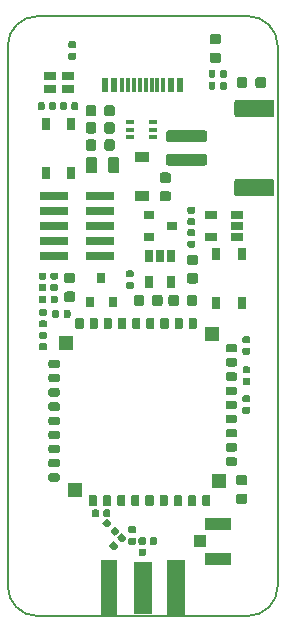
<source format=gtp>
G04 #@! TF.GenerationSoftware,KiCad,Pcbnew,(5.1.5)-2*
G04 #@! TF.CreationDate,2019-12-17T00:31:01+01:00*
G04 #@! TF.ProjectId,Penguino-Feather-4260-v1,50656e67-7569-46e6-9f2d-466561746865,1.1*
G04 #@! TF.SameCoordinates,Original*
G04 #@! TF.FileFunction,Paste,Top*
G04 #@! TF.FilePolarity,Positive*
%FSLAX46Y46*%
G04 Gerber Fmt 4.6, Leading zero omitted, Abs format (unit mm)*
G04 Created by KiCad (PCBNEW (5.1.5)-2) date 2019-12-17 00:31:01*
%MOMM*%
%LPD*%
G04 APERTURE LIST*
%ADD10C,0.150000*%
%ADD11C,0.100000*%
%ADD12R,1.200000X0.900000*%
%ADD13R,2.200000X1.050000*%
%ADD14R,1.050000X1.000000*%
%ADD15R,1.000000X0.800000*%
%ADD16R,2.400000X0.740000*%
%ADD17R,1.350000X4.700000*%
%ADD18R,1.500000X4.700000*%
%ADD19R,1.500000X4.400000*%
%ADD20R,1.060000X0.650000*%
%ADD21R,0.650000X0.400000*%
%ADD22R,0.800000X0.900000*%
%ADD23R,0.650000X1.060000*%
%ADD24R,0.300000X1.160000*%
%ADD25R,0.600000X1.160000*%
%ADD26R,0.660000X1.050000*%
%ADD27R,0.900000X0.800000*%
%ADD28R,1.300000X1.300000*%
G04 APERTURE END LIST*
D10*
X127000000Y-119380000D02*
G75*
G02X124460000Y-116840000I0J2540000D01*
G01*
X147320000Y-116840000D02*
G75*
G02X144780000Y-119380000I-2540000J0D01*
G01*
X144780000Y-68580000D02*
G75*
G02X147320000Y-71120000I0J-2540000D01*
G01*
X124460000Y-71120000D02*
G75*
G02X127000000Y-68580000I2540000J0D01*
G01*
X124460000Y-116840000D02*
X124460000Y-71120000D01*
X144780000Y-119380000D02*
X127000000Y-119380000D01*
X147320000Y-71120000D02*
X147320000Y-116840000D01*
X127000000Y-68580000D02*
X144780000Y-68580000D01*
D11*
G36*
X127636958Y-93385710D02*
G01*
X127651276Y-93387834D01*
X127665317Y-93391351D01*
X127678946Y-93396228D01*
X127692031Y-93402417D01*
X127704447Y-93409858D01*
X127716073Y-93418481D01*
X127726798Y-93428202D01*
X127736519Y-93438927D01*
X127745142Y-93450553D01*
X127752583Y-93462969D01*
X127758772Y-93476054D01*
X127763649Y-93489683D01*
X127767166Y-93503724D01*
X127769290Y-93518042D01*
X127770000Y-93532500D01*
X127770000Y-93827500D01*
X127769290Y-93841958D01*
X127767166Y-93856276D01*
X127763649Y-93870317D01*
X127758772Y-93883946D01*
X127752583Y-93897031D01*
X127745142Y-93909447D01*
X127736519Y-93921073D01*
X127726798Y-93931798D01*
X127716073Y-93941519D01*
X127704447Y-93950142D01*
X127692031Y-93957583D01*
X127678946Y-93963772D01*
X127665317Y-93968649D01*
X127651276Y-93972166D01*
X127636958Y-93974290D01*
X127622500Y-93975000D01*
X127277500Y-93975000D01*
X127263042Y-93974290D01*
X127248724Y-93972166D01*
X127234683Y-93968649D01*
X127221054Y-93963772D01*
X127207969Y-93957583D01*
X127195553Y-93950142D01*
X127183927Y-93941519D01*
X127173202Y-93931798D01*
X127163481Y-93921073D01*
X127154858Y-93909447D01*
X127147417Y-93897031D01*
X127141228Y-93883946D01*
X127136351Y-93870317D01*
X127132834Y-93856276D01*
X127130710Y-93841958D01*
X127130000Y-93827500D01*
X127130000Y-93532500D01*
X127130710Y-93518042D01*
X127132834Y-93503724D01*
X127136351Y-93489683D01*
X127141228Y-93476054D01*
X127147417Y-93462969D01*
X127154858Y-93450553D01*
X127163481Y-93438927D01*
X127173202Y-93428202D01*
X127183927Y-93418481D01*
X127195553Y-93409858D01*
X127207969Y-93402417D01*
X127221054Y-93396228D01*
X127234683Y-93391351D01*
X127248724Y-93387834D01*
X127263042Y-93385710D01*
X127277500Y-93385000D01*
X127622500Y-93385000D01*
X127636958Y-93385710D01*
G37*
G36*
X127636958Y-94355710D02*
G01*
X127651276Y-94357834D01*
X127665317Y-94361351D01*
X127678946Y-94366228D01*
X127692031Y-94372417D01*
X127704447Y-94379858D01*
X127716073Y-94388481D01*
X127726798Y-94398202D01*
X127736519Y-94408927D01*
X127745142Y-94420553D01*
X127752583Y-94432969D01*
X127758772Y-94446054D01*
X127763649Y-94459683D01*
X127767166Y-94473724D01*
X127769290Y-94488042D01*
X127770000Y-94502500D01*
X127770000Y-94797500D01*
X127769290Y-94811958D01*
X127767166Y-94826276D01*
X127763649Y-94840317D01*
X127758772Y-94853946D01*
X127752583Y-94867031D01*
X127745142Y-94879447D01*
X127736519Y-94891073D01*
X127726798Y-94901798D01*
X127716073Y-94911519D01*
X127704447Y-94920142D01*
X127692031Y-94927583D01*
X127678946Y-94933772D01*
X127665317Y-94938649D01*
X127651276Y-94942166D01*
X127636958Y-94944290D01*
X127622500Y-94945000D01*
X127277500Y-94945000D01*
X127263042Y-94944290D01*
X127248724Y-94942166D01*
X127234683Y-94938649D01*
X127221054Y-94933772D01*
X127207969Y-94927583D01*
X127195553Y-94920142D01*
X127183927Y-94911519D01*
X127173202Y-94901798D01*
X127163481Y-94891073D01*
X127154858Y-94879447D01*
X127147417Y-94867031D01*
X127141228Y-94853946D01*
X127136351Y-94840317D01*
X127132834Y-94826276D01*
X127130710Y-94811958D01*
X127130000Y-94797500D01*
X127130000Y-94502500D01*
X127130710Y-94488042D01*
X127132834Y-94473724D01*
X127136351Y-94459683D01*
X127141228Y-94446054D01*
X127147417Y-94432969D01*
X127154858Y-94420553D01*
X127163481Y-94408927D01*
X127173202Y-94398202D01*
X127183927Y-94388481D01*
X127195553Y-94379858D01*
X127207969Y-94372417D01*
X127221054Y-94366228D01*
X127234683Y-94361351D01*
X127248724Y-94357834D01*
X127263042Y-94355710D01*
X127277500Y-94355000D01*
X127622500Y-94355000D01*
X127636958Y-94355710D01*
G37*
D12*
X135800000Y-83850000D03*
X135800000Y-80550000D03*
D13*
X142235000Y-114515000D03*
D14*
X140710000Y-113040000D03*
D13*
X142235000Y-111565000D03*
D11*
G36*
X141124504Y-80251204D02*
G01*
X141148773Y-80254804D01*
X141172571Y-80260765D01*
X141195671Y-80269030D01*
X141217849Y-80279520D01*
X141238893Y-80292133D01*
X141258598Y-80306747D01*
X141276777Y-80323223D01*
X141293253Y-80341402D01*
X141307867Y-80361107D01*
X141320480Y-80382151D01*
X141330970Y-80404329D01*
X141339235Y-80427429D01*
X141345196Y-80451227D01*
X141348796Y-80475496D01*
X141350000Y-80500000D01*
X141350000Y-81000000D01*
X141348796Y-81024504D01*
X141345196Y-81048773D01*
X141339235Y-81072571D01*
X141330970Y-81095671D01*
X141320480Y-81117849D01*
X141307867Y-81138893D01*
X141293253Y-81158598D01*
X141276777Y-81176777D01*
X141258598Y-81193253D01*
X141238893Y-81207867D01*
X141217849Y-81220480D01*
X141195671Y-81230970D01*
X141172571Y-81239235D01*
X141148773Y-81245196D01*
X141124504Y-81248796D01*
X141100000Y-81250000D01*
X138100000Y-81250000D01*
X138075496Y-81248796D01*
X138051227Y-81245196D01*
X138027429Y-81239235D01*
X138004329Y-81230970D01*
X137982151Y-81220480D01*
X137961107Y-81207867D01*
X137941402Y-81193253D01*
X137923223Y-81176777D01*
X137906747Y-81158598D01*
X137892133Y-81138893D01*
X137879520Y-81117849D01*
X137869030Y-81095671D01*
X137860765Y-81072571D01*
X137854804Y-81048773D01*
X137851204Y-81024504D01*
X137850000Y-81000000D01*
X137850000Y-80500000D01*
X137851204Y-80475496D01*
X137854804Y-80451227D01*
X137860765Y-80427429D01*
X137869030Y-80404329D01*
X137879520Y-80382151D01*
X137892133Y-80361107D01*
X137906747Y-80341402D01*
X137923223Y-80323223D01*
X137941402Y-80306747D01*
X137961107Y-80292133D01*
X137982151Y-80279520D01*
X138004329Y-80269030D01*
X138027429Y-80260765D01*
X138051227Y-80254804D01*
X138075496Y-80251204D01*
X138100000Y-80250000D01*
X141100000Y-80250000D01*
X141124504Y-80251204D01*
G37*
G36*
X141124504Y-78251204D02*
G01*
X141148773Y-78254804D01*
X141172571Y-78260765D01*
X141195671Y-78269030D01*
X141217849Y-78279520D01*
X141238893Y-78292133D01*
X141258598Y-78306747D01*
X141276777Y-78323223D01*
X141293253Y-78341402D01*
X141307867Y-78361107D01*
X141320480Y-78382151D01*
X141330970Y-78404329D01*
X141339235Y-78427429D01*
X141345196Y-78451227D01*
X141348796Y-78475496D01*
X141350000Y-78500000D01*
X141350000Y-79000000D01*
X141348796Y-79024504D01*
X141345196Y-79048773D01*
X141339235Y-79072571D01*
X141330970Y-79095671D01*
X141320480Y-79117849D01*
X141307867Y-79138893D01*
X141293253Y-79158598D01*
X141276777Y-79176777D01*
X141258598Y-79193253D01*
X141238893Y-79207867D01*
X141217849Y-79220480D01*
X141195671Y-79230970D01*
X141172571Y-79239235D01*
X141148773Y-79245196D01*
X141124504Y-79248796D01*
X141100000Y-79250000D01*
X138100000Y-79250000D01*
X138075496Y-79248796D01*
X138051227Y-79245196D01*
X138027429Y-79239235D01*
X138004329Y-79230970D01*
X137982151Y-79220480D01*
X137961107Y-79207867D01*
X137941402Y-79193253D01*
X137923223Y-79176777D01*
X137906747Y-79158598D01*
X137892133Y-79138893D01*
X137879520Y-79117849D01*
X137869030Y-79095671D01*
X137860765Y-79072571D01*
X137854804Y-79048773D01*
X137851204Y-79024504D01*
X137850000Y-79000000D01*
X137850000Y-78500000D01*
X137851204Y-78475496D01*
X137854804Y-78451227D01*
X137860765Y-78427429D01*
X137869030Y-78404329D01*
X137879520Y-78382151D01*
X137892133Y-78361107D01*
X137906747Y-78341402D01*
X137923223Y-78323223D01*
X137941402Y-78306747D01*
X137961107Y-78292133D01*
X137982151Y-78279520D01*
X138004329Y-78269030D01*
X138027429Y-78260765D01*
X138051227Y-78254804D01*
X138075496Y-78251204D01*
X138100000Y-78250000D01*
X141100000Y-78250000D01*
X141124504Y-78251204D01*
G37*
G36*
X146824504Y-82351204D02*
G01*
X146848773Y-82354804D01*
X146872571Y-82360765D01*
X146895671Y-82369030D01*
X146917849Y-82379520D01*
X146938893Y-82392133D01*
X146958598Y-82406747D01*
X146976777Y-82423223D01*
X146993253Y-82441402D01*
X147007867Y-82461107D01*
X147020480Y-82482151D01*
X147030970Y-82504329D01*
X147039235Y-82527429D01*
X147045196Y-82551227D01*
X147048796Y-82575496D01*
X147050000Y-82600000D01*
X147050000Y-83600000D01*
X147048796Y-83624504D01*
X147045196Y-83648773D01*
X147039235Y-83672571D01*
X147030970Y-83695671D01*
X147020480Y-83717849D01*
X147007867Y-83738893D01*
X146993253Y-83758598D01*
X146976777Y-83776777D01*
X146958598Y-83793253D01*
X146938893Y-83807867D01*
X146917849Y-83820480D01*
X146895671Y-83830970D01*
X146872571Y-83839235D01*
X146848773Y-83845196D01*
X146824504Y-83848796D01*
X146800000Y-83850000D01*
X143900000Y-83850000D01*
X143875496Y-83848796D01*
X143851227Y-83845196D01*
X143827429Y-83839235D01*
X143804329Y-83830970D01*
X143782151Y-83820480D01*
X143761107Y-83807867D01*
X143741402Y-83793253D01*
X143723223Y-83776777D01*
X143706747Y-83758598D01*
X143692133Y-83738893D01*
X143679520Y-83717849D01*
X143669030Y-83695671D01*
X143660765Y-83672571D01*
X143654804Y-83648773D01*
X143651204Y-83624504D01*
X143650000Y-83600000D01*
X143650000Y-82600000D01*
X143651204Y-82575496D01*
X143654804Y-82551227D01*
X143660765Y-82527429D01*
X143669030Y-82504329D01*
X143679520Y-82482151D01*
X143692133Y-82461107D01*
X143706747Y-82441402D01*
X143723223Y-82423223D01*
X143741402Y-82406747D01*
X143761107Y-82392133D01*
X143782151Y-82379520D01*
X143804329Y-82369030D01*
X143827429Y-82360765D01*
X143851227Y-82354804D01*
X143875496Y-82351204D01*
X143900000Y-82350000D01*
X146800000Y-82350000D01*
X146824504Y-82351204D01*
G37*
G36*
X146824504Y-75651204D02*
G01*
X146848773Y-75654804D01*
X146872571Y-75660765D01*
X146895671Y-75669030D01*
X146917849Y-75679520D01*
X146938893Y-75692133D01*
X146958598Y-75706747D01*
X146976777Y-75723223D01*
X146993253Y-75741402D01*
X147007867Y-75761107D01*
X147020480Y-75782151D01*
X147030970Y-75804329D01*
X147039235Y-75827429D01*
X147045196Y-75851227D01*
X147048796Y-75875496D01*
X147050000Y-75900000D01*
X147050000Y-76900000D01*
X147048796Y-76924504D01*
X147045196Y-76948773D01*
X147039235Y-76972571D01*
X147030970Y-76995671D01*
X147020480Y-77017849D01*
X147007867Y-77038893D01*
X146993253Y-77058598D01*
X146976777Y-77076777D01*
X146958598Y-77093253D01*
X146938893Y-77107867D01*
X146917849Y-77120480D01*
X146895671Y-77130970D01*
X146872571Y-77139235D01*
X146848773Y-77145196D01*
X146824504Y-77148796D01*
X146800000Y-77150000D01*
X143900000Y-77150000D01*
X143875496Y-77148796D01*
X143851227Y-77145196D01*
X143827429Y-77139235D01*
X143804329Y-77130970D01*
X143782151Y-77120480D01*
X143761107Y-77107867D01*
X143741402Y-77093253D01*
X143723223Y-77076777D01*
X143706747Y-77058598D01*
X143692133Y-77038893D01*
X143679520Y-77017849D01*
X143669030Y-76995671D01*
X143660765Y-76972571D01*
X143654804Y-76948773D01*
X143651204Y-76924504D01*
X143650000Y-76900000D01*
X143650000Y-75900000D01*
X143651204Y-75875496D01*
X143654804Y-75851227D01*
X143660765Y-75827429D01*
X143669030Y-75804329D01*
X143679520Y-75782151D01*
X143692133Y-75761107D01*
X143706747Y-75741402D01*
X143723223Y-75723223D01*
X143741402Y-75706747D01*
X143761107Y-75692133D01*
X143782151Y-75679520D01*
X143804329Y-75669030D01*
X143827429Y-75660765D01*
X143851227Y-75654804D01*
X143875496Y-75651204D01*
X143900000Y-75650000D01*
X146800000Y-75650000D01*
X146824504Y-75651204D01*
G37*
G36*
X146117691Y-73736053D02*
G01*
X146138926Y-73739203D01*
X146159750Y-73744419D01*
X146179962Y-73751651D01*
X146199368Y-73760830D01*
X146217781Y-73771866D01*
X146235024Y-73784654D01*
X146250930Y-73799070D01*
X146265346Y-73814976D01*
X146278134Y-73832219D01*
X146289170Y-73850632D01*
X146298349Y-73870038D01*
X146305581Y-73890250D01*
X146310797Y-73911074D01*
X146313947Y-73932309D01*
X146315000Y-73953750D01*
X146315000Y-74466250D01*
X146313947Y-74487691D01*
X146310797Y-74508926D01*
X146305581Y-74529750D01*
X146298349Y-74549962D01*
X146289170Y-74569368D01*
X146278134Y-74587781D01*
X146265346Y-74605024D01*
X146250930Y-74620930D01*
X146235024Y-74635346D01*
X146217781Y-74648134D01*
X146199368Y-74659170D01*
X146179962Y-74668349D01*
X146159750Y-74675581D01*
X146138926Y-74680797D01*
X146117691Y-74683947D01*
X146096250Y-74685000D01*
X145658750Y-74685000D01*
X145637309Y-74683947D01*
X145616074Y-74680797D01*
X145595250Y-74675581D01*
X145575038Y-74668349D01*
X145555632Y-74659170D01*
X145537219Y-74648134D01*
X145519976Y-74635346D01*
X145504070Y-74620930D01*
X145489654Y-74605024D01*
X145476866Y-74587781D01*
X145465830Y-74569368D01*
X145456651Y-74549962D01*
X145449419Y-74529750D01*
X145444203Y-74508926D01*
X145441053Y-74487691D01*
X145440000Y-74466250D01*
X145440000Y-73953750D01*
X145441053Y-73932309D01*
X145444203Y-73911074D01*
X145449419Y-73890250D01*
X145456651Y-73870038D01*
X145465830Y-73850632D01*
X145476866Y-73832219D01*
X145489654Y-73814976D01*
X145504070Y-73799070D01*
X145519976Y-73784654D01*
X145537219Y-73771866D01*
X145555632Y-73760830D01*
X145575038Y-73751651D01*
X145595250Y-73744419D01*
X145616074Y-73739203D01*
X145637309Y-73736053D01*
X145658750Y-73735000D01*
X146096250Y-73735000D01*
X146117691Y-73736053D01*
G37*
G36*
X144542691Y-73736053D02*
G01*
X144563926Y-73739203D01*
X144584750Y-73744419D01*
X144604962Y-73751651D01*
X144624368Y-73760830D01*
X144642781Y-73771866D01*
X144660024Y-73784654D01*
X144675930Y-73799070D01*
X144690346Y-73814976D01*
X144703134Y-73832219D01*
X144714170Y-73850632D01*
X144723349Y-73870038D01*
X144730581Y-73890250D01*
X144735797Y-73911074D01*
X144738947Y-73932309D01*
X144740000Y-73953750D01*
X144740000Y-74466250D01*
X144738947Y-74487691D01*
X144735797Y-74508926D01*
X144730581Y-74529750D01*
X144723349Y-74549962D01*
X144714170Y-74569368D01*
X144703134Y-74587781D01*
X144690346Y-74605024D01*
X144675930Y-74620930D01*
X144660024Y-74635346D01*
X144642781Y-74648134D01*
X144624368Y-74659170D01*
X144604962Y-74668349D01*
X144584750Y-74675581D01*
X144563926Y-74680797D01*
X144542691Y-74683947D01*
X144521250Y-74685000D01*
X144083750Y-74685000D01*
X144062309Y-74683947D01*
X144041074Y-74680797D01*
X144020250Y-74675581D01*
X144000038Y-74668349D01*
X143980632Y-74659170D01*
X143962219Y-74648134D01*
X143944976Y-74635346D01*
X143929070Y-74620930D01*
X143914654Y-74605024D01*
X143901866Y-74587781D01*
X143890830Y-74569368D01*
X143881651Y-74549962D01*
X143874419Y-74529750D01*
X143869203Y-74508926D01*
X143866053Y-74487691D01*
X143865000Y-74466250D01*
X143865000Y-73953750D01*
X143866053Y-73932309D01*
X143869203Y-73911074D01*
X143874419Y-73890250D01*
X143881651Y-73870038D01*
X143890830Y-73850632D01*
X143901866Y-73832219D01*
X143914654Y-73814976D01*
X143929070Y-73799070D01*
X143944976Y-73784654D01*
X143962219Y-73771866D01*
X143980632Y-73760830D01*
X144000038Y-73751651D01*
X144020250Y-73744419D01*
X144041074Y-73739203D01*
X144062309Y-73736053D01*
X144083750Y-73735000D01*
X144521250Y-73735000D01*
X144542691Y-73736053D01*
G37*
G36*
X133327691Y-76126053D02*
G01*
X133348926Y-76129203D01*
X133369750Y-76134419D01*
X133389962Y-76141651D01*
X133409368Y-76150830D01*
X133427781Y-76161866D01*
X133445024Y-76174654D01*
X133460930Y-76189070D01*
X133475346Y-76204976D01*
X133488134Y-76222219D01*
X133499170Y-76240632D01*
X133508349Y-76260038D01*
X133515581Y-76280250D01*
X133520797Y-76301074D01*
X133523947Y-76322309D01*
X133525000Y-76343750D01*
X133525000Y-76856250D01*
X133523947Y-76877691D01*
X133520797Y-76898926D01*
X133515581Y-76919750D01*
X133508349Y-76939962D01*
X133499170Y-76959368D01*
X133488134Y-76977781D01*
X133475346Y-76995024D01*
X133460930Y-77010930D01*
X133445024Y-77025346D01*
X133427781Y-77038134D01*
X133409368Y-77049170D01*
X133389962Y-77058349D01*
X133369750Y-77065581D01*
X133348926Y-77070797D01*
X133327691Y-77073947D01*
X133306250Y-77075000D01*
X132868750Y-77075000D01*
X132847309Y-77073947D01*
X132826074Y-77070797D01*
X132805250Y-77065581D01*
X132785038Y-77058349D01*
X132765632Y-77049170D01*
X132747219Y-77038134D01*
X132729976Y-77025346D01*
X132714070Y-77010930D01*
X132699654Y-76995024D01*
X132686866Y-76977781D01*
X132675830Y-76959368D01*
X132666651Y-76939962D01*
X132659419Y-76919750D01*
X132654203Y-76898926D01*
X132651053Y-76877691D01*
X132650000Y-76856250D01*
X132650000Y-76343750D01*
X132651053Y-76322309D01*
X132654203Y-76301074D01*
X132659419Y-76280250D01*
X132666651Y-76260038D01*
X132675830Y-76240632D01*
X132686866Y-76222219D01*
X132699654Y-76204976D01*
X132714070Y-76189070D01*
X132729976Y-76174654D01*
X132747219Y-76161866D01*
X132765632Y-76150830D01*
X132785038Y-76141651D01*
X132805250Y-76134419D01*
X132826074Y-76129203D01*
X132847309Y-76126053D01*
X132868750Y-76125000D01*
X133306250Y-76125000D01*
X133327691Y-76126053D01*
G37*
G36*
X131752691Y-76126053D02*
G01*
X131773926Y-76129203D01*
X131794750Y-76134419D01*
X131814962Y-76141651D01*
X131834368Y-76150830D01*
X131852781Y-76161866D01*
X131870024Y-76174654D01*
X131885930Y-76189070D01*
X131900346Y-76204976D01*
X131913134Y-76222219D01*
X131924170Y-76240632D01*
X131933349Y-76260038D01*
X131940581Y-76280250D01*
X131945797Y-76301074D01*
X131948947Y-76322309D01*
X131950000Y-76343750D01*
X131950000Y-76856250D01*
X131948947Y-76877691D01*
X131945797Y-76898926D01*
X131940581Y-76919750D01*
X131933349Y-76939962D01*
X131924170Y-76959368D01*
X131913134Y-76977781D01*
X131900346Y-76995024D01*
X131885930Y-77010930D01*
X131870024Y-77025346D01*
X131852781Y-77038134D01*
X131834368Y-77049170D01*
X131814962Y-77058349D01*
X131794750Y-77065581D01*
X131773926Y-77070797D01*
X131752691Y-77073947D01*
X131731250Y-77075000D01*
X131293750Y-77075000D01*
X131272309Y-77073947D01*
X131251074Y-77070797D01*
X131230250Y-77065581D01*
X131210038Y-77058349D01*
X131190632Y-77049170D01*
X131172219Y-77038134D01*
X131154976Y-77025346D01*
X131139070Y-77010930D01*
X131124654Y-76995024D01*
X131111866Y-76977781D01*
X131100830Y-76959368D01*
X131091651Y-76939962D01*
X131084419Y-76919750D01*
X131079203Y-76898926D01*
X131076053Y-76877691D01*
X131075000Y-76856250D01*
X131075000Y-76343750D01*
X131076053Y-76322309D01*
X131079203Y-76301074D01*
X131084419Y-76280250D01*
X131091651Y-76260038D01*
X131100830Y-76240632D01*
X131111866Y-76222219D01*
X131124654Y-76204976D01*
X131139070Y-76189070D01*
X131154976Y-76174654D01*
X131172219Y-76161866D01*
X131190632Y-76150830D01*
X131210038Y-76141651D01*
X131230250Y-76134419D01*
X131251074Y-76129203D01*
X131272309Y-76126053D01*
X131293750Y-76125000D01*
X131731250Y-76125000D01*
X131752691Y-76126053D01*
G37*
G36*
X133327691Y-79026053D02*
G01*
X133348926Y-79029203D01*
X133369750Y-79034419D01*
X133389962Y-79041651D01*
X133409368Y-79050830D01*
X133427781Y-79061866D01*
X133445024Y-79074654D01*
X133460930Y-79089070D01*
X133475346Y-79104976D01*
X133488134Y-79122219D01*
X133499170Y-79140632D01*
X133508349Y-79160038D01*
X133515581Y-79180250D01*
X133520797Y-79201074D01*
X133523947Y-79222309D01*
X133525000Y-79243750D01*
X133525000Y-79756250D01*
X133523947Y-79777691D01*
X133520797Y-79798926D01*
X133515581Y-79819750D01*
X133508349Y-79839962D01*
X133499170Y-79859368D01*
X133488134Y-79877781D01*
X133475346Y-79895024D01*
X133460930Y-79910930D01*
X133445024Y-79925346D01*
X133427781Y-79938134D01*
X133409368Y-79949170D01*
X133389962Y-79958349D01*
X133369750Y-79965581D01*
X133348926Y-79970797D01*
X133327691Y-79973947D01*
X133306250Y-79975000D01*
X132868750Y-79975000D01*
X132847309Y-79973947D01*
X132826074Y-79970797D01*
X132805250Y-79965581D01*
X132785038Y-79958349D01*
X132765632Y-79949170D01*
X132747219Y-79938134D01*
X132729976Y-79925346D01*
X132714070Y-79910930D01*
X132699654Y-79895024D01*
X132686866Y-79877781D01*
X132675830Y-79859368D01*
X132666651Y-79839962D01*
X132659419Y-79819750D01*
X132654203Y-79798926D01*
X132651053Y-79777691D01*
X132650000Y-79756250D01*
X132650000Y-79243750D01*
X132651053Y-79222309D01*
X132654203Y-79201074D01*
X132659419Y-79180250D01*
X132666651Y-79160038D01*
X132675830Y-79140632D01*
X132686866Y-79122219D01*
X132699654Y-79104976D01*
X132714070Y-79089070D01*
X132729976Y-79074654D01*
X132747219Y-79061866D01*
X132765632Y-79050830D01*
X132785038Y-79041651D01*
X132805250Y-79034419D01*
X132826074Y-79029203D01*
X132847309Y-79026053D01*
X132868750Y-79025000D01*
X133306250Y-79025000D01*
X133327691Y-79026053D01*
G37*
G36*
X131752691Y-79026053D02*
G01*
X131773926Y-79029203D01*
X131794750Y-79034419D01*
X131814962Y-79041651D01*
X131834368Y-79050830D01*
X131852781Y-79061866D01*
X131870024Y-79074654D01*
X131885930Y-79089070D01*
X131900346Y-79104976D01*
X131913134Y-79122219D01*
X131924170Y-79140632D01*
X131933349Y-79160038D01*
X131940581Y-79180250D01*
X131945797Y-79201074D01*
X131948947Y-79222309D01*
X131950000Y-79243750D01*
X131950000Y-79756250D01*
X131948947Y-79777691D01*
X131945797Y-79798926D01*
X131940581Y-79819750D01*
X131933349Y-79839962D01*
X131924170Y-79859368D01*
X131913134Y-79877781D01*
X131900346Y-79895024D01*
X131885930Y-79910930D01*
X131870024Y-79925346D01*
X131852781Y-79938134D01*
X131834368Y-79949170D01*
X131814962Y-79958349D01*
X131794750Y-79965581D01*
X131773926Y-79970797D01*
X131752691Y-79973947D01*
X131731250Y-79975000D01*
X131293750Y-79975000D01*
X131272309Y-79973947D01*
X131251074Y-79970797D01*
X131230250Y-79965581D01*
X131210038Y-79958349D01*
X131190632Y-79949170D01*
X131172219Y-79938134D01*
X131154976Y-79925346D01*
X131139070Y-79910930D01*
X131124654Y-79895024D01*
X131111866Y-79877781D01*
X131100830Y-79859368D01*
X131091651Y-79839962D01*
X131084419Y-79819750D01*
X131079203Y-79798926D01*
X131076053Y-79777691D01*
X131075000Y-79756250D01*
X131075000Y-79243750D01*
X131076053Y-79222309D01*
X131079203Y-79201074D01*
X131084419Y-79180250D01*
X131091651Y-79160038D01*
X131100830Y-79140632D01*
X131111866Y-79122219D01*
X131124654Y-79104976D01*
X131139070Y-79089070D01*
X131154976Y-79074654D01*
X131172219Y-79061866D01*
X131190632Y-79050830D01*
X131210038Y-79041651D01*
X131230250Y-79034419D01*
X131251074Y-79029203D01*
X131272309Y-79026053D01*
X131293750Y-79025000D01*
X131731250Y-79025000D01*
X131752691Y-79026053D01*
G37*
G36*
X140377691Y-90351053D02*
G01*
X140398926Y-90354203D01*
X140419750Y-90359419D01*
X140439962Y-90366651D01*
X140459368Y-90375830D01*
X140477781Y-90386866D01*
X140495024Y-90399654D01*
X140510930Y-90414070D01*
X140525346Y-90429976D01*
X140538134Y-90447219D01*
X140549170Y-90465632D01*
X140558349Y-90485038D01*
X140565581Y-90505250D01*
X140570797Y-90526074D01*
X140573947Y-90547309D01*
X140575000Y-90568750D01*
X140575000Y-91006250D01*
X140573947Y-91027691D01*
X140570797Y-91048926D01*
X140565581Y-91069750D01*
X140558349Y-91089962D01*
X140549170Y-91109368D01*
X140538134Y-91127781D01*
X140525346Y-91145024D01*
X140510930Y-91160930D01*
X140495024Y-91175346D01*
X140477781Y-91188134D01*
X140459368Y-91199170D01*
X140439962Y-91208349D01*
X140419750Y-91215581D01*
X140398926Y-91220797D01*
X140377691Y-91223947D01*
X140356250Y-91225000D01*
X139843750Y-91225000D01*
X139822309Y-91223947D01*
X139801074Y-91220797D01*
X139780250Y-91215581D01*
X139760038Y-91208349D01*
X139740632Y-91199170D01*
X139722219Y-91188134D01*
X139704976Y-91175346D01*
X139689070Y-91160930D01*
X139674654Y-91145024D01*
X139661866Y-91127781D01*
X139650830Y-91109368D01*
X139641651Y-91089962D01*
X139634419Y-91069750D01*
X139629203Y-91048926D01*
X139626053Y-91027691D01*
X139625000Y-91006250D01*
X139625000Y-90568750D01*
X139626053Y-90547309D01*
X139629203Y-90526074D01*
X139634419Y-90505250D01*
X139641651Y-90485038D01*
X139650830Y-90465632D01*
X139661866Y-90447219D01*
X139674654Y-90429976D01*
X139689070Y-90414070D01*
X139704976Y-90399654D01*
X139722219Y-90386866D01*
X139740632Y-90375830D01*
X139760038Y-90366651D01*
X139780250Y-90359419D01*
X139801074Y-90354203D01*
X139822309Y-90351053D01*
X139843750Y-90350000D01*
X140356250Y-90350000D01*
X140377691Y-90351053D01*
G37*
G36*
X140377691Y-88776053D02*
G01*
X140398926Y-88779203D01*
X140419750Y-88784419D01*
X140439962Y-88791651D01*
X140459368Y-88800830D01*
X140477781Y-88811866D01*
X140495024Y-88824654D01*
X140510930Y-88839070D01*
X140525346Y-88854976D01*
X140538134Y-88872219D01*
X140549170Y-88890632D01*
X140558349Y-88910038D01*
X140565581Y-88930250D01*
X140570797Y-88951074D01*
X140573947Y-88972309D01*
X140575000Y-88993750D01*
X140575000Y-89431250D01*
X140573947Y-89452691D01*
X140570797Y-89473926D01*
X140565581Y-89494750D01*
X140558349Y-89514962D01*
X140549170Y-89534368D01*
X140538134Y-89552781D01*
X140525346Y-89570024D01*
X140510930Y-89585930D01*
X140495024Y-89600346D01*
X140477781Y-89613134D01*
X140459368Y-89624170D01*
X140439962Y-89633349D01*
X140419750Y-89640581D01*
X140398926Y-89645797D01*
X140377691Y-89648947D01*
X140356250Y-89650000D01*
X139843750Y-89650000D01*
X139822309Y-89648947D01*
X139801074Y-89645797D01*
X139780250Y-89640581D01*
X139760038Y-89633349D01*
X139740632Y-89624170D01*
X139722219Y-89613134D01*
X139704976Y-89600346D01*
X139689070Y-89585930D01*
X139674654Y-89570024D01*
X139661866Y-89552781D01*
X139650830Y-89534368D01*
X139641651Y-89514962D01*
X139634419Y-89494750D01*
X139629203Y-89473926D01*
X139626053Y-89452691D01*
X139625000Y-89431250D01*
X139625000Y-88993750D01*
X139626053Y-88972309D01*
X139629203Y-88951074D01*
X139634419Y-88930250D01*
X139641651Y-88910038D01*
X139650830Y-88890632D01*
X139661866Y-88872219D01*
X139674654Y-88854976D01*
X139689070Y-88839070D01*
X139704976Y-88824654D01*
X139722219Y-88811866D01*
X139740632Y-88800830D01*
X139760038Y-88791651D01*
X139780250Y-88784419D01*
X139801074Y-88779203D01*
X139822309Y-88776053D01*
X139843750Y-88775000D01*
X140356250Y-88775000D01*
X140377691Y-88776053D01*
G37*
G36*
X144549691Y-109012253D02*
G01*
X144570926Y-109015403D01*
X144591750Y-109020619D01*
X144611962Y-109027851D01*
X144631368Y-109037030D01*
X144649781Y-109048066D01*
X144667024Y-109060854D01*
X144682930Y-109075270D01*
X144697346Y-109091176D01*
X144710134Y-109108419D01*
X144721170Y-109126832D01*
X144730349Y-109146238D01*
X144737581Y-109166450D01*
X144742797Y-109187274D01*
X144745947Y-109208509D01*
X144747000Y-109229950D01*
X144747000Y-109667450D01*
X144745947Y-109688891D01*
X144742797Y-109710126D01*
X144737581Y-109730950D01*
X144730349Y-109751162D01*
X144721170Y-109770568D01*
X144710134Y-109788981D01*
X144697346Y-109806224D01*
X144682930Y-109822130D01*
X144667024Y-109836546D01*
X144649781Y-109849334D01*
X144631368Y-109860370D01*
X144611962Y-109869549D01*
X144591750Y-109876781D01*
X144570926Y-109881997D01*
X144549691Y-109885147D01*
X144528250Y-109886200D01*
X144015750Y-109886200D01*
X143994309Y-109885147D01*
X143973074Y-109881997D01*
X143952250Y-109876781D01*
X143932038Y-109869549D01*
X143912632Y-109860370D01*
X143894219Y-109849334D01*
X143876976Y-109836546D01*
X143861070Y-109822130D01*
X143846654Y-109806224D01*
X143833866Y-109788981D01*
X143822830Y-109770568D01*
X143813651Y-109751162D01*
X143806419Y-109730950D01*
X143801203Y-109710126D01*
X143798053Y-109688891D01*
X143797000Y-109667450D01*
X143797000Y-109229950D01*
X143798053Y-109208509D01*
X143801203Y-109187274D01*
X143806419Y-109166450D01*
X143813651Y-109146238D01*
X143822830Y-109126832D01*
X143833866Y-109108419D01*
X143846654Y-109091176D01*
X143861070Y-109075270D01*
X143876976Y-109060854D01*
X143894219Y-109048066D01*
X143912632Y-109037030D01*
X143932038Y-109027851D01*
X143952250Y-109020619D01*
X143973074Y-109015403D01*
X143994309Y-109012253D01*
X144015750Y-109011200D01*
X144528250Y-109011200D01*
X144549691Y-109012253D01*
G37*
G36*
X144549691Y-107437253D02*
G01*
X144570926Y-107440403D01*
X144591750Y-107445619D01*
X144611962Y-107452851D01*
X144631368Y-107462030D01*
X144649781Y-107473066D01*
X144667024Y-107485854D01*
X144682930Y-107500270D01*
X144697346Y-107516176D01*
X144710134Y-107533419D01*
X144721170Y-107551832D01*
X144730349Y-107571238D01*
X144737581Y-107591450D01*
X144742797Y-107612274D01*
X144745947Y-107633509D01*
X144747000Y-107654950D01*
X144747000Y-108092450D01*
X144745947Y-108113891D01*
X144742797Y-108135126D01*
X144737581Y-108155950D01*
X144730349Y-108176162D01*
X144721170Y-108195568D01*
X144710134Y-108213981D01*
X144697346Y-108231224D01*
X144682930Y-108247130D01*
X144667024Y-108261546D01*
X144649781Y-108274334D01*
X144631368Y-108285370D01*
X144611962Y-108294549D01*
X144591750Y-108301781D01*
X144570926Y-108306997D01*
X144549691Y-108310147D01*
X144528250Y-108311200D01*
X144015750Y-108311200D01*
X143994309Y-108310147D01*
X143973074Y-108306997D01*
X143952250Y-108301781D01*
X143932038Y-108294549D01*
X143912632Y-108285370D01*
X143894219Y-108274334D01*
X143876976Y-108261546D01*
X143861070Y-108247130D01*
X143846654Y-108231224D01*
X143833866Y-108213981D01*
X143822830Y-108195568D01*
X143813651Y-108176162D01*
X143806419Y-108155950D01*
X143801203Y-108135126D01*
X143798053Y-108113891D01*
X143797000Y-108092450D01*
X143797000Y-107654950D01*
X143798053Y-107633509D01*
X143801203Y-107612274D01*
X143806419Y-107591450D01*
X143813651Y-107571238D01*
X143822830Y-107551832D01*
X143833866Y-107533419D01*
X143846654Y-107516176D01*
X143861070Y-107500270D01*
X143876976Y-107485854D01*
X143894219Y-107473066D01*
X143912632Y-107462030D01*
X143932038Y-107452851D01*
X143952250Y-107445619D01*
X143973074Y-107440403D01*
X143994309Y-107437253D01*
X144015750Y-107436200D01*
X144528250Y-107436200D01*
X144549691Y-107437253D01*
G37*
G36*
X140327691Y-92176053D02*
G01*
X140348926Y-92179203D01*
X140369750Y-92184419D01*
X140389962Y-92191651D01*
X140409368Y-92200830D01*
X140427781Y-92211866D01*
X140445024Y-92224654D01*
X140460930Y-92239070D01*
X140475346Y-92254976D01*
X140488134Y-92272219D01*
X140499170Y-92290632D01*
X140508349Y-92310038D01*
X140515581Y-92330250D01*
X140520797Y-92351074D01*
X140523947Y-92372309D01*
X140525000Y-92393750D01*
X140525000Y-92906250D01*
X140523947Y-92927691D01*
X140520797Y-92948926D01*
X140515581Y-92969750D01*
X140508349Y-92989962D01*
X140499170Y-93009368D01*
X140488134Y-93027781D01*
X140475346Y-93045024D01*
X140460930Y-93060930D01*
X140445024Y-93075346D01*
X140427781Y-93088134D01*
X140409368Y-93099170D01*
X140389962Y-93108349D01*
X140369750Y-93115581D01*
X140348926Y-93120797D01*
X140327691Y-93123947D01*
X140306250Y-93125000D01*
X139868750Y-93125000D01*
X139847309Y-93123947D01*
X139826074Y-93120797D01*
X139805250Y-93115581D01*
X139785038Y-93108349D01*
X139765632Y-93099170D01*
X139747219Y-93088134D01*
X139729976Y-93075346D01*
X139714070Y-93060930D01*
X139699654Y-93045024D01*
X139686866Y-93027781D01*
X139675830Y-93009368D01*
X139666651Y-92989962D01*
X139659419Y-92969750D01*
X139654203Y-92948926D01*
X139651053Y-92927691D01*
X139650000Y-92906250D01*
X139650000Y-92393750D01*
X139651053Y-92372309D01*
X139654203Y-92351074D01*
X139659419Y-92330250D01*
X139666651Y-92310038D01*
X139675830Y-92290632D01*
X139686866Y-92272219D01*
X139699654Y-92254976D01*
X139714070Y-92239070D01*
X139729976Y-92224654D01*
X139747219Y-92211866D01*
X139765632Y-92200830D01*
X139785038Y-92191651D01*
X139805250Y-92184419D01*
X139826074Y-92179203D01*
X139847309Y-92176053D01*
X139868750Y-92175000D01*
X140306250Y-92175000D01*
X140327691Y-92176053D01*
G37*
G36*
X138752691Y-92176053D02*
G01*
X138773926Y-92179203D01*
X138794750Y-92184419D01*
X138814962Y-92191651D01*
X138834368Y-92200830D01*
X138852781Y-92211866D01*
X138870024Y-92224654D01*
X138885930Y-92239070D01*
X138900346Y-92254976D01*
X138913134Y-92272219D01*
X138924170Y-92290632D01*
X138933349Y-92310038D01*
X138940581Y-92330250D01*
X138945797Y-92351074D01*
X138948947Y-92372309D01*
X138950000Y-92393750D01*
X138950000Y-92906250D01*
X138948947Y-92927691D01*
X138945797Y-92948926D01*
X138940581Y-92969750D01*
X138933349Y-92989962D01*
X138924170Y-93009368D01*
X138913134Y-93027781D01*
X138900346Y-93045024D01*
X138885930Y-93060930D01*
X138870024Y-93075346D01*
X138852781Y-93088134D01*
X138834368Y-93099170D01*
X138814962Y-93108349D01*
X138794750Y-93115581D01*
X138773926Y-93120797D01*
X138752691Y-93123947D01*
X138731250Y-93125000D01*
X138293750Y-93125000D01*
X138272309Y-93123947D01*
X138251074Y-93120797D01*
X138230250Y-93115581D01*
X138210038Y-93108349D01*
X138190632Y-93099170D01*
X138172219Y-93088134D01*
X138154976Y-93075346D01*
X138139070Y-93060930D01*
X138124654Y-93045024D01*
X138111866Y-93027781D01*
X138100830Y-93009368D01*
X138091651Y-92989962D01*
X138084419Y-92969750D01*
X138079203Y-92948926D01*
X138076053Y-92927691D01*
X138075000Y-92906250D01*
X138075000Y-92393750D01*
X138076053Y-92372309D01*
X138079203Y-92351074D01*
X138084419Y-92330250D01*
X138091651Y-92310038D01*
X138100830Y-92290632D01*
X138111866Y-92272219D01*
X138124654Y-92254976D01*
X138139070Y-92239070D01*
X138154976Y-92224654D01*
X138172219Y-92211866D01*
X138190632Y-92200830D01*
X138210038Y-92191651D01*
X138230250Y-92184419D01*
X138251074Y-92179203D01*
X138272309Y-92176053D01*
X138293750Y-92175000D01*
X138731250Y-92175000D01*
X138752691Y-92176053D01*
G37*
G36*
X134114727Y-112378989D02*
G01*
X134129045Y-112381113D01*
X134143086Y-112384630D01*
X134156715Y-112389507D01*
X134169800Y-112395696D01*
X134182216Y-112403137D01*
X134193842Y-112411760D01*
X134204567Y-112421481D01*
X134448519Y-112665433D01*
X134458240Y-112676158D01*
X134466863Y-112687784D01*
X134474304Y-112700200D01*
X134480493Y-112713285D01*
X134485370Y-112726914D01*
X134488887Y-112740955D01*
X134491011Y-112755273D01*
X134491721Y-112769731D01*
X134491011Y-112784189D01*
X134488887Y-112798507D01*
X134485370Y-112812548D01*
X134480493Y-112826177D01*
X134474304Y-112839262D01*
X134466863Y-112851678D01*
X134458240Y-112863304D01*
X134448519Y-112874029D01*
X134239923Y-113082625D01*
X134229198Y-113092346D01*
X134217572Y-113100969D01*
X134205156Y-113108410D01*
X134192071Y-113114599D01*
X134178442Y-113119476D01*
X134164401Y-113122993D01*
X134150083Y-113125117D01*
X134135625Y-113125827D01*
X134121167Y-113125117D01*
X134106849Y-113122993D01*
X134092808Y-113119476D01*
X134079179Y-113114599D01*
X134066094Y-113108410D01*
X134053678Y-113100969D01*
X134042052Y-113092346D01*
X134031327Y-113082625D01*
X133787375Y-112838673D01*
X133777654Y-112827948D01*
X133769031Y-112816322D01*
X133761590Y-112803906D01*
X133755401Y-112790821D01*
X133750524Y-112777192D01*
X133747007Y-112763151D01*
X133744883Y-112748833D01*
X133744173Y-112734375D01*
X133744883Y-112719917D01*
X133747007Y-112705599D01*
X133750524Y-112691558D01*
X133755401Y-112677929D01*
X133761590Y-112664844D01*
X133769031Y-112652428D01*
X133777654Y-112640802D01*
X133787375Y-112630077D01*
X133995971Y-112421481D01*
X134006696Y-112411760D01*
X134018322Y-112403137D01*
X134030738Y-112395696D01*
X134043823Y-112389507D01*
X134057452Y-112384630D01*
X134071493Y-112381113D01*
X134085811Y-112378989D01*
X134100269Y-112378279D01*
X134114727Y-112378989D01*
G37*
G36*
X133428833Y-113064883D02*
G01*
X133443151Y-113067007D01*
X133457192Y-113070524D01*
X133470821Y-113075401D01*
X133483906Y-113081590D01*
X133496322Y-113089031D01*
X133507948Y-113097654D01*
X133518673Y-113107375D01*
X133762625Y-113351327D01*
X133772346Y-113362052D01*
X133780969Y-113373678D01*
X133788410Y-113386094D01*
X133794599Y-113399179D01*
X133799476Y-113412808D01*
X133802993Y-113426849D01*
X133805117Y-113441167D01*
X133805827Y-113455625D01*
X133805117Y-113470083D01*
X133802993Y-113484401D01*
X133799476Y-113498442D01*
X133794599Y-113512071D01*
X133788410Y-113525156D01*
X133780969Y-113537572D01*
X133772346Y-113549198D01*
X133762625Y-113559923D01*
X133554029Y-113768519D01*
X133543304Y-113778240D01*
X133531678Y-113786863D01*
X133519262Y-113794304D01*
X133506177Y-113800493D01*
X133492548Y-113805370D01*
X133478507Y-113808887D01*
X133464189Y-113811011D01*
X133449731Y-113811721D01*
X133435273Y-113811011D01*
X133420955Y-113808887D01*
X133406914Y-113805370D01*
X133393285Y-113800493D01*
X133380200Y-113794304D01*
X133367784Y-113786863D01*
X133356158Y-113778240D01*
X133345433Y-113768519D01*
X133101481Y-113524567D01*
X133091760Y-113513842D01*
X133083137Y-113502216D01*
X133075696Y-113489800D01*
X133069507Y-113476715D01*
X133064630Y-113463086D01*
X133061113Y-113449045D01*
X133058989Y-113434727D01*
X133058279Y-113420269D01*
X133058989Y-113405811D01*
X133061113Y-113391493D01*
X133064630Y-113377452D01*
X133069507Y-113363823D01*
X133075696Y-113350738D01*
X133083137Y-113338322D01*
X133091760Y-113326696D01*
X133101481Y-113315971D01*
X133310077Y-113107375D01*
X133320802Y-113097654D01*
X133332428Y-113089031D01*
X133344844Y-113081590D01*
X133357929Y-113075401D01*
X133371558Y-113070524D01*
X133385599Y-113067007D01*
X133399917Y-113064883D01*
X133414375Y-113064173D01*
X133428833Y-113064883D01*
G37*
G36*
X132889189Y-111128989D02*
G01*
X132903507Y-111131113D01*
X132917548Y-111134630D01*
X132931177Y-111139507D01*
X132944262Y-111145696D01*
X132956678Y-111153137D01*
X132968304Y-111161760D01*
X132979029Y-111171481D01*
X133187625Y-111380077D01*
X133197346Y-111390802D01*
X133205969Y-111402428D01*
X133213410Y-111414844D01*
X133219599Y-111427929D01*
X133224476Y-111441558D01*
X133227993Y-111455599D01*
X133230117Y-111469917D01*
X133230827Y-111484375D01*
X133230117Y-111498833D01*
X133227993Y-111513151D01*
X133224476Y-111527192D01*
X133219599Y-111540821D01*
X133213410Y-111553906D01*
X133205969Y-111566322D01*
X133197346Y-111577948D01*
X133187625Y-111588673D01*
X132943673Y-111832625D01*
X132932948Y-111842346D01*
X132921322Y-111850969D01*
X132908906Y-111858410D01*
X132895821Y-111864599D01*
X132882192Y-111869476D01*
X132868151Y-111872993D01*
X132853833Y-111875117D01*
X132839375Y-111875827D01*
X132824917Y-111875117D01*
X132810599Y-111872993D01*
X132796558Y-111869476D01*
X132782929Y-111864599D01*
X132769844Y-111858410D01*
X132757428Y-111850969D01*
X132745802Y-111842346D01*
X132735077Y-111832625D01*
X132526481Y-111624029D01*
X132516760Y-111613304D01*
X132508137Y-111601678D01*
X132500696Y-111589262D01*
X132494507Y-111576177D01*
X132489630Y-111562548D01*
X132486113Y-111548507D01*
X132483989Y-111534189D01*
X132483279Y-111519731D01*
X132483989Y-111505273D01*
X132486113Y-111490955D01*
X132489630Y-111476914D01*
X132494507Y-111463285D01*
X132500696Y-111450200D01*
X132508137Y-111437784D01*
X132516760Y-111426158D01*
X132526481Y-111415433D01*
X132770433Y-111171481D01*
X132781158Y-111161760D01*
X132792784Y-111153137D01*
X132805200Y-111145696D01*
X132818285Y-111139507D01*
X132831914Y-111134630D01*
X132845955Y-111131113D01*
X132860273Y-111128989D01*
X132874731Y-111128279D01*
X132889189Y-111128989D01*
G37*
G36*
X133575083Y-111814883D02*
G01*
X133589401Y-111817007D01*
X133603442Y-111820524D01*
X133617071Y-111825401D01*
X133630156Y-111831590D01*
X133642572Y-111839031D01*
X133654198Y-111847654D01*
X133664923Y-111857375D01*
X133873519Y-112065971D01*
X133883240Y-112076696D01*
X133891863Y-112088322D01*
X133899304Y-112100738D01*
X133905493Y-112113823D01*
X133910370Y-112127452D01*
X133913887Y-112141493D01*
X133916011Y-112155811D01*
X133916721Y-112170269D01*
X133916011Y-112184727D01*
X133913887Y-112199045D01*
X133910370Y-112213086D01*
X133905493Y-112226715D01*
X133899304Y-112239800D01*
X133891863Y-112252216D01*
X133883240Y-112263842D01*
X133873519Y-112274567D01*
X133629567Y-112518519D01*
X133618842Y-112528240D01*
X133607216Y-112536863D01*
X133594800Y-112544304D01*
X133581715Y-112550493D01*
X133568086Y-112555370D01*
X133554045Y-112558887D01*
X133539727Y-112561011D01*
X133525269Y-112561721D01*
X133510811Y-112561011D01*
X133496493Y-112558887D01*
X133482452Y-112555370D01*
X133468823Y-112550493D01*
X133455738Y-112544304D01*
X133443322Y-112536863D01*
X133431696Y-112528240D01*
X133420971Y-112518519D01*
X133212375Y-112309923D01*
X133202654Y-112299198D01*
X133194031Y-112287572D01*
X133186590Y-112275156D01*
X133180401Y-112262071D01*
X133175524Y-112248442D01*
X133172007Y-112234401D01*
X133169883Y-112220083D01*
X133169173Y-112205625D01*
X133169883Y-112191167D01*
X133172007Y-112176849D01*
X133175524Y-112162808D01*
X133180401Y-112149179D01*
X133186590Y-112136094D01*
X133194031Y-112123678D01*
X133202654Y-112112052D01*
X133212375Y-112101327D01*
X133456327Y-111857375D01*
X133467052Y-111847654D01*
X133478678Y-111839031D01*
X133491094Y-111831590D01*
X133504179Y-111825401D01*
X133517808Y-111820524D01*
X133531849Y-111817007D01*
X133546167Y-111814883D01*
X133560625Y-111814173D01*
X133575083Y-111814883D01*
G37*
G36*
X132051958Y-110355710D02*
G01*
X132066276Y-110357834D01*
X132080317Y-110361351D01*
X132093946Y-110366228D01*
X132107031Y-110372417D01*
X132119447Y-110379858D01*
X132131073Y-110388481D01*
X132141798Y-110398202D01*
X132151519Y-110408927D01*
X132160142Y-110420553D01*
X132167583Y-110432969D01*
X132173772Y-110446054D01*
X132178649Y-110459683D01*
X132182166Y-110473724D01*
X132184290Y-110488042D01*
X132185000Y-110502500D01*
X132185000Y-110847500D01*
X132184290Y-110861958D01*
X132182166Y-110876276D01*
X132178649Y-110890317D01*
X132173772Y-110903946D01*
X132167583Y-110917031D01*
X132160142Y-110929447D01*
X132151519Y-110941073D01*
X132141798Y-110951798D01*
X132131073Y-110961519D01*
X132119447Y-110970142D01*
X132107031Y-110977583D01*
X132093946Y-110983772D01*
X132080317Y-110988649D01*
X132066276Y-110992166D01*
X132051958Y-110994290D01*
X132037500Y-110995000D01*
X131742500Y-110995000D01*
X131728042Y-110994290D01*
X131713724Y-110992166D01*
X131699683Y-110988649D01*
X131686054Y-110983772D01*
X131672969Y-110977583D01*
X131660553Y-110970142D01*
X131648927Y-110961519D01*
X131638202Y-110951798D01*
X131628481Y-110941073D01*
X131619858Y-110929447D01*
X131612417Y-110917031D01*
X131606228Y-110903946D01*
X131601351Y-110890317D01*
X131597834Y-110876276D01*
X131595710Y-110861958D01*
X131595000Y-110847500D01*
X131595000Y-110502500D01*
X131595710Y-110488042D01*
X131597834Y-110473724D01*
X131601351Y-110459683D01*
X131606228Y-110446054D01*
X131612417Y-110432969D01*
X131619858Y-110420553D01*
X131628481Y-110408927D01*
X131638202Y-110398202D01*
X131648927Y-110388481D01*
X131660553Y-110379858D01*
X131672969Y-110372417D01*
X131686054Y-110366228D01*
X131699683Y-110361351D01*
X131713724Y-110357834D01*
X131728042Y-110355710D01*
X131742500Y-110355000D01*
X132037500Y-110355000D01*
X132051958Y-110355710D01*
G37*
G36*
X133021958Y-110355710D02*
G01*
X133036276Y-110357834D01*
X133050317Y-110361351D01*
X133063946Y-110366228D01*
X133077031Y-110372417D01*
X133089447Y-110379858D01*
X133101073Y-110388481D01*
X133111798Y-110398202D01*
X133121519Y-110408927D01*
X133130142Y-110420553D01*
X133137583Y-110432969D01*
X133143772Y-110446054D01*
X133148649Y-110459683D01*
X133152166Y-110473724D01*
X133154290Y-110488042D01*
X133155000Y-110502500D01*
X133155000Y-110847500D01*
X133154290Y-110861958D01*
X133152166Y-110876276D01*
X133148649Y-110890317D01*
X133143772Y-110903946D01*
X133137583Y-110917031D01*
X133130142Y-110929447D01*
X133121519Y-110941073D01*
X133111798Y-110951798D01*
X133101073Y-110961519D01*
X133089447Y-110970142D01*
X133077031Y-110977583D01*
X133063946Y-110983772D01*
X133050317Y-110988649D01*
X133036276Y-110992166D01*
X133021958Y-110994290D01*
X133007500Y-110995000D01*
X132712500Y-110995000D01*
X132698042Y-110994290D01*
X132683724Y-110992166D01*
X132669683Y-110988649D01*
X132656054Y-110983772D01*
X132642969Y-110977583D01*
X132630553Y-110970142D01*
X132618927Y-110961519D01*
X132608202Y-110951798D01*
X132598481Y-110941073D01*
X132589858Y-110929447D01*
X132582417Y-110917031D01*
X132576228Y-110903946D01*
X132571351Y-110890317D01*
X132567834Y-110876276D01*
X132565710Y-110861958D01*
X132565000Y-110847500D01*
X132565000Y-110502500D01*
X132565710Y-110488042D01*
X132567834Y-110473724D01*
X132571351Y-110459683D01*
X132576228Y-110446054D01*
X132582417Y-110432969D01*
X132589858Y-110420553D01*
X132598481Y-110408927D01*
X132608202Y-110398202D01*
X132618927Y-110388481D01*
X132630553Y-110379858D01*
X132642969Y-110372417D01*
X132656054Y-110366228D01*
X132669683Y-110361351D01*
X132683724Y-110357834D01*
X132698042Y-110355710D01*
X132712500Y-110355000D01*
X133007500Y-110355000D01*
X133021958Y-110355710D01*
G37*
G36*
X137377691Y-92176053D02*
G01*
X137398926Y-92179203D01*
X137419750Y-92184419D01*
X137439962Y-92191651D01*
X137459368Y-92200830D01*
X137477781Y-92211866D01*
X137495024Y-92224654D01*
X137510930Y-92239070D01*
X137525346Y-92254976D01*
X137538134Y-92272219D01*
X137549170Y-92290632D01*
X137558349Y-92310038D01*
X137565581Y-92330250D01*
X137570797Y-92351074D01*
X137573947Y-92372309D01*
X137575000Y-92393750D01*
X137575000Y-92906250D01*
X137573947Y-92927691D01*
X137570797Y-92948926D01*
X137565581Y-92969750D01*
X137558349Y-92989962D01*
X137549170Y-93009368D01*
X137538134Y-93027781D01*
X137525346Y-93045024D01*
X137510930Y-93060930D01*
X137495024Y-93075346D01*
X137477781Y-93088134D01*
X137459368Y-93099170D01*
X137439962Y-93108349D01*
X137419750Y-93115581D01*
X137398926Y-93120797D01*
X137377691Y-93123947D01*
X137356250Y-93125000D01*
X136918750Y-93125000D01*
X136897309Y-93123947D01*
X136876074Y-93120797D01*
X136855250Y-93115581D01*
X136835038Y-93108349D01*
X136815632Y-93099170D01*
X136797219Y-93088134D01*
X136779976Y-93075346D01*
X136764070Y-93060930D01*
X136749654Y-93045024D01*
X136736866Y-93027781D01*
X136725830Y-93009368D01*
X136716651Y-92989962D01*
X136709419Y-92969750D01*
X136704203Y-92948926D01*
X136701053Y-92927691D01*
X136700000Y-92906250D01*
X136700000Y-92393750D01*
X136701053Y-92372309D01*
X136704203Y-92351074D01*
X136709419Y-92330250D01*
X136716651Y-92310038D01*
X136725830Y-92290632D01*
X136736866Y-92272219D01*
X136749654Y-92254976D01*
X136764070Y-92239070D01*
X136779976Y-92224654D01*
X136797219Y-92211866D01*
X136815632Y-92200830D01*
X136835038Y-92191651D01*
X136855250Y-92184419D01*
X136876074Y-92179203D01*
X136897309Y-92176053D01*
X136918750Y-92175000D01*
X137356250Y-92175000D01*
X137377691Y-92176053D01*
G37*
G36*
X135802691Y-92176053D02*
G01*
X135823926Y-92179203D01*
X135844750Y-92184419D01*
X135864962Y-92191651D01*
X135884368Y-92200830D01*
X135902781Y-92211866D01*
X135920024Y-92224654D01*
X135935930Y-92239070D01*
X135950346Y-92254976D01*
X135963134Y-92272219D01*
X135974170Y-92290632D01*
X135983349Y-92310038D01*
X135990581Y-92330250D01*
X135995797Y-92351074D01*
X135998947Y-92372309D01*
X136000000Y-92393750D01*
X136000000Y-92906250D01*
X135998947Y-92927691D01*
X135995797Y-92948926D01*
X135990581Y-92969750D01*
X135983349Y-92989962D01*
X135974170Y-93009368D01*
X135963134Y-93027781D01*
X135950346Y-93045024D01*
X135935930Y-93060930D01*
X135920024Y-93075346D01*
X135902781Y-93088134D01*
X135884368Y-93099170D01*
X135864962Y-93108349D01*
X135844750Y-93115581D01*
X135823926Y-93120797D01*
X135802691Y-93123947D01*
X135781250Y-93125000D01*
X135343750Y-93125000D01*
X135322309Y-93123947D01*
X135301074Y-93120797D01*
X135280250Y-93115581D01*
X135260038Y-93108349D01*
X135240632Y-93099170D01*
X135222219Y-93088134D01*
X135204976Y-93075346D01*
X135189070Y-93060930D01*
X135174654Y-93045024D01*
X135161866Y-93027781D01*
X135150830Y-93009368D01*
X135141651Y-92989962D01*
X135134419Y-92969750D01*
X135129203Y-92948926D01*
X135126053Y-92927691D01*
X135125000Y-92906250D01*
X135125000Y-92393750D01*
X135126053Y-92372309D01*
X135129203Y-92351074D01*
X135134419Y-92330250D01*
X135141651Y-92310038D01*
X135150830Y-92290632D01*
X135161866Y-92272219D01*
X135174654Y-92254976D01*
X135189070Y-92239070D01*
X135204976Y-92224654D01*
X135222219Y-92211866D01*
X135240632Y-92200830D01*
X135260038Y-92191651D01*
X135280250Y-92184419D01*
X135301074Y-92179203D01*
X135322309Y-92176053D01*
X135343750Y-92175000D01*
X135781250Y-92175000D01*
X135802691Y-92176053D01*
G37*
G36*
X142314491Y-71674253D02*
G01*
X142335726Y-71677403D01*
X142356550Y-71682619D01*
X142376762Y-71689851D01*
X142396168Y-71699030D01*
X142414581Y-71710066D01*
X142431824Y-71722854D01*
X142447730Y-71737270D01*
X142462146Y-71753176D01*
X142474934Y-71770419D01*
X142485970Y-71788832D01*
X142495149Y-71808238D01*
X142502381Y-71828450D01*
X142507597Y-71849274D01*
X142510747Y-71870509D01*
X142511800Y-71891950D01*
X142511800Y-72329450D01*
X142510747Y-72350891D01*
X142507597Y-72372126D01*
X142502381Y-72392950D01*
X142495149Y-72413162D01*
X142485970Y-72432568D01*
X142474934Y-72450981D01*
X142462146Y-72468224D01*
X142447730Y-72484130D01*
X142431824Y-72498546D01*
X142414581Y-72511334D01*
X142396168Y-72522370D01*
X142376762Y-72531549D01*
X142356550Y-72538781D01*
X142335726Y-72543997D01*
X142314491Y-72547147D01*
X142293050Y-72548200D01*
X141780550Y-72548200D01*
X141759109Y-72547147D01*
X141737874Y-72543997D01*
X141717050Y-72538781D01*
X141696838Y-72531549D01*
X141677432Y-72522370D01*
X141659019Y-72511334D01*
X141641776Y-72498546D01*
X141625870Y-72484130D01*
X141611454Y-72468224D01*
X141598666Y-72450981D01*
X141587630Y-72432568D01*
X141578451Y-72413162D01*
X141571219Y-72392950D01*
X141566003Y-72372126D01*
X141562853Y-72350891D01*
X141561800Y-72329450D01*
X141561800Y-71891950D01*
X141562853Y-71870509D01*
X141566003Y-71849274D01*
X141571219Y-71828450D01*
X141578451Y-71808238D01*
X141587630Y-71788832D01*
X141598666Y-71770419D01*
X141611454Y-71753176D01*
X141625870Y-71737270D01*
X141641776Y-71722854D01*
X141659019Y-71710066D01*
X141677432Y-71699030D01*
X141696838Y-71689851D01*
X141717050Y-71682619D01*
X141737874Y-71677403D01*
X141759109Y-71674253D01*
X141780550Y-71673200D01*
X142293050Y-71673200D01*
X142314491Y-71674253D01*
G37*
G36*
X142314491Y-70099253D02*
G01*
X142335726Y-70102403D01*
X142356550Y-70107619D01*
X142376762Y-70114851D01*
X142396168Y-70124030D01*
X142414581Y-70135066D01*
X142431824Y-70147854D01*
X142447730Y-70162270D01*
X142462146Y-70178176D01*
X142474934Y-70195419D01*
X142485970Y-70213832D01*
X142495149Y-70233238D01*
X142502381Y-70253450D01*
X142507597Y-70274274D01*
X142510747Y-70295509D01*
X142511800Y-70316950D01*
X142511800Y-70754450D01*
X142510747Y-70775891D01*
X142507597Y-70797126D01*
X142502381Y-70817950D01*
X142495149Y-70838162D01*
X142485970Y-70857568D01*
X142474934Y-70875981D01*
X142462146Y-70893224D01*
X142447730Y-70909130D01*
X142431824Y-70923546D01*
X142414581Y-70936334D01*
X142396168Y-70947370D01*
X142376762Y-70956549D01*
X142356550Y-70963781D01*
X142335726Y-70968997D01*
X142314491Y-70972147D01*
X142293050Y-70973200D01*
X141780550Y-70973200D01*
X141759109Y-70972147D01*
X141737874Y-70968997D01*
X141717050Y-70963781D01*
X141696838Y-70956549D01*
X141677432Y-70947370D01*
X141659019Y-70936334D01*
X141641776Y-70923546D01*
X141625870Y-70909130D01*
X141611454Y-70893224D01*
X141598666Y-70875981D01*
X141587630Y-70857568D01*
X141578451Y-70838162D01*
X141571219Y-70817950D01*
X141566003Y-70797126D01*
X141562853Y-70775891D01*
X141561800Y-70754450D01*
X141561800Y-70316950D01*
X141562853Y-70295509D01*
X141566003Y-70274274D01*
X141571219Y-70253450D01*
X141578451Y-70233238D01*
X141587630Y-70213832D01*
X141598666Y-70195419D01*
X141611454Y-70178176D01*
X141625870Y-70162270D01*
X141641776Y-70147854D01*
X141659019Y-70135066D01*
X141677432Y-70124030D01*
X141696838Y-70114851D01*
X141717050Y-70107619D01*
X141737874Y-70102403D01*
X141759109Y-70099253D01*
X141780550Y-70098200D01*
X142293050Y-70098200D01*
X142314491Y-70099253D01*
G37*
D15*
X129528000Y-74718000D03*
X128028000Y-74718000D03*
X128028000Y-73618000D03*
X129528000Y-73618000D03*
D11*
G36*
X129977691Y-90326053D02*
G01*
X129998926Y-90329203D01*
X130019750Y-90334419D01*
X130039962Y-90341651D01*
X130059368Y-90350830D01*
X130077781Y-90361866D01*
X130095024Y-90374654D01*
X130110930Y-90389070D01*
X130125346Y-90404976D01*
X130138134Y-90422219D01*
X130149170Y-90440632D01*
X130158349Y-90460038D01*
X130165581Y-90480250D01*
X130170797Y-90501074D01*
X130173947Y-90522309D01*
X130175000Y-90543750D01*
X130175000Y-90981250D01*
X130173947Y-91002691D01*
X130170797Y-91023926D01*
X130165581Y-91044750D01*
X130158349Y-91064962D01*
X130149170Y-91084368D01*
X130138134Y-91102781D01*
X130125346Y-91120024D01*
X130110930Y-91135930D01*
X130095024Y-91150346D01*
X130077781Y-91163134D01*
X130059368Y-91174170D01*
X130039962Y-91183349D01*
X130019750Y-91190581D01*
X129998926Y-91195797D01*
X129977691Y-91198947D01*
X129956250Y-91200000D01*
X129443750Y-91200000D01*
X129422309Y-91198947D01*
X129401074Y-91195797D01*
X129380250Y-91190581D01*
X129360038Y-91183349D01*
X129340632Y-91174170D01*
X129322219Y-91163134D01*
X129304976Y-91150346D01*
X129289070Y-91135930D01*
X129274654Y-91120024D01*
X129261866Y-91102781D01*
X129250830Y-91084368D01*
X129241651Y-91064962D01*
X129234419Y-91044750D01*
X129229203Y-91023926D01*
X129226053Y-91002691D01*
X129225000Y-90981250D01*
X129225000Y-90543750D01*
X129226053Y-90522309D01*
X129229203Y-90501074D01*
X129234419Y-90480250D01*
X129241651Y-90460038D01*
X129250830Y-90440632D01*
X129261866Y-90422219D01*
X129274654Y-90404976D01*
X129289070Y-90389070D01*
X129304976Y-90374654D01*
X129322219Y-90361866D01*
X129340632Y-90350830D01*
X129360038Y-90341651D01*
X129380250Y-90334419D01*
X129401074Y-90329203D01*
X129422309Y-90326053D01*
X129443750Y-90325000D01*
X129956250Y-90325000D01*
X129977691Y-90326053D01*
G37*
G36*
X129977691Y-91901053D02*
G01*
X129998926Y-91904203D01*
X130019750Y-91909419D01*
X130039962Y-91916651D01*
X130059368Y-91925830D01*
X130077781Y-91936866D01*
X130095024Y-91949654D01*
X130110930Y-91964070D01*
X130125346Y-91979976D01*
X130138134Y-91997219D01*
X130149170Y-92015632D01*
X130158349Y-92035038D01*
X130165581Y-92055250D01*
X130170797Y-92076074D01*
X130173947Y-92097309D01*
X130175000Y-92118750D01*
X130175000Y-92556250D01*
X130173947Y-92577691D01*
X130170797Y-92598926D01*
X130165581Y-92619750D01*
X130158349Y-92639962D01*
X130149170Y-92659368D01*
X130138134Y-92677781D01*
X130125346Y-92695024D01*
X130110930Y-92710930D01*
X130095024Y-92725346D01*
X130077781Y-92738134D01*
X130059368Y-92749170D01*
X130039962Y-92758349D01*
X130019750Y-92765581D01*
X129998926Y-92770797D01*
X129977691Y-92773947D01*
X129956250Y-92775000D01*
X129443750Y-92775000D01*
X129422309Y-92773947D01*
X129401074Y-92770797D01*
X129380250Y-92765581D01*
X129360038Y-92758349D01*
X129340632Y-92749170D01*
X129322219Y-92738134D01*
X129304976Y-92725346D01*
X129289070Y-92710930D01*
X129274654Y-92695024D01*
X129261866Y-92677781D01*
X129250830Y-92659368D01*
X129241651Y-92639962D01*
X129234419Y-92619750D01*
X129229203Y-92598926D01*
X129226053Y-92577691D01*
X129225000Y-92556250D01*
X129225000Y-92118750D01*
X129226053Y-92097309D01*
X129229203Y-92076074D01*
X129234419Y-92055250D01*
X129241651Y-92035038D01*
X129250830Y-92015632D01*
X129261866Y-91997219D01*
X129274654Y-91979976D01*
X129289070Y-91964070D01*
X129304976Y-91949654D01*
X129322219Y-91936866D01*
X129340632Y-91925830D01*
X129360038Y-91916651D01*
X129380250Y-91909419D01*
X129401074Y-91904203D01*
X129422309Y-91901053D01*
X129443750Y-91900000D01*
X129956250Y-91900000D01*
X129977691Y-91901053D01*
G37*
G36*
X131830142Y-80501174D02*
G01*
X131853803Y-80504684D01*
X131877007Y-80510496D01*
X131899529Y-80518554D01*
X131921153Y-80528782D01*
X131941670Y-80541079D01*
X131960883Y-80555329D01*
X131978607Y-80571393D01*
X131994671Y-80589117D01*
X132008921Y-80608330D01*
X132021218Y-80628847D01*
X132031446Y-80650471D01*
X132039504Y-80672993D01*
X132045316Y-80696197D01*
X132048826Y-80719858D01*
X132050000Y-80743750D01*
X132050000Y-81656250D01*
X132048826Y-81680142D01*
X132045316Y-81703803D01*
X132039504Y-81727007D01*
X132031446Y-81749529D01*
X132021218Y-81771153D01*
X132008921Y-81791670D01*
X131994671Y-81810883D01*
X131978607Y-81828607D01*
X131960883Y-81844671D01*
X131941670Y-81858921D01*
X131921153Y-81871218D01*
X131899529Y-81881446D01*
X131877007Y-81889504D01*
X131853803Y-81895316D01*
X131830142Y-81898826D01*
X131806250Y-81900000D01*
X131318750Y-81900000D01*
X131294858Y-81898826D01*
X131271197Y-81895316D01*
X131247993Y-81889504D01*
X131225471Y-81881446D01*
X131203847Y-81871218D01*
X131183330Y-81858921D01*
X131164117Y-81844671D01*
X131146393Y-81828607D01*
X131130329Y-81810883D01*
X131116079Y-81791670D01*
X131103782Y-81771153D01*
X131093554Y-81749529D01*
X131085496Y-81727007D01*
X131079684Y-81703803D01*
X131076174Y-81680142D01*
X131075000Y-81656250D01*
X131075000Y-80743750D01*
X131076174Y-80719858D01*
X131079684Y-80696197D01*
X131085496Y-80672993D01*
X131093554Y-80650471D01*
X131103782Y-80628847D01*
X131116079Y-80608330D01*
X131130329Y-80589117D01*
X131146393Y-80571393D01*
X131164117Y-80555329D01*
X131183330Y-80541079D01*
X131203847Y-80528782D01*
X131225471Y-80518554D01*
X131247993Y-80510496D01*
X131271197Y-80504684D01*
X131294858Y-80501174D01*
X131318750Y-80500000D01*
X131806250Y-80500000D01*
X131830142Y-80501174D01*
G37*
G36*
X133705142Y-80501174D02*
G01*
X133728803Y-80504684D01*
X133752007Y-80510496D01*
X133774529Y-80518554D01*
X133796153Y-80528782D01*
X133816670Y-80541079D01*
X133835883Y-80555329D01*
X133853607Y-80571393D01*
X133869671Y-80589117D01*
X133883921Y-80608330D01*
X133896218Y-80628847D01*
X133906446Y-80650471D01*
X133914504Y-80672993D01*
X133920316Y-80696197D01*
X133923826Y-80719858D01*
X133925000Y-80743750D01*
X133925000Y-81656250D01*
X133923826Y-81680142D01*
X133920316Y-81703803D01*
X133914504Y-81727007D01*
X133906446Y-81749529D01*
X133896218Y-81771153D01*
X133883921Y-81791670D01*
X133869671Y-81810883D01*
X133853607Y-81828607D01*
X133835883Y-81844671D01*
X133816670Y-81858921D01*
X133796153Y-81871218D01*
X133774529Y-81881446D01*
X133752007Y-81889504D01*
X133728803Y-81895316D01*
X133705142Y-81898826D01*
X133681250Y-81900000D01*
X133193750Y-81900000D01*
X133169858Y-81898826D01*
X133146197Y-81895316D01*
X133122993Y-81889504D01*
X133100471Y-81881446D01*
X133078847Y-81871218D01*
X133058330Y-81858921D01*
X133039117Y-81844671D01*
X133021393Y-81828607D01*
X133005329Y-81810883D01*
X132991079Y-81791670D01*
X132978782Y-81771153D01*
X132968554Y-81749529D01*
X132960496Y-81727007D01*
X132954684Y-81703803D01*
X132951174Y-81680142D01*
X132950000Y-81656250D01*
X132950000Y-80743750D01*
X132951174Y-80719858D01*
X132954684Y-80696197D01*
X132960496Y-80672993D01*
X132968554Y-80650471D01*
X132978782Y-80628847D01*
X132991079Y-80608330D01*
X133005329Y-80589117D01*
X133021393Y-80571393D01*
X133039117Y-80555329D01*
X133058330Y-80541079D01*
X133078847Y-80528782D01*
X133100471Y-80518554D01*
X133122993Y-80510496D01*
X133146197Y-80504684D01*
X133169858Y-80501174D01*
X133193750Y-80500000D01*
X133681250Y-80500000D01*
X133705142Y-80501174D01*
G37*
G36*
X133327691Y-77576053D02*
G01*
X133348926Y-77579203D01*
X133369750Y-77584419D01*
X133389962Y-77591651D01*
X133409368Y-77600830D01*
X133427781Y-77611866D01*
X133445024Y-77624654D01*
X133460930Y-77639070D01*
X133475346Y-77654976D01*
X133488134Y-77672219D01*
X133499170Y-77690632D01*
X133508349Y-77710038D01*
X133515581Y-77730250D01*
X133520797Y-77751074D01*
X133523947Y-77772309D01*
X133525000Y-77793750D01*
X133525000Y-78306250D01*
X133523947Y-78327691D01*
X133520797Y-78348926D01*
X133515581Y-78369750D01*
X133508349Y-78389962D01*
X133499170Y-78409368D01*
X133488134Y-78427781D01*
X133475346Y-78445024D01*
X133460930Y-78460930D01*
X133445024Y-78475346D01*
X133427781Y-78488134D01*
X133409368Y-78499170D01*
X133389962Y-78508349D01*
X133369750Y-78515581D01*
X133348926Y-78520797D01*
X133327691Y-78523947D01*
X133306250Y-78525000D01*
X132868750Y-78525000D01*
X132847309Y-78523947D01*
X132826074Y-78520797D01*
X132805250Y-78515581D01*
X132785038Y-78508349D01*
X132765632Y-78499170D01*
X132747219Y-78488134D01*
X132729976Y-78475346D01*
X132714070Y-78460930D01*
X132699654Y-78445024D01*
X132686866Y-78427781D01*
X132675830Y-78409368D01*
X132666651Y-78389962D01*
X132659419Y-78369750D01*
X132654203Y-78348926D01*
X132651053Y-78327691D01*
X132650000Y-78306250D01*
X132650000Y-77793750D01*
X132651053Y-77772309D01*
X132654203Y-77751074D01*
X132659419Y-77730250D01*
X132666651Y-77710038D01*
X132675830Y-77690632D01*
X132686866Y-77672219D01*
X132699654Y-77654976D01*
X132714070Y-77639070D01*
X132729976Y-77624654D01*
X132747219Y-77611866D01*
X132765632Y-77600830D01*
X132785038Y-77591651D01*
X132805250Y-77584419D01*
X132826074Y-77579203D01*
X132847309Y-77576053D01*
X132868750Y-77575000D01*
X133306250Y-77575000D01*
X133327691Y-77576053D01*
G37*
G36*
X131752691Y-77576053D02*
G01*
X131773926Y-77579203D01*
X131794750Y-77584419D01*
X131814962Y-77591651D01*
X131834368Y-77600830D01*
X131852781Y-77611866D01*
X131870024Y-77624654D01*
X131885930Y-77639070D01*
X131900346Y-77654976D01*
X131913134Y-77672219D01*
X131924170Y-77690632D01*
X131933349Y-77710038D01*
X131940581Y-77730250D01*
X131945797Y-77751074D01*
X131948947Y-77772309D01*
X131950000Y-77793750D01*
X131950000Y-78306250D01*
X131948947Y-78327691D01*
X131945797Y-78348926D01*
X131940581Y-78369750D01*
X131933349Y-78389962D01*
X131924170Y-78409368D01*
X131913134Y-78427781D01*
X131900346Y-78445024D01*
X131885930Y-78460930D01*
X131870024Y-78475346D01*
X131852781Y-78488134D01*
X131834368Y-78499170D01*
X131814962Y-78508349D01*
X131794750Y-78515581D01*
X131773926Y-78520797D01*
X131752691Y-78523947D01*
X131731250Y-78525000D01*
X131293750Y-78525000D01*
X131272309Y-78523947D01*
X131251074Y-78520797D01*
X131230250Y-78515581D01*
X131210038Y-78508349D01*
X131190632Y-78499170D01*
X131172219Y-78488134D01*
X131154976Y-78475346D01*
X131139070Y-78460930D01*
X131124654Y-78445024D01*
X131111866Y-78427781D01*
X131100830Y-78409368D01*
X131091651Y-78389962D01*
X131084419Y-78369750D01*
X131079203Y-78348926D01*
X131076053Y-78327691D01*
X131075000Y-78306250D01*
X131075000Y-77793750D01*
X131076053Y-77772309D01*
X131079203Y-77751074D01*
X131084419Y-77730250D01*
X131091651Y-77710038D01*
X131100830Y-77690632D01*
X131111866Y-77672219D01*
X131124654Y-77654976D01*
X131139070Y-77639070D01*
X131154976Y-77624654D01*
X131172219Y-77611866D01*
X131190632Y-77600830D01*
X131210038Y-77591651D01*
X131230250Y-77584419D01*
X131251074Y-77579203D01*
X131272309Y-77576053D01*
X131293750Y-77575000D01*
X131731250Y-77575000D01*
X131752691Y-77576053D01*
G37*
D16*
X132300000Y-88890000D03*
X128400000Y-88890000D03*
X132300000Y-87620000D03*
X128400000Y-87620000D03*
X132300000Y-86350000D03*
X128400000Y-86350000D03*
X132300000Y-85080000D03*
X128400000Y-85080000D03*
X132300000Y-83810000D03*
X128400000Y-83810000D03*
D17*
X133065000Y-116990000D03*
D18*
X138715000Y-116990000D03*
D19*
X135890000Y-116967000D03*
D11*
G36*
X141919358Y-74163510D02*
G01*
X141933676Y-74165634D01*
X141947717Y-74169151D01*
X141961346Y-74174028D01*
X141974431Y-74180217D01*
X141986847Y-74187658D01*
X141998473Y-74196281D01*
X142009198Y-74206002D01*
X142018919Y-74216727D01*
X142027542Y-74228353D01*
X142034983Y-74240769D01*
X142041172Y-74253854D01*
X142046049Y-74267483D01*
X142049566Y-74281524D01*
X142051690Y-74295842D01*
X142052400Y-74310300D01*
X142052400Y-74655300D01*
X142051690Y-74669758D01*
X142049566Y-74684076D01*
X142046049Y-74698117D01*
X142041172Y-74711746D01*
X142034983Y-74724831D01*
X142027542Y-74737247D01*
X142018919Y-74748873D01*
X142009198Y-74759598D01*
X141998473Y-74769319D01*
X141986847Y-74777942D01*
X141974431Y-74785383D01*
X141961346Y-74791572D01*
X141947717Y-74796449D01*
X141933676Y-74799966D01*
X141919358Y-74802090D01*
X141904900Y-74802800D01*
X141609900Y-74802800D01*
X141595442Y-74802090D01*
X141581124Y-74799966D01*
X141567083Y-74796449D01*
X141553454Y-74791572D01*
X141540369Y-74785383D01*
X141527953Y-74777942D01*
X141516327Y-74769319D01*
X141505602Y-74759598D01*
X141495881Y-74748873D01*
X141487258Y-74737247D01*
X141479817Y-74724831D01*
X141473628Y-74711746D01*
X141468751Y-74698117D01*
X141465234Y-74684076D01*
X141463110Y-74669758D01*
X141462400Y-74655300D01*
X141462400Y-74310300D01*
X141463110Y-74295842D01*
X141465234Y-74281524D01*
X141468751Y-74267483D01*
X141473628Y-74253854D01*
X141479817Y-74240769D01*
X141487258Y-74228353D01*
X141495881Y-74216727D01*
X141505602Y-74206002D01*
X141516327Y-74196281D01*
X141527953Y-74187658D01*
X141540369Y-74180217D01*
X141553454Y-74174028D01*
X141567083Y-74169151D01*
X141581124Y-74165634D01*
X141595442Y-74163510D01*
X141609900Y-74162800D01*
X141904900Y-74162800D01*
X141919358Y-74163510D01*
G37*
G36*
X142889358Y-74163510D02*
G01*
X142903676Y-74165634D01*
X142917717Y-74169151D01*
X142931346Y-74174028D01*
X142944431Y-74180217D01*
X142956847Y-74187658D01*
X142968473Y-74196281D01*
X142979198Y-74206002D01*
X142988919Y-74216727D01*
X142997542Y-74228353D01*
X143004983Y-74240769D01*
X143011172Y-74253854D01*
X143016049Y-74267483D01*
X143019566Y-74281524D01*
X143021690Y-74295842D01*
X143022400Y-74310300D01*
X143022400Y-74655300D01*
X143021690Y-74669758D01*
X143019566Y-74684076D01*
X143016049Y-74698117D01*
X143011172Y-74711746D01*
X143004983Y-74724831D01*
X142997542Y-74737247D01*
X142988919Y-74748873D01*
X142979198Y-74759598D01*
X142968473Y-74769319D01*
X142956847Y-74777942D01*
X142944431Y-74785383D01*
X142931346Y-74791572D01*
X142917717Y-74796449D01*
X142903676Y-74799966D01*
X142889358Y-74802090D01*
X142874900Y-74802800D01*
X142579900Y-74802800D01*
X142565442Y-74802090D01*
X142551124Y-74799966D01*
X142537083Y-74796449D01*
X142523454Y-74791572D01*
X142510369Y-74785383D01*
X142497953Y-74777942D01*
X142486327Y-74769319D01*
X142475602Y-74759598D01*
X142465881Y-74748873D01*
X142457258Y-74737247D01*
X142449817Y-74724831D01*
X142443628Y-74711746D01*
X142438751Y-74698117D01*
X142435234Y-74684076D01*
X142433110Y-74669758D01*
X142432400Y-74655300D01*
X142432400Y-74310300D01*
X142433110Y-74295842D01*
X142435234Y-74281524D01*
X142438751Y-74267483D01*
X142443628Y-74253854D01*
X142449817Y-74240769D01*
X142457258Y-74228353D01*
X142465881Y-74216727D01*
X142475602Y-74206002D01*
X142486327Y-74196281D01*
X142497953Y-74187658D01*
X142510369Y-74180217D01*
X142523454Y-74174028D01*
X142537083Y-74169151D01*
X142551124Y-74165634D01*
X142565442Y-74163510D01*
X142579900Y-74162800D01*
X142874900Y-74162800D01*
X142889358Y-74163510D01*
G37*
G36*
X140186958Y-87590710D02*
G01*
X140201276Y-87592834D01*
X140215317Y-87596351D01*
X140228946Y-87601228D01*
X140242031Y-87607417D01*
X140254447Y-87614858D01*
X140266073Y-87623481D01*
X140276798Y-87633202D01*
X140286519Y-87643927D01*
X140295142Y-87655553D01*
X140302583Y-87667969D01*
X140308772Y-87681054D01*
X140313649Y-87694683D01*
X140317166Y-87708724D01*
X140319290Y-87723042D01*
X140320000Y-87737500D01*
X140320000Y-88032500D01*
X140319290Y-88046958D01*
X140317166Y-88061276D01*
X140313649Y-88075317D01*
X140308772Y-88088946D01*
X140302583Y-88102031D01*
X140295142Y-88114447D01*
X140286519Y-88126073D01*
X140276798Y-88136798D01*
X140266073Y-88146519D01*
X140254447Y-88155142D01*
X140242031Y-88162583D01*
X140228946Y-88168772D01*
X140215317Y-88173649D01*
X140201276Y-88177166D01*
X140186958Y-88179290D01*
X140172500Y-88180000D01*
X139827500Y-88180000D01*
X139813042Y-88179290D01*
X139798724Y-88177166D01*
X139784683Y-88173649D01*
X139771054Y-88168772D01*
X139757969Y-88162583D01*
X139745553Y-88155142D01*
X139733927Y-88146519D01*
X139723202Y-88136798D01*
X139713481Y-88126073D01*
X139704858Y-88114447D01*
X139697417Y-88102031D01*
X139691228Y-88088946D01*
X139686351Y-88075317D01*
X139682834Y-88061276D01*
X139680710Y-88046958D01*
X139680000Y-88032500D01*
X139680000Y-87737500D01*
X139680710Y-87723042D01*
X139682834Y-87708724D01*
X139686351Y-87694683D01*
X139691228Y-87681054D01*
X139697417Y-87667969D01*
X139704858Y-87655553D01*
X139713481Y-87643927D01*
X139723202Y-87633202D01*
X139733927Y-87623481D01*
X139745553Y-87614858D01*
X139757969Y-87607417D01*
X139771054Y-87601228D01*
X139784683Y-87596351D01*
X139798724Y-87592834D01*
X139813042Y-87590710D01*
X139827500Y-87590000D01*
X140172500Y-87590000D01*
X140186958Y-87590710D01*
G37*
G36*
X140186958Y-86620710D02*
G01*
X140201276Y-86622834D01*
X140215317Y-86626351D01*
X140228946Y-86631228D01*
X140242031Y-86637417D01*
X140254447Y-86644858D01*
X140266073Y-86653481D01*
X140276798Y-86663202D01*
X140286519Y-86673927D01*
X140295142Y-86685553D01*
X140302583Y-86697969D01*
X140308772Y-86711054D01*
X140313649Y-86724683D01*
X140317166Y-86738724D01*
X140319290Y-86753042D01*
X140320000Y-86767500D01*
X140320000Y-87062500D01*
X140319290Y-87076958D01*
X140317166Y-87091276D01*
X140313649Y-87105317D01*
X140308772Y-87118946D01*
X140302583Y-87132031D01*
X140295142Y-87144447D01*
X140286519Y-87156073D01*
X140276798Y-87166798D01*
X140266073Y-87176519D01*
X140254447Y-87185142D01*
X140242031Y-87192583D01*
X140228946Y-87198772D01*
X140215317Y-87203649D01*
X140201276Y-87207166D01*
X140186958Y-87209290D01*
X140172500Y-87210000D01*
X139827500Y-87210000D01*
X139813042Y-87209290D01*
X139798724Y-87207166D01*
X139784683Y-87203649D01*
X139771054Y-87198772D01*
X139757969Y-87192583D01*
X139745553Y-87185142D01*
X139733927Y-87176519D01*
X139723202Y-87166798D01*
X139713481Y-87156073D01*
X139704858Y-87144447D01*
X139697417Y-87132031D01*
X139691228Y-87118946D01*
X139686351Y-87105317D01*
X139682834Y-87091276D01*
X139680710Y-87076958D01*
X139680000Y-87062500D01*
X139680000Y-86767500D01*
X139680710Y-86753042D01*
X139682834Y-86738724D01*
X139686351Y-86724683D01*
X139691228Y-86711054D01*
X139697417Y-86697969D01*
X139704858Y-86685553D01*
X139713481Y-86673927D01*
X139723202Y-86663202D01*
X139733927Y-86653481D01*
X139745553Y-86644858D01*
X139757969Y-86637417D01*
X139771054Y-86631228D01*
X139784683Y-86626351D01*
X139798724Y-86622834D01*
X139813042Y-86620710D01*
X139827500Y-86620000D01*
X140172500Y-86620000D01*
X140186958Y-86620710D01*
G37*
G36*
X141919358Y-73147510D02*
G01*
X141933676Y-73149634D01*
X141947717Y-73153151D01*
X141961346Y-73158028D01*
X141974431Y-73164217D01*
X141986847Y-73171658D01*
X141998473Y-73180281D01*
X142009198Y-73190002D01*
X142018919Y-73200727D01*
X142027542Y-73212353D01*
X142034983Y-73224769D01*
X142041172Y-73237854D01*
X142046049Y-73251483D01*
X142049566Y-73265524D01*
X142051690Y-73279842D01*
X142052400Y-73294300D01*
X142052400Y-73639300D01*
X142051690Y-73653758D01*
X142049566Y-73668076D01*
X142046049Y-73682117D01*
X142041172Y-73695746D01*
X142034983Y-73708831D01*
X142027542Y-73721247D01*
X142018919Y-73732873D01*
X142009198Y-73743598D01*
X141998473Y-73753319D01*
X141986847Y-73761942D01*
X141974431Y-73769383D01*
X141961346Y-73775572D01*
X141947717Y-73780449D01*
X141933676Y-73783966D01*
X141919358Y-73786090D01*
X141904900Y-73786800D01*
X141609900Y-73786800D01*
X141595442Y-73786090D01*
X141581124Y-73783966D01*
X141567083Y-73780449D01*
X141553454Y-73775572D01*
X141540369Y-73769383D01*
X141527953Y-73761942D01*
X141516327Y-73753319D01*
X141505602Y-73743598D01*
X141495881Y-73732873D01*
X141487258Y-73721247D01*
X141479817Y-73708831D01*
X141473628Y-73695746D01*
X141468751Y-73682117D01*
X141465234Y-73668076D01*
X141463110Y-73653758D01*
X141462400Y-73639300D01*
X141462400Y-73294300D01*
X141463110Y-73279842D01*
X141465234Y-73265524D01*
X141468751Y-73251483D01*
X141473628Y-73237854D01*
X141479817Y-73224769D01*
X141487258Y-73212353D01*
X141495881Y-73200727D01*
X141505602Y-73190002D01*
X141516327Y-73180281D01*
X141527953Y-73171658D01*
X141540369Y-73164217D01*
X141553454Y-73158028D01*
X141567083Y-73153151D01*
X141581124Y-73149634D01*
X141595442Y-73147510D01*
X141609900Y-73146800D01*
X141904900Y-73146800D01*
X141919358Y-73147510D01*
G37*
G36*
X142889358Y-73147510D02*
G01*
X142903676Y-73149634D01*
X142917717Y-73153151D01*
X142931346Y-73158028D01*
X142944431Y-73164217D01*
X142956847Y-73171658D01*
X142968473Y-73180281D01*
X142979198Y-73190002D01*
X142988919Y-73200727D01*
X142997542Y-73212353D01*
X143004983Y-73224769D01*
X143011172Y-73237854D01*
X143016049Y-73251483D01*
X143019566Y-73265524D01*
X143021690Y-73279842D01*
X143022400Y-73294300D01*
X143022400Y-73639300D01*
X143021690Y-73653758D01*
X143019566Y-73668076D01*
X143016049Y-73682117D01*
X143011172Y-73695746D01*
X143004983Y-73708831D01*
X142997542Y-73721247D01*
X142988919Y-73732873D01*
X142979198Y-73743598D01*
X142968473Y-73753319D01*
X142956847Y-73761942D01*
X142944431Y-73769383D01*
X142931346Y-73775572D01*
X142917717Y-73780449D01*
X142903676Y-73783966D01*
X142889358Y-73786090D01*
X142874900Y-73786800D01*
X142579900Y-73786800D01*
X142565442Y-73786090D01*
X142551124Y-73783966D01*
X142537083Y-73780449D01*
X142523454Y-73775572D01*
X142510369Y-73769383D01*
X142497953Y-73761942D01*
X142486327Y-73753319D01*
X142475602Y-73743598D01*
X142465881Y-73732873D01*
X142457258Y-73721247D01*
X142449817Y-73708831D01*
X142443628Y-73695746D01*
X142438751Y-73682117D01*
X142435234Y-73668076D01*
X142433110Y-73653758D01*
X142432400Y-73639300D01*
X142432400Y-73294300D01*
X142433110Y-73279842D01*
X142435234Y-73265524D01*
X142438751Y-73251483D01*
X142443628Y-73237854D01*
X142449817Y-73224769D01*
X142457258Y-73212353D01*
X142465881Y-73200727D01*
X142475602Y-73190002D01*
X142486327Y-73180281D01*
X142497953Y-73171658D01*
X142510369Y-73164217D01*
X142523454Y-73158028D01*
X142537083Y-73153151D01*
X142551124Y-73149634D01*
X142565442Y-73147510D01*
X142579900Y-73146800D01*
X142874900Y-73146800D01*
X142889358Y-73147510D01*
G37*
G36*
X129343958Y-75880710D02*
G01*
X129358276Y-75882834D01*
X129372317Y-75886351D01*
X129385946Y-75891228D01*
X129399031Y-75897417D01*
X129411447Y-75904858D01*
X129423073Y-75913481D01*
X129433798Y-75923202D01*
X129443519Y-75933927D01*
X129452142Y-75945553D01*
X129459583Y-75957969D01*
X129465772Y-75971054D01*
X129470649Y-75984683D01*
X129474166Y-75998724D01*
X129476290Y-76013042D01*
X129477000Y-76027500D01*
X129477000Y-76372500D01*
X129476290Y-76386958D01*
X129474166Y-76401276D01*
X129470649Y-76415317D01*
X129465772Y-76428946D01*
X129459583Y-76442031D01*
X129452142Y-76454447D01*
X129443519Y-76466073D01*
X129433798Y-76476798D01*
X129423073Y-76486519D01*
X129411447Y-76495142D01*
X129399031Y-76502583D01*
X129385946Y-76508772D01*
X129372317Y-76513649D01*
X129358276Y-76517166D01*
X129343958Y-76519290D01*
X129329500Y-76520000D01*
X129034500Y-76520000D01*
X129020042Y-76519290D01*
X129005724Y-76517166D01*
X128991683Y-76513649D01*
X128978054Y-76508772D01*
X128964969Y-76502583D01*
X128952553Y-76495142D01*
X128940927Y-76486519D01*
X128930202Y-76476798D01*
X128920481Y-76466073D01*
X128911858Y-76454447D01*
X128904417Y-76442031D01*
X128898228Y-76428946D01*
X128893351Y-76415317D01*
X128889834Y-76401276D01*
X128887710Y-76386958D01*
X128887000Y-76372500D01*
X128887000Y-76027500D01*
X128887710Y-76013042D01*
X128889834Y-75998724D01*
X128893351Y-75984683D01*
X128898228Y-75971054D01*
X128904417Y-75957969D01*
X128911858Y-75945553D01*
X128920481Y-75933927D01*
X128930202Y-75923202D01*
X128940927Y-75913481D01*
X128952553Y-75904858D01*
X128964969Y-75897417D01*
X128978054Y-75891228D01*
X128991683Y-75886351D01*
X129005724Y-75882834D01*
X129020042Y-75880710D01*
X129034500Y-75880000D01*
X129329500Y-75880000D01*
X129343958Y-75880710D01*
G37*
G36*
X130313958Y-75880710D02*
G01*
X130328276Y-75882834D01*
X130342317Y-75886351D01*
X130355946Y-75891228D01*
X130369031Y-75897417D01*
X130381447Y-75904858D01*
X130393073Y-75913481D01*
X130403798Y-75923202D01*
X130413519Y-75933927D01*
X130422142Y-75945553D01*
X130429583Y-75957969D01*
X130435772Y-75971054D01*
X130440649Y-75984683D01*
X130444166Y-75998724D01*
X130446290Y-76013042D01*
X130447000Y-76027500D01*
X130447000Y-76372500D01*
X130446290Y-76386958D01*
X130444166Y-76401276D01*
X130440649Y-76415317D01*
X130435772Y-76428946D01*
X130429583Y-76442031D01*
X130422142Y-76454447D01*
X130413519Y-76466073D01*
X130403798Y-76476798D01*
X130393073Y-76486519D01*
X130381447Y-76495142D01*
X130369031Y-76502583D01*
X130355946Y-76508772D01*
X130342317Y-76513649D01*
X130328276Y-76517166D01*
X130313958Y-76519290D01*
X130299500Y-76520000D01*
X130004500Y-76520000D01*
X129990042Y-76519290D01*
X129975724Y-76517166D01*
X129961683Y-76513649D01*
X129948054Y-76508772D01*
X129934969Y-76502583D01*
X129922553Y-76495142D01*
X129910927Y-76486519D01*
X129900202Y-76476798D01*
X129890481Y-76466073D01*
X129881858Y-76454447D01*
X129874417Y-76442031D01*
X129868228Y-76428946D01*
X129863351Y-76415317D01*
X129859834Y-76401276D01*
X129857710Y-76386958D01*
X129857000Y-76372500D01*
X129857000Y-76027500D01*
X129857710Y-76013042D01*
X129859834Y-75998724D01*
X129863351Y-75984683D01*
X129868228Y-75971054D01*
X129874417Y-75957969D01*
X129881858Y-75945553D01*
X129890481Y-75933927D01*
X129900202Y-75923202D01*
X129910927Y-75913481D01*
X129922553Y-75904858D01*
X129934969Y-75897417D01*
X129948054Y-75891228D01*
X129961683Y-75886351D01*
X129975724Y-75882834D01*
X129990042Y-75880710D01*
X130004500Y-75880000D01*
X130299500Y-75880000D01*
X130313958Y-75880710D01*
G37*
G36*
X144856958Y-98250710D02*
G01*
X144871276Y-98252834D01*
X144885317Y-98256351D01*
X144898946Y-98261228D01*
X144912031Y-98267417D01*
X144924447Y-98274858D01*
X144936073Y-98283481D01*
X144946798Y-98293202D01*
X144956519Y-98303927D01*
X144965142Y-98315553D01*
X144972583Y-98327969D01*
X144978772Y-98341054D01*
X144983649Y-98354683D01*
X144987166Y-98368724D01*
X144989290Y-98383042D01*
X144990000Y-98397500D01*
X144990000Y-98692500D01*
X144989290Y-98706958D01*
X144987166Y-98721276D01*
X144983649Y-98735317D01*
X144978772Y-98748946D01*
X144972583Y-98762031D01*
X144965142Y-98774447D01*
X144956519Y-98786073D01*
X144946798Y-98796798D01*
X144936073Y-98806519D01*
X144924447Y-98815142D01*
X144912031Y-98822583D01*
X144898946Y-98828772D01*
X144885317Y-98833649D01*
X144871276Y-98837166D01*
X144856958Y-98839290D01*
X144842500Y-98840000D01*
X144497500Y-98840000D01*
X144483042Y-98839290D01*
X144468724Y-98837166D01*
X144454683Y-98833649D01*
X144441054Y-98828772D01*
X144427969Y-98822583D01*
X144415553Y-98815142D01*
X144403927Y-98806519D01*
X144393202Y-98796798D01*
X144383481Y-98786073D01*
X144374858Y-98774447D01*
X144367417Y-98762031D01*
X144361228Y-98748946D01*
X144356351Y-98735317D01*
X144352834Y-98721276D01*
X144350710Y-98706958D01*
X144350000Y-98692500D01*
X144350000Y-98397500D01*
X144350710Y-98383042D01*
X144352834Y-98368724D01*
X144356351Y-98354683D01*
X144361228Y-98341054D01*
X144367417Y-98327969D01*
X144374858Y-98315553D01*
X144383481Y-98303927D01*
X144393202Y-98293202D01*
X144403927Y-98283481D01*
X144415553Y-98274858D01*
X144427969Y-98267417D01*
X144441054Y-98261228D01*
X144454683Y-98256351D01*
X144468724Y-98252834D01*
X144483042Y-98250710D01*
X144497500Y-98250000D01*
X144842500Y-98250000D01*
X144856958Y-98250710D01*
G37*
G36*
X144856958Y-99220710D02*
G01*
X144871276Y-99222834D01*
X144885317Y-99226351D01*
X144898946Y-99231228D01*
X144912031Y-99237417D01*
X144924447Y-99244858D01*
X144936073Y-99253481D01*
X144946798Y-99263202D01*
X144956519Y-99273927D01*
X144965142Y-99285553D01*
X144972583Y-99297969D01*
X144978772Y-99311054D01*
X144983649Y-99324683D01*
X144987166Y-99338724D01*
X144989290Y-99353042D01*
X144990000Y-99367500D01*
X144990000Y-99662500D01*
X144989290Y-99676958D01*
X144987166Y-99691276D01*
X144983649Y-99705317D01*
X144978772Y-99718946D01*
X144972583Y-99732031D01*
X144965142Y-99744447D01*
X144956519Y-99756073D01*
X144946798Y-99766798D01*
X144936073Y-99776519D01*
X144924447Y-99785142D01*
X144912031Y-99792583D01*
X144898946Y-99798772D01*
X144885317Y-99803649D01*
X144871276Y-99807166D01*
X144856958Y-99809290D01*
X144842500Y-99810000D01*
X144497500Y-99810000D01*
X144483042Y-99809290D01*
X144468724Y-99807166D01*
X144454683Y-99803649D01*
X144441054Y-99798772D01*
X144427969Y-99792583D01*
X144415553Y-99785142D01*
X144403927Y-99776519D01*
X144393202Y-99766798D01*
X144383481Y-99756073D01*
X144374858Y-99744447D01*
X144367417Y-99732031D01*
X144361228Y-99718946D01*
X144356351Y-99705317D01*
X144352834Y-99691276D01*
X144350710Y-99676958D01*
X144350000Y-99662500D01*
X144350000Y-99367500D01*
X144350710Y-99353042D01*
X144352834Y-99338724D01*
X144356351Y-99324683D01*
X144361228Y-99311054D01*
X144367417Y-99297969D01*
X144374858Y-99285553D01*
X144383481Y-99273927D01*
X144393202Y-99263202D01*
X144403927Y-99253481D01*
X144415553Y-99244858D01*
X144427969Y-99237417D01*
X144441054Y-99231228D01*
X144454683Y-99226351D01*
X144468724Y-99222834D01*
X144483042Y-99220710D01*
X144497500Y-99220000D01*
X144842500Y-99220000D01*
X144856958Y-99220710D01*
G37*
G36*
X130107958Y-71691710D02*
G01*
X130122276Y-71693834D01*
X130136317Y-71697351D01*
X130149946Y-71702228D01*
X130163031Y-71708417D01*
X130175447Y-71715858D01*
X130187073Y-71724481D01*
X130197798Y-71734202D01*
X130207519Y-71744927D01*
X130216142Y-71756553D01*
X130223583Y-71768969D01*
X130229772Y-71782054D01*
X130234649Y-71795683D01*
X130238166Y-71809724D01*
X130240290Y-71824042D01*
X130241000Y-71838500D01*
X130241000Y-72133500D01*
X130240290Y-72147958D01*
X130238166Y-72162276D01*
X130234649Y-72176317D01*
X130229772Y-72189946D01*
X130223583Y-72203031D01*
X130216142Y-72215447D01*
X130207519Y-72227073D01*
X130197798Y-72237798D01*
X130187073Y-72247519D01*
X130175447Y-72256142D01*
X130163031Y-72263583D01*
X130149946Y-72269772D01*
X130136317Y-72274649D01*
X130122276Y-72278166D01*
X130107958Y-72280290D01*
X130093500Y-72281000D01*
X129748500Y-72281000D01*
X129734042Y-72280290D01*
X129719724Y-72278166D01*
X129705683Y-72274649D01*
X129692054Y-72269772D01*
X129678969Y-72263583D01*
X129666553Y-72256142D01*
X129654927Y-72247519D01*
X129644202Y-72237798D01*
X129634481Y-72227073D01*
X129625858Y-72215447D01*
X129618417Y-72203031D01*
X129612228Y-72189946D01*
X129607351Y-72176317D01*
X129603834Y-72162276D01*
X129601710Y-72147958D01*
X129601000Y-72133500D01*
X129601000Y-71838500D01*
X129601710Y-71824042D01*
X129603834Y-71809724D01*
X129607351Y-71795683D01*
X129612228Y-71782054D01*
X129618417Y-71768969D01*
X129625858Y-71756553D01*
X129634481Y-71744927D01*
X129644202Y-71734202D01*
X129654927Y-71724481D01*
X129666553Y-71715858D01*
X129678969Y-71708417D01*
X129692054Y-71702228D01*
X129705683Y-71697351D01*
X129719724Y-71693834D01*
X129734042Y-71691710D01*
X129748500Y-71691000D01*
X130093500Y-71691000D01*
X130107958Y-71691710D01*
G37*
G36*
X130107958Y-70721710D02*
G01*
X130122276Y-70723834D01*
X130136317Y-70727351D01*
X130149946Y-70732228D01*
X130163031Y-70738417D01*
X130175447Y-70745858D01*
X130187073Y-70754481D01*
X130197798Y-70764202D01*
X130207519Y-70774927D01*
X130216142Y-70786553D01*
X130223583Y-70798969D01*
X130229772Y-70812054D01*
X130234649Y-70825683D01*
X130238166Y-70839724D01*
X130240290Y-70854042D01*
X130241000Y-70868500D01*
X130241000Y-71163500D01*
X130240290Y-71177958D01*
X130238166Y-71192276D01*
X130234649Y-71206317D01*
X130229772Y-71219946D01*
X130223583Y-71233031D01*
X130216142Y-71245447D01*
X130207519Y-71257073D01*
X130197798Y-71267798D01*
X130187073Y-71277519D01*
X130175447Y-71286142D01*
X130163031Y-71293583D01*
X130149946Y-71299772D01*
X130136317Y-71304649D01*
X130122276Y-71308166D01*
X130107958Y-71310290D01*
X130093500Y-71311000D01*
X129748500Y-71311000D01*
X129734042Y-71310290D01*
X129719724Y-71308166D01*
X129705683Y-71304649D01*
X129692054Y-71299772D01*
X129678969Y-71293583D01*
X129666553Y-71286142D01*
X129654927Y-71277519D01*
X129644202Y-71267798D01*
X129634481Y-71257073D01*
X129625858Y-71245447D01*
X129618417Y-71233031D01*
X129612228Y-71219946D01*
X129607351Y-71206317D01*
X129603834Y-71192276D01*
X129601710Y-71177958D01*
X129601000Y-71163500D01*
X129601000Y-70868500D01*
X129601710Y-70854042D01*
X129603834Y-70839724D01*
X129607351Y-70825683D01*
X129612228Y-70812054D01*
X129618417Y-70798969D01*
X129625858Y-70786553D01*
X129634481Y-70774927D01*
X129644202Y-70764202D01*
X129654927Y-70754481D01*
X129666553Y-70745858D01*
X129678969Y-70738417D01*
X129692054Y-70732228D01*
X129705683Y-70727351D01*
X129719724Y-70723834D01*
X129734042Y-70721710D01*
X129748500Y-70721000D01*
X130093500Y-70721000D01*
X130107958Y-70721710D01*
G37*
G36*
X144836958Y-100695710D02*
G01*
X144851276Y-100697834D01*
X144865317Y-100701351D01*
X144878946Y-100706228D01*
X144892031Y-100712417D01*
X144904447Y-100719858D01*
X144916073Y-100728481D01*
X144926798Y-100738202D01*
X144936519Y-100748927D01*
X144945142Y-100760553D01*
X144952583Y-100772969D01*
X144958772Y-100786054D01*
X144963649Y-100799683D01*
X144967166Y-100813724D01*
X144969290Y-100828042D01*
X144970000Y-100842500D01*
X144970000Y-101137500D01*
X144969290Y-101151958D01*
X144967166Y-101166276D01*
X144963649Y-101180317D01*
X144958772Y-101193946D01*
X144952583Y-101207031D01*
X144945142Y-101219447D01*
X144936519Y-101231073D01*
X144926798Y-101241798D01*
X144916073Y-101251519D01*
X144904447Y-101260142D01*
X144892031Y-101267583D01*
X144878946Y-101273772D01*
X144865317Y-101278649D01*
X144851276Y-101282166D01*
X144836958Y-101284290D01*
X144822500Y-101285000D01*
X144477500Y-101285000D01*
X144463042Y-101284290D01*
X144448724Y-101282166D01*
X144434683Y-101278649D01*
X144421054Y-101273772D01*
X144407969Y-101267583D01*
X144395553Y-101260142D01*
X144383927Y-101251519D01*
X144373202Y-101241798D01*
X144363481Y-101231073D01*
X144354858Y-101219447D01*
X144347417Y-101207031D01*
X144341228Y-101193946D01*
X144336351Y-101180317D01*
X144332834Y-101166276D01*
X144330710Y-101151958D01*
X144330000Y-101137500D01*
X144330000Y-100842500D01*
X144330710Y-100828042D01*
X144332834Y-100813724D01*
X144336351Y-100799683D01*
X144341228Y-100786054D01*
X144347417Y-100772969D01*
X144354858Y-100760553D01*
X144363481Y-100748927D01*
X144373202Y-100738202D01*
X144383927Y-100728481D01*
X144395553Y-100719858D01*
X144407969Y-100712417D01*
X144421054Y-100706228D01*
X144434683Y-100701351D01*
X144448724Y-100697834D01*
X144463042Y-100695710D01*
X144477500Y-100695000D01*
X144822500Y-100695000D01*
X144836958Y-100695710D01*
G37*
G36*
X144836958Y-101665710D02*
G01*
X144851276Y-101667834D01*
X144865317Y-101671351D01*
X144878946Y-101676228D01*
X144892031Y-101682417D01*
X144904447Y-101689858D01*
X144916073Y-101698481D01*
X144926798Y-101708202D01*
X144936519Y-101718927D01*
X144945142Y-101730553D01*
X144952583Y-101742969D01*
X144958772Y-101756054D01*
X144963649Y-101769683D01*
X144967166Y-101783724D01*
X144969290Y-101798042D01*
X144970000Y-101812500D01*
X144970000Y-102107500D01*
X144969290Y-102121958D01*
X144967166Y-102136276D01*
X144963649Y-102150317D01*
X144958772Y-102163946D01*
X144952583Y-102177031D01*
X144945142Y-102189447D01*
X144936519Y-102201073D01*
X144926798Y-102211798D01*
X144916073Y-102221519D01*
X144904447Y-102230142D01*
X144892031Y-102237583D01*
X144878946Y-102243772D01*
X144865317Y-102248649D01*
X144851276Y-102252166D01*
X144836958Y-102254290D01*
X144822500Y-102255000D01*
X144477500Y-102255000D01*
X144463042Y-102254290D01*
X144448724Y-102252166D01*
X144434683Y-102248649D01*
X144421054Y-102243772D01*
X144407969Y-102237583D01*
X144395553Y-102230142D01*
X144383927Y-102221519D01*
X144373202Y-102211798D01*
X144363481Y-102201073D01*
X144354858Y-102189447D01*
X144347417Y-102177031D01*
X144341228Y-102163946D01*
X144336351Y-102150317D01*
X144332834Y-102136276D01*
X144330710Y-102121958D01*
X144330000Y-102107500D01*
X144330000Y-101812500D01*
X144330710Y-101798042D01*
X144332834Y-101783724D01*
X144336351Y-101769683D01*
X144341228Y-101756054D01*
X144347417Y-101742969D01*
X144354858Y-101730553D01*
X144363481Y-101718927D01*
X144373202Y-101708202D01*
X144383927Y-101698481D01*
X144395553Y-101689858D01*
X144407969Y-101682417D01*
X144421054Y-101676228D01*
X144434683Y-101671351D01*
X144448724Y-101667834D01*
X144463042Y-101665710D01*
X144477500Y-101665000D01*
X144822500Y-101665000D01*
X144836958Y-101665710D01*
G37*
G36*
X128421958Y-75880710D02*
G01*
X128436276Y-75882834D01*
X128450317Y-75886351D01*
X128463946Y-75891228D01*
X128477031Y-75897417D01*
X128489447Y-75904858D01*
X128501073Y-75913481D01*
X128511798Y-75923202D01*
X128521519Y-75933927D01*
X128530142Y-75945553D01*
X128537583Y-75957969D01*
X128543772Y-75971054D01*
X128548649Y-75984683D01*
X128552166Y-75998724D01*
X128554290Y-76013042D01*
X128555000Y-76027500D01*
X128555000Y-76372500D01*
X128554290Y-76386958D01*
X128552166Y-76401276D01*
X128548649Y-76415317D01*
X128543772Y-76428946D01*
X128537583Y-76442031D01*
X128530142Y-76454447D01*
X128521519Y-76466073D01*
X128511798Y-76476798D01*
X128501073Y-76486519D01*
X128489447Y-76495142D01*
X128477031Y-76502583D01*
X128463946Y-76508772D01*
X128450317Y-76513649D01*
X128436276Y-76517166D01*
X128421958Y-76519290D01*
X128407500Y-76520000D01*
X128112500Y-76520000D01*
X128098042Y-76519290D01*
X128083724Y-76517166D01*
X128069683Y-76513649D01*
X128056054Y-76508772D01*
X128042969Y-76502583D01*
X128030553Y-76495142D01*
X128018927Y-76486519D01*
X128008202Y-76476798D01*
X127998481Y-76466073D01*
X127989858Y-76454447D01*
X127982417Y-76442031D01*
X127976228Y-76428946D01*
X127971351Y-76415317D01*
X127967834Y-76401276D01*
X127965710Y-76386958D01*
X127965000Y-76372500D01*
X127965000Y-76027500D01*
X127965710Y-76013042D01*
X127967834Y-75998724D01*
X127971351Y-75984683D01*
X127976228Y-75971054D01*
X127982417Y-75957969D01*
X127989858Y-75945553D01*
X127998481Y-75933927D01*
X128008202Y-75923202D01*
X128018927Y-75913481D01*
X128030553Y-75904858D01*
X128042969Y-75897417D01*
X128056054Y-75891228D01*
X128069683Y-75886351D01*
X128083724Y-75882834D01*
X128098042Y-75880710D01*
X128112500Y-75880000D01*
X128407500Y-75880000D01*
X128421958Y-75880710D01*
G37*
G36*
X127451958Y-75880710D02*
G01*
X127466276Y-75882834D01*
X127480317Y-75886351D01*
X127493946Y-75891228D01*
X127507031Y-75897417D01*
X127519447Y-75904858D01*
X127531073Y-75913481D01*
X127541798Y-75923202D01*
X127551519Y-75933927D01*
X127560142Y-75945553D01*
X127567583Y-75957969D01*
X127573772Y-75971054D01*
X127578649Y-75984683D01*
X127582166Y-75998724D01*
X127584290Y-76013042D01*
X127585000Y-76027500D01*
X127585000Y-76372500D01*
X127584290Y-76386958D01*
X127582166Y-76401276D01*
X127578649Y-76415317D01*
X127573772Y-76428946D01*
X127567583Y-76442031D01*
X127560142Y-76454447D01*
X127551519Y-76466073D01*
X127541798Y-76476798D01*
X127531073Y-76486519D01*
X127519447Y-76495142D01*
X127507031Y-76502583D01*
X127493946Y-76508772D01*
X127480317Y-76513649D01*
X127466276Y-76517166D01*
X127451958Y-76519290D01*
X127437500Y-76520000D01*
X127142500Y-76520000D01*
X127128042Y-76519290D01*
X127113724Y-76517166D01*
X127099683Y-76513649D01*
X127086054Y-76508772D01*
X127072969Y-76502583D01*
X127060553Y-76495142D01*
X127048927Y-76486519D01*
X127038202Y-76476798D01*
X127028481Y-76466073D01*
X127019858Y-76454447D01*
X127012417Y-76442031D01*
X127006228Y-76428946D01*
X127001351Y-76415317D01*
X126997834Y-76401276D01*
X126995710Y-76386958D01*
X126995000Y-76372500D01*
X126995000Y-76027500D01*
X126995710Y-76013042D01*
X126997834Y-75998724D01*
X127001351Y-75984683D01*
X127006228Y-75971054D01*
X127012417Y-75957969D01*
X127019858Y-75945553D01*
X127028481Y-75933927D01*
X127038202Y-75923202D01*
X127048927Y-75913481D01*
X127060553Y-75904858D01*
X127072969Y-75897417D01*
X127086054Y-75891228D01*
X127099683Y-75886351D01*
X127113724Y-75882834D01*
X127128042Y-75880710D01*
X127142500Y-75880000D01*
X127437500Y-75880000D01*
X127451958Y-75880710D01*
G37*
G36*
X128586958Y-90295710D02*
G01*
X128601276Y-90297834D01*
X128615317Y-90301351D01*
X128628946Y-90306228D01*
X128642031Y-90312417D01*
X128654447Y-90319858D01*
X128666073Y-90328481D01*
X128676798Y-90338202D01*
X128686519Y-90348927D01*
X128695142Y-90360553D01*
X128702583Y-90372969D01*
X128708772Y-90386054D01*
X128713649Y-90399683D01*
X128717166Y-90413724D01*
X128719290Y-90428042D01*
X128720000Y-90442500D01*
X128720000Y-90737500D01*
X128719290Y-90751958D01*
X128717166Y-90766276D01*
X128713649Y-90780317D01*
X128708772Y-90793946D01*
X128702583Y-90807031D01*
X128695142Y-90819447D01*
X128686519Y-90831073D01*
X128676798Y-90841798D01*
X128666073Y-90851519D01*
X128654447Y-90860142D01*
X128642031Y-90867583D01*
X128628946Y-90873772D01*
X128615317Y-90878649D01*
X128601276Y-90882166D01*
X128586958Y-90884290D01*
X128572500Y-90885000D01*
X128227500Y-90885000D01*
X128213042Y-90884290D01*
X128198724Y-90882166D01*
X128184683Y-90878649D01*
X128171054Y-90873772D01*
X128157969Y-90867583D01*
X128145553Y-90860142D01*
X128133927Y-90851519D01*
X128123202Y-90841798D01*
X128113481Y-90831073D01*
X128104858Y-90819447D01*
X128097417Y-90807031D01*
X128091228Y-90793946D01*
X128086351Y-90780317D01*
X128082834Y-90766276D01*
X128080710Y-90751958D01*
X128080000Y-90737500D01*
X128080000Y-90442500D01*
X128080710Y-90428042D01*
X128082834Y-90413724D01*
X128086351Y-90399683D01*
X128091228Y-90386054D01*
X128097417Y-90372969D01*
X128104858Y-90360553D01*
X128113481Y-90348927D01*
X128123202Y-90338202D01*
X128133927Y-90328481D01*
X128145553Y-90319858D01*
X128157969Y-90312417D01*
X128171054Y-90306228D01*
X128184683Y-90301351D01*
X128198724Y-90297834D01*
X128213042Y-90295710D01*
X128227500Y-90295000D01*
X128572500Y-90295000D01*
X128586958Y-90295710D01*
G37*
G36*
X128586958Y-91265710D02*
G01*
X128601276Y-91267834D01*
X128615317Y-91271351D01*
X128628946Y-91276228D01*
X128642031Y-91282417D01*
X128654447Y-91289858D01*
X128666073Y-91298481D01*
X128676798Y-91308202D01*
X128686519Y-91318927D01*
X128695142Y-91330553D01*
X128702583Y-91342969D01*
X128708772Y-91356054D01*
X128713649Y-91369683D01*
X128717166Y-91383724D01*
X128719290Y-91398042D01*
X128720000Y-91412500D01*
X128720000Y-91707500D01*
X128719290Y-91721958D01*
X128717166Y-91736276D01*
X128713649Y-91750317D01*
X128708772Y-91763946D01*
X128702583Y-91777031D01*
X128695142Y-91789447D01*
X128686519Y-91801073D01*
X128676798Y-91811798D01*
X128666073Y-91821519D01*
X128654447Y-91830142D01*
X128642031Y-91837583D01*
X128628946Y-91843772D01*
X128615317Y-91848649D01*
X128601276Y-91852166D01*
X128586958Y-91854290D01*
X128572500Y-91855000D01*
X128227500Y-91855000D01*
X128213042Y-91854290D01*
X128198724Y-91852166D01*
X128184683Y-91848649D01*
X128171054Y-91843772D01*
X128157969Y-91837583D01*
X128145553Y-91830142D01*
X128133927Y-91821519D01*
X128123202Y-91811798D01*
X128113481Y-91801073D01*
X128104858Y-91789447D01*
X128097417Y-91777031D01*
X128091228Y-91763946D01*
X128086351Y-91750317D01*
X128082834Y-91736276D01*
X128080710Y-91721958D01*
X128080000Y-91707500D01*
X128080000Y-91412500D01*
X128080710Y-91398042D01*
X128082834Y-91383724D01*
X128086351Y-91369683D01*
X128091228Y-91356054D01*
X128097417Y-91342969D01*
X128104858Y-91330553D01*
X128113481Y-91318927D01*
X128123202Y-91308202D01*
X128133927Y-91298481D01*
X128145553Y-91289858D01*
X128157969Y-91282417D01*
X128171054Y-91276228D01*
X128184683Y-91271351D01*
X128198724Y-91267834D01*
X128213042Y-91265710D01*
X128227500Y-91265000D01*
X128572500Y-91265000D01*
X128586958Y-91265710D01*
G37*
G36*
X129646958Y-93480710D02*
G01*
X129661276Y-93482834D01*
X129675317Y-93486351D01*
X129688946Y-93491228D01*
X129702031Y-93497417D01*
X129714447Y-93504858D01*
X129726073Y-93513481D01*
X129736798Y-93523202D01*
X129746519Y-93533927D01*
X129755142Y-93545553D01*
X129762583Y-93557969D01*
X129768772Y-93571054D01*
X129773649Y-93584683D01*
X129777166Y-93598724D01*
X129779290Y-93613042D01*
X129780000Y-93627500D01*
X129780000Y-93972500D01*
X129779290Y-93986958D01*
X129777166Y-94001276D01*
X129773649Y-94015317D01*
X129768772Y-94028946D01*
X129762583Y-94042031D01*
X129755142Y-94054447D01*
X129746519Y-94066073D01*
X129736798Y-94076798D01*
X129726073Y-94086519D01*
X129714447Y-94095142D01*
X129702031Y-94102583D01*
X129688946Y-94108772D01*
X129675317Y-94113649D01*
X129661276Y-94117166D01*
X129646958Y-94119290D01*
X129632500Y-94120000D01*
X129337500Y-94120000D01*
X129323042Y-94119290D01*
X129308724Y-94117166D01*
X129294683Y-94113649D01*
X129281054Y-94108772D01*
X129267969Y-94102583D01*
X129255553Y-94095142D01*
X129243927Y-94086519D01*
X129233202Y-94076798D01*
X129223481Y-94066073D01*
X129214858Y-94054447D01*
X129207417Y-94042031D01*
X129201228Y-94028946D01*
X129196351Y-94015317D01*
X129192834Y-94001276D01*
X129190710Y-93986958D01*
X129190000Y-93972500D01*
X129190000Y-93627500D01*
X129190710Y-93613042D01*
X129192834Y-93598724D01*
X129196351Y-93584683D01*
X129201228Y-93571054D01*
X129207417Y-93557969D01*
X129214858Y-93545553D01*
X129223481Y-93533927D01*
X129233202Y-93523202D01*
X129243927Y-93513481D01*
X129255553Y-93504858D01*
X129267969Y-93497417D01*
X129281054Y-93491228D01*
X129294683Y-93486351D01*
X129308724Y-93482834D01*
X129323042Y-93480710D01*
X129337500Y-93480000D01*
X129632500Y-93480000D01*
X129646958Y-93480710D01*
G37*
G36*
X128676958Y-93480710D02*
G01*
X128691276Y-93482834D01*
X128705317Y-93486351D01*
X128718946Y-93491228D01*
X128732031Y-93497417D01*
X128744447Y-93504858D01*
X128756073Y-93513481D01*
X128766798Y-93523202D01*
X128776519Y-93533927D01*
X128785142Y-93545553D01*
X128792583Y-93557969D01*
X128798772Y-93571054D01*
X128803649Y-93584683D01*
X128807166Y-93598724D01*
X128809290Y-93613042D01*
X128810000Y-93627500D01*
X128810000Y-93972500D01*
X128809290Y-93986958D01*
X128807166Y-94001276D01*
X128803649Y-94015317D01*
X128798772Y-94028946D01*
X128792583Y-94042031D01*
X128785142Y-94054447D01*
X128776519Y-94066073D01*
X128766798Y-94076798D01*
X128756073Y-94086519D01*
X128744447Y-94095142D01*
X128732031Y-94102583D01*
X128718946Y-94108772D01*
X128705317Y-94113649D01*
X128691276Y-94117166D01*
X128676958Y-94119290D01*
X128662500Y-94120000D01*
X128367500Y-94120000D01*
X128353042Y-94119290D01*
X128338724Y-94117166D01*
X128324683Y-94113649D01*
X128311054Y-94108772D01*
X128297969Y-94102583D01*
X128285553Y-94095142D01*
X128273927Y-94086519D01*
X128263202Y-94076798D01*
X128253481Y-94066073D01*
X128244858Y-94054447D01*
X128237417Y-94042031D01*
X128231228Y-94028946D01*
X128226351Y-94015317D01*
X128222834Y-94001276D01*
X128220710Y-93986958D01*
X128220000Y-93972500D01*
X128220000Y-93627500D01*
X128220710Y-93613042D01*
X128222834Y-93598724D01*
X128226351Y-93584683D01*
X128231228Y-93571054D01*
X128237417Y-93557969D01*
X128244858Y-93545553D01*
X128253481Y-93533927D01*
X128263202Y-93523202D01*
X128273927Y-93513481D01*
X128285553Y-93504858D01*
X128297969Y-93497417D01*
X128311054Y-93491228D01*
X128324683Y-93486351D01*
X128338724Y-93482834D01*
X128353042Y-93480710D01*
X128367500Y-93480000D01*
X128662500Y-93480000D01*
X128676958Y-93480710D01*
G37*
G36*
X127636958Y-96290710D02*
G01*
X127651276Y-96292834D01*
X127665317Y-96296351D01*
X127678946Y-96301228D01*
X127692031Y-96307417D01*
X127704447Y-96314858D01*
X127716073Y-96323481D01*
X127726798Y-96333202D01*
X127736519Y-96343927D01*
X127745142Y-96355553D01*
X127752583Y-96367969D01*
X127758772Y-96381054D01*
X127763649Y-96394683D01*
X127767166Y-96408724D01*
X127769290Y-96423042D01*
X127770000Y-96437500D01*
X127770000Y-96732500D01*
X127769290Y-96746958D01*
X127767166Y-96761276D01*
X127763649Y-96775317D01*
X127758772Y-96788946D01*
X127752583Y-96802031D01*
X127745142Y-96814447D01*
X127736519Y-96826073D01*
X127726798Y-96836798D01*
X127716073Y-96846519D01*
X127704447Y-96855142D01*
X127692031Y-96862583D01*
X127678946Y-96868772D01*
X127665317Y-96873649D01*
X127651276Y-96877166D01*
X127636958Y-96879290D01*
X127622500Y-96880000D01*
X127277500Y-96880000D01*
X127263042Y-96879290D01*
X127248724Y-96877166D01*
X127234683Y-96873649D01*
X127221054Y-96868772D01*
X127207969Y-96862583D01*
X127195553Y-96855142D01*
X127183927Y-96846519D01*
X127173202Y-96836798D01*
X127163481Y-96826073D01*
X127154858Y-96814447D01*
X127147417Y-96802031D01*
X127141228Y-96788946D01*
X127136351Y-96775317D01*
X127132834Y-96761276D01*
X127130710Y-96746958D01*
X127130000Y-96732500D01*
X127130000Y-96437500D01*
X127130710Y-96423042D01*
X127132834Y-96408724D01*
X127136351Y-96394683D01*
X127141228Y-96381054D01*
X127147417Y-96367969D01*
X127154858Y-96355553D01*
X127163481Y-96343927D01*
X127173202Y-96333202D01*
X127183927Y-96323481D01*
X127195553Y-96314858D01*
X127207969Y-96307417D01*
X127221054Y-96301228D01*
X127234683Y-96296351D01*
X127248724Y-96292834D01*
X127263042Y-96290710D01*
X127277500Y-96290000D01*
X127622500Y-96290000D01*
X127636958Y-96290710D01*
G37*
G36*
X127636958Y-95320710D02*
G01*
X127651276Y-95322834D01*
X127665317Y-95326351D01*
X127678946Y-95331228D01*
X127692031Y-95337417D01*
X127704447Y-95344858D01*
X127716073Y-95353481D01*
X127726798Y-95363202D01*
X127736519Y-95373927D01*
X127745142Y-95385553D01*
X127752583Y-95397969D01*
X127758772Y-95411054D01*
X127763649Y-95424683D01*
X127767166Y-95438724D01*
X127769290Y-95453042D01*
X127770000Y-95467500D01*
X127770000Y-95762500D01*
X127769290Y-95776958D01*
X127767166Y-95791276D01*
X127763649Y-95805317D01*
X127758772Y-95818946D01*
X127752583Y-95832031D01*
X127745142Y-95844447D01*
X127736519Y-95856073D01*
X127726798Y-95866798D01*
X127716073Y-95876519D01*
X127704447Y-95885142D01*
X127692031Y-95892583D01*
X127678946Y-95898772D01*
X127665317Y-95903649D01*
X127651276Y-95907166D01*
X127636958Y-95909290D01*
X127622500Y-95910000D01*
X127277500Y-95910000D01*
X127263042Y-95909290D01*
X127248724Y-95907166D01*
X127234683Y-95903649D01*
X127221054Y-95898772D01*
X127207969Y-95892583D01*
X127195553Y-95885142D01*
X127183927Y-95876519D01*
X127173202Y-95866798D01*
X127163481Y-95856073D01*
X127154858Y-95844447D01*
X127147417Y-95832031D01*
X127141228Y-95818946D01*
X127136351Y-95805317D01*
X127132834Y-95791276D01*
X127130710Y-95776958D01*
X127130000Y-95762500D01*
X127130000Y-95467500D01*
X127130710Y-95453042D01*
X127132834Y-95438724D01*
X127136351Y-95424683D01*
X127141228Y-95411054D01*
X127147417Y-95397969D01*
X127154858Y-95385553D01*
X127163481Y-95373927D01*
X127173202Y-95363202D01*
X127183927Y-95353481D01*
X127195553Y-95344858D01*
X127207969Y-95337417D01*
X127221054Y-95331228D01*
X127234683Y-95326351D01*
X127248724Y-95322834D01*
X127263042Y-95320710D01*
X127277500Y-95320000D01*
X127622500Y-95320000D01*
X127636958Y-95320710D01*
G37*
G36*
X128546958Y-92255710D02*
G01*
X128561276Y-92257834D01*
X128575317Y-92261351D01*
X128588946Y-92266228D01*
X128602031Y-92272417D01*
X128614447Y-92279858D01*
X128626073Y-92288481D01*
X128636798Y-92298202D01*
X128646519Y-92308927D01*
X128655142Y-92320553D01*
X128662583Y-92332969D01*
X128668772Y-92346054D01*
X128673649Y-92359683D01*
X128677166Y-92373724D01*
X128679290Y-92388042D01*
X128680000Y-92402500D01*
X128680000Y-92747500D01*
X128679290Y-92761958D01*
X128677166Y-92776276D01*
X128673649Y-92790317D01*
X128668772Y-92803946D01*
X128662583Y-92817031D01*
X128655142Y-92829447D01*
X128646519Y-92841073D01*
X128636798Y-92851798D01*
X128626073Y-92861519D01*
X128614447Y-92870142D01*
X128602031Y-92877583D01*
X128588946Y-92883772D01*
X128575317Y-92888649D01*
X128561276Y-92892166D01*
X128546958Y-92894290D01*
X128532500Y-92895000D01*
X128237500Y-92895000D01*
X128223042Y-92894290D01*
X128208724Y-92892166D01*
X128194683Y-92888649D01*
X128181054Y-92883772D01*
X128167969Y-92877583D01*
X128155553Y-92870142D01*
X128143927Y-92861519D01*
X128133202Y-92851798D01*
X128123481Y-92841073D01*
X128114858Y-92829447D01*
X128107417Y-92817031D01*
X128101228Y-92803946D01*
X128096351Y-92790317D01*
X128092834Y-92776276D01*
X128090710Y-92761958D01*
X128090000Y-92747500D01*
X128090000Y-92402500D01*
X128090710Y-92388042D01*
X128092834Y-92373724D01*
X128096351Y-92359683D01*
X128101228Y-92346054D01*
X128107417Y-92332969D01*
X128114858Y-92320553D01*
X128123481Y-92308927D01*
X128133202Y-92298202D01*
X128143927Y-92288481D01*
X128155553Y-92279858D01*
X128167969Y-92272417D01*
X128181054Y-92266228D01*
X128194683Y-92261351D01*
X128208724Y-92257834D01*
X128223042Y-92255710D01*
X128237500Y-92255000D01*
X128532500Y-92255000D01*
X128546958Y-92255710D01*
G37*
G36*
X127576958Y-92255710D02*
G01*
X127591276Y-92257834D01*
X127605317Y-92261351D01*
X127618946Y-92266228D01*
X127632031Y-92272417D01*
X127644447Y-92279858D01*
X127656073Y-92288481D01*
X127666798Y-92298202D01*
X127676519Y-92308927D01*
X127685142Y-92320553D01*
X127692583Y-92332969D01*
X127698772Y-92346054D01*
X127703649Y-92359683D01*
X127707166Y-92373724D01*
X127709290Y-92388042D01*
X127710000Y-92402500D01*
X127710000Y-92747500D01*
X127709290Y-92761958D01*
X127707166Y-92776276D01*
X127703649Y-92790317D01*
X127698772Y-92803946D01*
X127692583Y-92817031D01*
X127685142Y-92829447D01*
X127676519Y-92841073D01*
X127666798Y-92851798D01*
X127656073Y-92861519D01*
X127644447Y-92870142D01*
X127632031Y-92877583D01*
X127618946Y-92883772D01*
X127605317Y-92888649D01*
X127591276Y-92892166D01*
X127576958Y-92894290D01*
X127562500Y-92895000D01*
X127267500Y-92895000D01*
X127253042Y-92894290D01*
X127238724Y-92892166D01*
X127224683Y-92888649D01*
X127211054Y-92883772D01*
X127197969Y-92877583D01*
X127185553Y-92870142D01*
X127173927Y-92861519D01*
X127163202Y-92851798D01*
X127153481Y-92841073D01*
X127144858Y-92829447D01*
X127137417Y-92817031D01*
X127131228Y-92803946D01*
X127126351Y-92790317D01*
X127122834Y-92776276D01*
X127120710Y-92761958D01*
X127120000Y-92747500D01*
X127120000Y-92402500D01*
X127120710Y-92388042D01*
X127122834Y-92373724D01*
X127126351Y-92359683D01*
X127131228Y-92346054D01*
X127137417Y-92332969D01*
X127144858Y-92320553D01*
X127153481Y-92308927D01*
X127163202Y-92298202D01*
X127173927Y-92288481D01*
X127185553Y-92279858D01*
X127197969Y-92272417D01*
X127211054Y-92266228D01*
X127224683Y-92261351D01*
X127238724Y-92257834D01*
X127253042Y-92255710D01*
X127267500Y-92255000D01*
X127562500Y-92255000D01*
X127576958Y-92255710D01*
G37*
G36*
X136961742Y-112724860D02*
G01*
X136976060Y-112726984D01*
X136990101Y-112730501D01*
X137003730Y-112735378D01*
X137016815Y-112741567D01*
X137029231Y-112749008D01*
X137040857Y-112757631D01*
X137051582Y-112767352D01*
X137061303Y-112778077D01*
X137069926Y-112789703D01*
X137077367Y-112802119D01*
X137083556Y-112815204D01*
X137088433Y-112828833D01*
X137091950Y-112842874D01*
X137094074Y-112857192D01*
X137094784Y-112871650D01*
X137094784Y-113216650D01*
X137094074Y-113231108D01*
X137091950Y-113245426D01*
X137088433Y-113259467D01*
X137083556Y-113273096D01*
X137077367Y-113286181D01*
X137069926Y-113298597D01*
X137061303Y-113310223D01*
X137051582Y-113320948D01*
X137040857Y-113330669D01*
X137029231Y-113339292D01*
X137016815Y-113346733D01*
X137003730Y-113352922D01*
X136990101Y-113357799D01*
X136976060Y-113361316D01*
X136961742Y-113363440D01*
X136947284Y-113364150D01*
X136652284Y-113364150D01*
X136637826Y-113363440D01*
X136623508Y-113361316D01*
X136609467Y-113357799D01*
X136595838Y-113352922D01*
X136582753Y-113346733D01*
X136570337Y-113339292D01*
X136558711Y-113330669D01*
X136547986Y-113320948D01*
X136538265Y-113310223D01*
X136529642Y-113298597D01*
X136522201Y-113286181D01*
X136516012Y-113273096D01*
X136511135Y-113259467D01*
X136507618Y-113245426D01*
X136505494Y-113231108D01*
X136504784Y-113216650D01*
X136504784Y-112871650D01*
X136505494Y-112857192D01*
X136507618Y-112842874D01*
X136511135Y-112828833D01*
X136516012Y-112815204D01*
X136522201Y-112802119D01*
X136529642Y-112789703D01*
X136538265Y-112778077D01*
X136547986Y-112767352D01*
X136558711Y-112757631D01*
X136570337Y-112749008D01*
X136582753Y-112741567D01*
X136595838Y-112735378D01*
X136609467Y-112730501D01*
X136623508Y-112726984D01*
X136637826Y-112724860D01*
X136652284Y-112724150D01*
X136947284Y-112724150D01*
X136961742Y-112724860D01*
G37*
G36*
X135991742Y-112724860D02*
G01*
X136006060Y-112726984D01*
X136020101Y-112730501D01*
X136033730Y-112735378D01*
X136046815Y-112741567D01*
X136059231Y-112749008D01*
X136070857Y-112757631D01*
X136081582Y-112767352D01*
X136091303Y-112778077D01*
X136099926Y-112789703D01*
X136107367Y-112802119D01*
X136113556Y-112815204D01*
X136118433Y-112828833D01*
X136121950Y-112842874D01*
X136124074Y-112857192D01*
X136124784Y-112871650D01*
X136124784Y-113216650D01*
X136124074Y-113231108D01*
X136121950Y-113245426D01*
X136118433Y-113259467D01*
X136113556Y-113273096D01*
X136107367Y-113286181D01*
X136099926Y-113298597D01*
X136091303Y-113310223D01*
X136081582Y-113320948D01*
X136070857Y-113330669D01*
X136059231Y-113339292D01*
X136046815Y-113346733D01*
X136033730Y-113352922D01*
X136020101Y-113357799D01*
X136006060Y-113361316D01*
X135991742Y-113363440D01*
X135977284Y-113364150D01*
X135682284Y-113364150D01*
X135667826Y-113363440D01*
X135653508Y-113361316D01*
X135639467Y-113357799D01*
X135625838Y-113352922D01*
X135612753Y-113346733D01*
X135600337Y-113339292D01*
X135588711Y-113330669D01*
X135577986Y-113320948D01*
X135568265Y-113310223D01*
X135559642Y-113298597D01*
X135552201Y-113286181D01*
X135546012Y-113273096D01*
X135541135Y-113259467D01*
X135537618Y-113245426D01*
X135535494Y-113231108D01*
X135534784Y-113216650D01*
X135534784Y-112871650D01*
X135535494Y-112857192D01*
X135537618Y-112842874D01*
X135541135Y-112828833D01*
X135546012Y-112815204D01*
X135552201Y-112802119D01*
X135559642Y-112789703D01*
X135568265Y-112778077D01*
X135577986Y-112767352D01*
X135588711Y-112757631D01*
X135600337Y-112749008D01*
X135612753Y-112741567D01*
X135625838Y-112735378D01*
X135639467Y-112730501D01*
X135653508Y-112726984D01*
X135667826Y-112724860D01*
X135682284Y-112724150D01*
X135977284Y-112724150D01*
X135991742Y-112724860D01*
G37*
G36*
X136049826Y-113686776D02*
G01*
X136064144Y-113688900D01*
X136078185Y-113692417D01*
X136091814Y-113697294D01*
X136104899Y-113703483D01*
X136117315Y-113710924D01*
X136128941Y-113719547D01*
X136139666Y-113729268D01*
X136149387Y-113739993D01*
X136158010Y-113751619D01*
X136165451Y-113764035D01*
X136171640Y-113777120D01*
X136176517Y-113790749D01*
X136180034Y-113804790D01*
X136182158Y-113819108D01*
X136182868Y-113833566D01*
X136182868Y-114128566D01*
X136182158Y-114143024D01*
X136180034Y-114157342D01*
X136176517Y-114171383D01*
X136171640Y-114185012D01*
X136165451Y-114198097D01*
X136158010Y-114210513D01*
X136149387Y-114222139D01*
X136139666Y-114232864D01*
X136128941Y-114242585D01*
X136117315Y-114251208D01*
X136104899Y-114258649D01*
X136091814Y-114264838D01*
X136078185Y-114269715D01*
X136064144Y-114273232D01*
X136049826Y-114275356D01*
X136035368Y-114276066D01*
X135690368Y-114276066D01*
X135675910Y-114275356D01*
X135661592Y-114273232D01*
X135647551Y-114269715D01*
X135633922Y-114264838D01*
X135620837Y-114258649D01*
X135608421Y-114251208D01*
X135596795Y-114242585D01*
X135586070Y-114232864D01*
X135576349Y-114222139D01*
X135567726Y-114210513D01*
X135560285Y-114198097D01*
X135554096Y-114185012D01*
X135549219Y-114171383D01*
X135545702Y-114157342D01*
X135543578Y-114143024D01*
X135542868Y-114128566D01*
X135542868Y-113833566D01*
X135543578Y-113819108D01*
X135545702Y-113804790D01*
X135549219Y-113790749D01*
X135554096Y-113777120D01*
X135560285Y-113764035D01*
X135567726Y-113751619D01*
X135576349Y-113739993D01*
X135586070Y-113729268D01*
X135596795Y-113719547D01*
X135608421Y-113710924D01*
X135620837Y-113703483D01*
X135633922Y-113697294D01*
X135647551Y-113692417D01*
X135661592Y-113688900D01*
X135675910Y-113686776D01*
X135690368Y-113686066D01*
X136035368Y-113686066D01*
X136049826Y-113686776D01*
G37*
G36*
X136049826Y-112716776D02*
G01*
X136064144Y-112718900D01*
X136078185Y-112722417D01*
X136091814Y-112727294D01*
X136104899Y-112733483D01*
X136117315Y-112740924D01*
X136128941Y-112749547D01*
X136139666Y-112759268D01*
X136149387Y-112769993D01*
X136158010Y-112781619D01*
X136165451Y-112794035D01*
X136171640Y-112807120D01*
X136176517Y-112820749D01*
X136180034Y-112834790D01*
X136182158Y-112849108D01*
X136182868Y-112863566D01*
X136182868Y-113158566D01*
X136182158Y-113173024D01*
X136180034Y-113187342D01*
X136176517Y-113201383D01*
X136171640Y-113215012D01*
X136165451Y-113228097D01*
X136158010Y-113240513D01*
X136149387Y-113252139D01*
X136139666Y-113262864D01*
X136128941Y-113272585D01*
X136117315Y-113281208D01*
X136104899Y-113288649D01*
X136091814Y-113294838D01*
X136078185Y-113299715D01*
X136064144Y-113303232D01*
X136049826Y-113305356D01*
X136035368Y-113306066D01*
X135690368Y-113306066D01*
X135675910Y-113305356D01*
X135661592Y-113303232D01*
X135647551Y-113299715D01*
X135633922Y-113294838D01*
X135620837Y-113288649D01*
X135608421Y-113281208D01*
X135596795Y-113272585D01*
X135586070Y-113262864D01*
X135576349Y-113252139D01*
X135567726Y-113240513D01*
X135560285Y-113228097D01*
X135554096Y-113215012D01*
X135549219Y-113201383D01*
X135545702Y-113187342D01*
X135543578Y-113173024D01*
X135542868Y-113158566D01*
X135542868Y-112863566D01*
X135543578Y-112849108D01*
X135545702Y-112834790D01*
X135549219Y-112820749D01*
X135554096Y-112807120D01*
X135560285Y-112794035D01*
X135567726Y-112781619D01*
X135576349Y-112769993D01*
X135586070Y-112759268D01*
X135596795Y-112749547D01*
X135608421Y-112740924D01*
X135620837Y-112733483D01*
X135633922Y-112727294D01*
X135647551Y-112722417D01*
X135661592Y-112718900D01*
X135675910Y-112716776D01*
X135690368Y-112716066D01*
X136035368Y-112716066D01*
X136049826Y-112716776D01*
G37*
D20*
X143850000Y-87300000D03*
X143850000Y-86350000D03*
X143850000Y-85400000D03*
X141650000Y-85400000D03*
X141650000Y-87300000D03*
D21*
X134850000Y-77550000D03*
X134850000Y-78850000D03*
X136750000Y-78200000D03*
X134850000Y-78200000D03*
X136750000Y-78850000D03*
X136750000Y-77550000D03*
D22*
X131450000Y-92750000D03*
X133350000Y-92750000D03*
X132400000Y-90750000D03*
D23*
X138300000Y-91100000D03*
X136400000Y-91100000D03*
X136400000Y-88900000D03*
X137350000Y-88900000D03*
X138300000Y-88900000D03*
D24*
X136640000Y-74392000D03*
X136140000Y-74392000D03*
X135640000Y-74392000D03*
X137640000Y-74392000D03*
X137140000Y-74392000D03*
X134640000Y-74392000D03*
X135140000Y-74392000D03*
X134140000Y-74392000D03*
D25*
X138290000Y-74392000D03*
X138290000Y-74392000D03*
X139090000Y-74392000D03*
X139090000Y-74392000D03*
X133490000Y-74392000D03*
X132690000Y-74392000D03*
X133490000Y-74392000D03*
X132690000Y-74392000D03*
D26*
X127708000Y-81831000D03*
X129848000Y-81831000D03*
X127708000Y-77681000D03*
X129848000Y-77681000D03*
D11*
G36*
X127586958Y-90295710D02*
G01*
X127601276Y-90297834D01*
X127615317Y-90301351D01*
X127628946Y-90306228D01*
X127642031Y-90312417D01*
X127654447Y-90319858D01*
X127666073Y-90328481D01*
X127676798Y-90338202D01*
X127686519Y-90348927D01*
X127695142Y-90360553D01*
X127702583Y-90372969D01*
X127708772Y-90386054D01*
X127713649Y-90399683D01*
X127717166Y-90413724D01*
X127719290Y-90428042D01*
X127720000Y-90442500D01*
X127720000Y-90737500D01*
X127719290Y-90751958D01*
X127717166Y-90766276D01*
X127713649Y-90780317D01*
X127708772Y-90793946D01*
X127702583Y-90807031D01*
X127695142Y-90819447D01*
X127686519Y-90831073D01*
X127676798Y-90841798D01*
X127666073Y-90851519D01*
X127654447Y-90860142D01*
X127642031Y-90867583D01*
X127628946Y-90873772D01*
X127615317Y-90878649D01*
X127601276Y-90882166D01*
X127586958Y-90884290D01*
X127572500Y-90885000D01*
X127227500Y-90885000D01*
X127213042Y-90884290D01*
X127198724Y-90882166D01*
X127184683Y-90878649D01*
X127171054Y-90873772D01*
X127157969Y-90867583D01*
X127145553Y-90860142D01*
X127133927Y-90851519D01*
X127123202Y-90841798D01*
X127113481Y-90831073D01*
X127104858Y-90819447D01*
X127097417Y-90807031D01*
X127091228Y-90793946D01*
X127086351Y-90780317D01*
X127082834Y-90766276D01*
X127080710Y-90751958D01*
X127080000Y-90737500D01*
X127080000Y-90442500D01*
X127080710Y-90428042D01*
X127082834Y-90413724D01*
X127086351Y-90399683D01*
X127091228Y-90386054D01*
X127097417Y-90372969D01*
X127104858Y-90360553D01*
X127113481Y-90348927D01*
X127123202Y-90338202D01*
X127133927Y-90328481D01*
X127145553Y-90319858D01*
X127157969Y-90312417D01*
X127171054Y-90306228D01*
X127184683Y-90301351D01*
X127198724Y-90297834D01*
X127213042Y-90295710D01*
X127227500Y-90295000D01*
X127572500Y-90295000D01*
X127586958Y-90295710D01*
G37*
G36*
X127586958Y-91265710D02*
G01*
X127601276Y-91267834D01*
X127615317Y-91271351D01*
X127628946Y-91276228D01*
X127642031Y-91282417D01*
X127654447Y-91289858D01*
X127666073Y-91298481D01*
X127676798Y-91308202D01*
X127686519Y-91318927D01*
X127695142Y-91330553D01*
X127702583Y-91342969D01*
X127708772Y-91356054D01*
X127713649Y-91369683D01*
X127717166Y-91383724D01*
X127719290Y-91398042D01*
X127720000Y-91412500D01*
X127720000Y-91707500D01*
X127719290Y-91721958D01*
X127717166Y-91736276D01*
X127713649Y-91750317D01*
X127708772Y-91763946D01*
X127702583Y-91777031D01*
X127695142Y-91789447D01*
X127686519Y-91801073D01*
X127676798Y-91811798D01*
X127666073Y-91821519D01*
X127654447Y-91830142D01*
X127642031Y-91837583D01*
X127628946Y-91843772D01*
X127615317Y-91848649D01*
X127601276Y-91852166D01*
X127586958Y-91854290D01*
X127572500Y-91855000D01*
X127227500Y-91855000D01*
X127213042Y-91854290D01*
X127198724Y-91852166D01*
X127184683Y-91848649D01*
X127171054Y-91843772D01*
X127157969Y-91837583D01*
X127145553Y-91830142D01*
X127133927Y-91821519D01*
X127123202Y-91811798D01*
X127113481Y-91801073D01*
X127104858Y-91789447D01*
X127097417Y-91777031D01*
X127091228Y-91763946D01*
X127086351Y-91750317D01*
X127082834Y-91736276D01*
X127080710Y-91721958D01*
X127080000Y-91707500D01*
X127080000Y-91412500D01*
X127080710Y-91398042D01*
X127082834Y-91383724D01*
X127086351Y-91369683D01*
X127091228Y-91356054D01*
X127097417Y-91342969D01*
X127104858Y-91330553D01*
X127113481Y-91318927D01*
X127123202Y-91308202D01*
X127133927Y-91298481D01*
X127145553Y-91289858D01*
X127157969Y-91282417D01*
X127171054Y-91276228D01*
X127184683Y-91271351D01*
X127198724Y-91267834D01*
X127213042Y-91265710D01*
X127227500Y-91265000D01*
X127572500Y-91265000D01*
X127586958Y-91265710D01*
G37*
G36*
X138077691Y-81826053D02*
G01*
X138098926Y-81829203D01*
X138119750Y-81834419D01*
X138139962Y-81841651D01*
X138159368Y-81850830D01*
X138177781Y-81861866D01*
X138195024Y-81874654D01*
X138210930Y-81889070D01*
X138225346Y-81904976D01*
X138238134Y-81922219D01*
X138249170Y-81940632D01*
X138258349Y-81960038D01*
X138265581Y-81980250D01*
X138270797Y-82001074D01*
X138273947Y-82022309D01*
X138275000Y-82043750D01*
X138275000Y-82481250D01*
X138273947Y-82502691D01*
X138270797Y-82523926D01*
X138265581Y-82544750D01*
X138258349Y-82564962D01*
X138249170Y-82584368D01*
X138238134Y-82602781D01*
X138225346Y-82620024D01*
X138210930Y-82635930D01*
X138195024Y-82650346D01*
X138177781Y-82663134D01*
X138159368Y-82674170D01*
X138139962Y-82683349D01*
X138119750Y-82690581D01*
X138098926Y-82695797D01*
X138077691Y-82698947D01*
X138056250Y-82700000D01*
X137543750Y-82700000D01*
X137522309Y-82698947D01*
X137501074Y-82695797D01*
X137480250Y-82690581D01*
X137460038Y-82683349D01*
X137440632Y-82674170D01*
X137422219Y-82663134D01*
X137404976Y-82650346D01*
X137389070Y-82635930D01*
X137374654Y-82620024D01*
X137361866Y-82602781D01*
X137350830Y-82584368D01*
X137341651Y-82564962D01*
X137334419Y-82544750D01*
X137329203Y-82523926D01*
X137326053Y-82502691D01*
X137325000Y-82481250D01*
X137325000Y-82043750D01*
X137326053Y-82022309D01*
X137329203Y-82001074D01*
X137334419Y-81980250D01*
X137341651Y-81960038D01*
X137350830Y-81940632D01*
X137361866Y-81922219D01*
X137374654Y-81904976D01*
X137389070Y-81889070D01*
X137404976Y-81874654D01*
X137422219Y-81861866D01*
X137440632Y-81850830D01*
X137460038Y-81841651D01*
X137480250Y-81834419D01*
X137501074Y-81829203D01*
X137522309Y-81826053D01*
X137543750Y-81825000D01*
X138056250Y-81825000D01*
X138077691Y-81826053D01*
G37*
G36*
X138077691Y-83401053D02*
G01*
X138098926Y-83404203D01*
X138119750Y-83409419D01*
X138139962Y-83416651D01*
X138159368Y-83425830D01*
X138177781Y-83436866D01*
X138195024Y-83449654D01*
X138210930Y-83464070D01*
X138225346Y-83479976D01*
X138238134Y-83497219D01*
X138249170Y-83515632D01*
X138258349Y-83535038D01*
X138265581Y-83555250D01*
X138270797Y-83576074D01*
X138273947Y-83597309D01*
X138275000Y-83618750D01*
X138275000Y-84056250D01*
X138273947Y-84077691D01*
X138270797Y-84098926D01*
X138265581Y-84119750D01*
X138258349Y-84139962D01*
X138249170Y-84159368D01*
X138238134Y-84177781D01*
X138225346Y-84195024D01*
X138210930Y-84210930D01*
X138195024Y-84225346D01*
X138177781Y-84238134D01*
X138159368Y-84249170D01*
X138139962Y-84258349D01*
X138119750Y-84265581D01*
X138098926Y-84270797D01*
X138077691Y-84273947D01*
X138056250Y-84275000D01*
X137543750Y-84275000D01*
X137522309Y-84273947D01*
X137501074Y-84270797D01*
X137480250Y-84265581D01*
X137460038Y-84258349D01*
X137440632Y-84249170D01*
X137422219Y-84238134D01*
X137404976Y-84225346D01*
X137389070Y-84210930D01*
X137374654Y-84195024D01*
X137361866Y-84177781D01*
X137350830Y-84159368D01*
X137341651Y-84139962D01*
X137334419Y-84119750D01*
X137329203Y-84098926D01*
X137326053Y-84077691D01*
X137325000Y-84056250D01*
X137325000Y-83618750D01*
X137326053Y-83597309D01*
X137329203Y-83576074D01*
X137334419Y-83555250D01*
X137341651Y-83535038D01*
X137350830Y-83515632D01*
X137361866Y-83497219D01*
X137374654Y-83479976D01*
X137389070Y-83464070D01*
X137404976Y-83449654D01*
X137422219Y-83436866D01*
X137440632Y-83425830D01*
X137460038Y-83416651D01*
X137480250Y-83409419D01*
X137501074Y-83404203D01*
X137522309Y-83401053D01*
X137543750Y-83400000D01*
X138056250Y-83400000D01*
X138077691Y-83401053D01*
G37*
D27*
X136400000Y-85400000D03*
X136400000Y-87300000D03*
X138400000Y-86350000D03*
D11*
G36*
X134986958Y-91090710D02*
G01*
X135001276Y-91092834D01*
X135015317Y-91096351D01*
X135028946Y-91101228D01*
X135042031Y-91107417D01*
X135054447Y-91114858D01*
X135066073Y-91123481D01*
X135076798Y-91133202D01*
X135086519Y-91143927D01*
X135095142Y-91155553D01*
X135102583Y-91167969D01*
X135108772Y-91181054D01*
X135113649Y-91194683D01*
X135117166Y-91208724D01*
X135119290Y-91223042D01*
X135120000Y-91237500D01*
X135120000Y-91532500D01*
X135119290Y-91546958D01*
X135117166Y-91561276D01*
X135113649Y-91575317D01*
X135108772Y-91588946D01*
X135102583Y-91602031D01*
X135095142Y-91614447D01*
X135086519Y-91626073D01*
X135076798Y-91636798D01*
X135066073Y-91646519D01*
X135054447Y-91655142D01*
X135042031Y-91662583D01*
X135028946Y-91668772D01*
X135015317Y-91673649D01*
X135001276Y-91677166D01*
X134986958Y-91679290D01*
X134972500Y-91680000D01*
X134627500Y-91680000D01*
X134613042Y-91679290D01*
X134598724Y-91677166D01*
X134584683Y-91673649D01*
X134571054Y-91668772D01*
X134557969Y-91662583D01*
X134545553Y-91655142D01*
X134533927Y-91646519D01*
X134523202Y-91636798D01*
X134513481Y-91626073D01*
X134504858Y-91614447D01*
X134497417Y-91602031D01*
X134491228Y-91588946D01*
X134486351Y-91575317D01*
X134482834Y-91561276D01*
X134480710Y-91546958D01*
X134480000Y-91532500D01*
X134480000Y-91237500D01*
X134480710Y-91223042D01*
X134482834Y-91208724D01*
X134486351Y-91194683D01*
X134491228Y-91181054D01*
X134497417Y-91167969D01*
X134504858Y-91155553D01*
X134513481Y-91143927D01*
X134523202Y-91133202D01*
X134533927Y-91123481D01*
X134545553Y-91114858D01*
X134557969Y-91107417D01*
X134571054Y-91101228D01*
X134584683Y-91096351D01*
X134598724Y-91092834D01*
X134613042Y-91090710D01*
X134627500Y-91090000D01*
X134972500Y-91090000D01*
X134986958Y-91090710D01*
G37*
G36*
X134986958Y-90120710D02*
G01*
X135001276Y-90122834D01*
X135015317Y-90126351D01*
X135028946Y-90131228D01*
X135042031Y-90137417D01*
X135054447Y-90144858D01*
X135066073Y-90153481D01*
X135076798Y-90163202D01*
X135086519Y-90173927D01*
X135095142Y-90185553D01*
X135102583Y-90197969D01*
X135108772Y-90211054D01*
X135113649Y-90224683D01*
X135117166Y-90238724D01*
X135119290Y-90253042D01*
X135120000Y-90267500D01*
X135120000Y-90562500D01*
X135119290Y-90576958D01*
X135117166Y-90591276D01*
X135113649Y-90605317D01*
X135108772Y-90618946D01*
X135102583Y-90632031D01*
X135095142Y-90644447D01*
X135086519Y-90656073D01*
X135076798Y-90666798D01*
X135066073Y-90676519D01*
X135054447Y-90685142D01*
X135042031Y-90692583D01*
X135028946Y-90698772D01*
X135015317Y-90703649D01*
X135001276Y-90707166D01*
X134986958Y-90709290D01*
X134972500Y-90710000D01*
X134627500Y-90710000D01*
X134613042Y-90709290D01*
X134598724Y-90707166D01*
X134584683Y-90703649D01*
X134571054Y-90698772D01*
X134557969Y-90692583D01*
X134545553Y-90685142D01*
X134533927Y-90676519D01*
X134523202Y-90666798D01*
X134513481Y-90656073D01*
X134504858Y-90644447D01*
X134497417Y-90632031D01*
X134491228Y-90618946D01*
X134486351Y-90605317D01*
X134482834Y-90591276D01*
X134480710Y-90576958D01*
X134480000Y-90562500D01*
X134480000Y-90267500D01*
X134480710Y-90253042D01*
X134482834Y-90238724D01*
X134486351Y-90224683D01*
X134491228Y-90211054D01*
X134497417Y-90197969D01*
X134504858Y-90185553D01*
X134513481Y-90173927D01*
X134523202Y-90163202D01*
X134533927Y-90153481D01*
X134545553Y-90144858D01*
X134557969Y-90137417D01*
X134571054Y-90131228D01*
X134584683Y-90126351D01*
X134598724Y-90122834D01*
X134613042Y-90120710D01*
X134627500Y-90120000D01*
X134972500Y-90120000D01*
X134986958Y-90120710D01*
G37*
G36*
X140186958Y-84720710D02*
G01*
X140201276Y-84722834D01*
X140215317Y-84726351D01*
X140228946Y-84731228D01*
X140242031Y-84737417D01*
X140254447Y-84744858D01*
X140266073Y-84753481D01*
X140276798Y-84763202D01*
X140286519Y-84773927D01*
X140295142Y-84785553D01*
X140302583Y-84797969D01*
X140308772Y-84811054D01*
X140313649Y-84824683D01*
X140317166Y-84838724D01*
X140319290Y-84853042D01*
X140320000Y-84867500D01*
X140320000Y-85162500D01*
X140319290Y-85176958D01*
X140317166Y-85191276D01*
X140313649Y-85205317D01*
X140308772Y-85218946D01*
X140302583Y-85232031D01*
X140295142Y-85244447D01*
X140286519Y-85256073D01*
X140276798Y-85266798D01*
X140266073Y-85276519D01*
X140254447Y-85285142D01*
X140242031Y-85292583D01*
X140228946Y-85298772D01*
X140215317Y-85303649D01*
X140201276Y-85307166D01*
X140186958Y-85309290D01*
X140172500Y-85310000D01*
X139827500Y-85310000D01*
X139813042Y-85309290D01*
X139798724Y-85307166D01*
X139784683Y-85303649D01*
X139771054Y-85298772D01*
X139757969Y-85292583D01*
X139745553Y-85285142D01*
X139733927Y-85276519D01*
X139723202Y-85266798D01*
X139713481Y-85256073D01*
X139704858Y-85244447D01*
X139697417Y-85232031D01*
X139691228Y-85218946D01*
X139686351Y-85205317D01*
X139682834Y-85191276D01*
X139680710Y-85176958D01*
X139680000Y-85162500D01*
X139680000Y-84867500D01*
X139680710Y-84853042D01*
X139682834Y-84838724D01*
X139686351Y-84824683D01*
X139691228Y-84811054D01*
X139697417Y-84797969D01*
X139704858Y-84785553D01*
X139713481Y-84773927D01*
X139723202Y-84763202D01*
X139733927Y-84753481D01*
X139745553Y-84744858D01*
X139757969Y-84737417D01*
X139771054Y-84731228D01*
X139784683Y-84726351D01*
X139798724Y-84722834D01*
X139813042Y-84720710D01*
X139827500Y-84720000D01*
X140172500Y-84720000D01*
X140186958Y-84720710D01*
G37*
G36*
X140186958Y-85690710D02*
G01*
X140201276Y-85692834D01*
X140215317Y-85696351D01*
X140228946Y-85701228D01*
X140242031Y-85707417D01*
X140254447Y-85714858D01*
X140266073Y-85723481D01*
X140276798Y-85733202D01*
X140286519Y-85743927D01*
X140295142Y-85755553D01*
X140302583Y-85767969D01*
X140308772Y-85781054D01*
X140313649Y-85794683D01*
X140317166Y-85808724D01*
X140319290Y-85823042D01*
X140320000Y-85837500D01*
X140320000Y-86132500D01*
X140319290Y-86146958D01*
X140317166Y-86161276D01*
X140313649Y-86175317D01*
X140308772Y-86188946D01*
X140302583Y-86202031D01*
X140295142Y-86214447D01*
X140286519Y-86226073D01*
X140276798Y-86236798D01*
X140266073Y-86246519D01*
X140254447Y-86255142D01*
X140242031Y-86262583D01*
X140228946Y-86268772D01*
X140215317Y-86273649D01*
X140201276Y-86277166D01*
X140186958Y-86279290D01*
X140172500Y-86280000D01*
X139827500Y-86280000D01*
X139813042Y-86279290D01*
X139798724Y-86277166D01*
X139784683Y-86273649D01*
X139771054Y-86268772D01*
X139757969Y-86262583D01*
X139745553Y-86255142D01*
X139733927Y-86246519D01*
X139723202Y-86236798D01*
X139713481Y-86226073D01*
X139704858Y-86214447D01*
X139697417Y-86202031D01*
X139691228Y-86188946D01*
X139686351Y-86175317D01*
X139682834Y-86161276D01*
X139680710Y-86146958D01*
X139680000Y-86132500D01*
X139680000Y-85837500D01*
X139680710Y-85823042D01*
X139682834Y-85808724D01*
X139686351Y-85794683D01*
X139691228Y-85781054D01*
X139697417Y-85767969D01*
X139704858Y-85755553D01*
X139713481Y-85743927D01*
X139723202Y-85733202D01*
X139733927Y-85723481D01*
X139745553Y-85714858D01*
X139757969Y-85707417D01*
X139771054Y-85701228D01*
X139784683Y-85696351D01*
X139798724Y-85692834D01*
X139813042Y-85690710D01*
X139827500Y-85690000D01*
X140172500Y-85690000D01*
X140186958Y-85690710D01*
G37*
D28*
X130180000Y-108711000D03*
X129420000Y-96271000D03*
X141740000Y-95501000D03*
X142370000Y-107951000D03*
D11*
G36*
X131862153Y-109126843D02*
G01*
X131879141Y-109129363D01*
X131895800Y-109133535D01*
X131911970Y-109139321D01*
X131927494Y-109146664D01*
X131942225Y-109155493D01*
X131956019Y-109165723D01*
X131968744Y-109177256D01*
X131980277Y-109189981D01*
X131990507Y-109203775D01*
X131999336Y-109218506D01*
X132006679Y-109234030D01*
X132012465Y-109250200D01*
X132016637Y-109266859D01*
X132019157Y-109283847D01*
X132020000Y-109301000D01*
X132020000Y-109901000D01*
X132019157Y-109918153D01*
X132016637Y-109935141D01*
X132012465Y-109951800D01*
X132006679Y-109967970D01*
X131999336Y-109983494D01*
X131990507Y-109998225D01*
X131980277Y-110012019D01*
X131968744Y-110024744D01*
X131956019Y-110036277D01*
X131942225Y-110046507D01*
X131927494Y-110055336D01*
X131911970Y-110062679D01*
X131895800Y-110068465D01*
X131879141Y-110072637D01*
X131862153Y-110075157D01*
X131845000Y-110076000D01*
X131495000Y-110076000D01*
X131477847Y-110075157D01*
X131460859Y-110072637D01*
X131444200Y-110068465D01*
X131428030Y-110062679D01*
X131412506Y-110055336D01*
X131397775Y-110046507D01*
X131383981Y-110036277D01*
X131371256Y-110024744D01*
X131359723Y-110012019D01*
X131349493Y-109998225D01*
X131340664Y-109983494D01*
X131333321Y-109967970D01*
X131327535Y-109951800D01*
X131323363Y-109935141D01*
X131320843Y-109918153D01*
X131320000Y-109901000D01*
X131320000Y-109301000D01*
X131320843Y-109283847D01*
X131323363Y-109266859D01*
X131327535Y-109250200D01*
X131333321Y-109234030D01*
X131340664Y-109218506D01*
X131349493Y-109203775D01*
X131359723Y-109189981D01*
X131371256Y-109177256D01*
X131383981Y-109165723D01*
X131397775Y-109155493D01*
X131412506Y-109146664D01*
X131428030Y-109139321D01*
X131444200Y-109133535D01*
X131460859Y-109129363D01*
X131477847Y-109126843D01*
X131495000Y-109126000D01*
X131845000Y-109126000D01*
X131862153Y-109126843D01*
G37*
G36*
X133062153Y-109126843D02*
G01*
X133079141Y-109129363D01*
X133095800Y-109133535D01*
X133111970Y-109139321D01*
X133127494Y-109146664D01*
X133142225Y-109155493D01*
X133156019Y-109165723D01*
X133168744Y-109177256D01*
X133180277Y-109189981D01*
X133190507Y-109203775D01*
X133199336Y-109218506D01*
X133206679Y-109234030D01*
X133212465Y-109250200D01*
X133216637Y-109266859D01*
X133219157Y-109283847D01*
X133220000Y-109301000D01*
X133220000Y-109901000D01*
X133219157Y-109918153D01*
X133216637Y-109935141D01*
X133212465Y-109951800D01*
X133206679Y-109967970D01*
X133199336Y-109983494D01*
X133190507Y-109998225D01*
X133180277Y-110012019D01*
X133168744Y-110024744D01*
X133156019Y-110036277D01*
X133142225Y-110046507D01*
X133127494Y-110055336D01*
X133111970Y-110062679D01*
X133095800Y-110068465D01*
X133079141Y-110072637D01*
X133062153Y-110075157D01*
X133045000Y-110076000D01*
X132695000Y-110076000D01*
X132677847Y-110075157D01*
X132660859Y-110072637D01*
X132644200Y-110068465D01*
X132628030Y-110062679D01*
X132612506Y-110055336D01*
X132597775Y-110046507D01*
X132583981Y-110036277D01*
X132571256Y-110024744D01*
X132559723Y-110012019D01*
X132549493Y-109998225D01*
X132540664Y-109983494D01*
X132533321Y-109967970D01*
X132527535Y-109951800D01*
X132523363Y-109935141D01*
X132520843Y-109918153D01*
X132520000Y-109901000D01*
X132520000Y-109301000D01*
X132520843Y-109283847D01*
X132523363Y-109266859D01*
X132527535Y-109250200D01*
X132533321Y-109234030D01*
X132540664Y-109218506D01*
X132549493Y-109203775D01*
X132559723Y-109189981D01*
X132571256Y-109177256D01*
X132583981Y-109165723D01*
X132597775Y-109155493D01*
X132612506Y-109146664D01*
X132628030Y-109139321D01*
X132644200Y-109133535D01*
X132660859Y-109129363D01*
X132677847Y-109126843D01*
X132695000Y-109126000D01*
X133045000Y-109126000D01*
X133062153Y-109126843D01*
G37*
G36*
X134262153Y-109126843D02*
G01*
X134279141Y-109129363D01*
X134295800Y-109133535D01*
X134311970Y-109139321D01*
X134327494Y-109146664D01*
X134342225Y-109155493D01*
X134356019Y-109165723D01*
X134368744Y-109177256D01*
X134380277Y-109189981D01*
X134390507Y-109203775D01*
X134399336Y-109218506D01*
X134406679Y-109234030D01*
X134412465Y-109250200D01*
X134416637Y-109266859D01*
X134419157Y-109283847D01*
X134420000Y-109301000D01*
X134420000Y-109901000D01*
X134419157Y-109918153D01*
X134416637Y-109935141D01*
X134412465Y-109951800D01*
X134406679Y-109967970D01*
X134399336Y-109983494D01*
X134390507Y-109998225D01*
X134380277Y-110012019D01*
X134368744Y-110024744D01*
X134356019Y-110036277D01*
X134342225Y-110046507D01*
X134327494Y-110055336D01*
X134311970Y-110062679D01*
X134295800Y-110068465D01*
X134279141Y-110072637D01*
X134262153Y-110075157D01*
X134245000Y-110076000D01*
X133895000Y-110076000D01*
X133877847Y-110075157D01*
X133860859Y-110072637D01*
X133844200Y-110068465D01*
X133828030Y-110062679D01*
X133812506Y-110055336D01*
X133797775Y-110046507D01*
X133783981Y-110036277D01*
X133771256Y-110024744D01*
X133759723Y-110012019D01*
X133749493Y-109998225D01*
X133740664Y-109983494D01*
X133733321Y-109967970D01*
X133727535Y-109951800D01*
X133723363Y-109935141D01*
X133720843Y-109918153D01*
X133720000Y-109901000D01*
X133720000Y-109301000D01*
X133720843Y-109283847D01*
X133723363Y-109266859D01*
X133727535Y-109250200D01*
X133733321Y-109234030D01*
X133740664Y-109218506D01*
X133749493Y-109203775D01*
X133759723Y-109189981D01*
X133771256Y-109177256D01*
X133783981Y-109165723D01*
X133797775Y-109155493D01*
X133812506Y-109146664D01*
X133828030Y-109139321D01*
X133844200Y-109133535D01*
X133860859Y-109129363D01*
X133877847Y-109126843D01*
X133895000Y-109126000D01*
X134245000Y-109126000D01*
X134262153Y-109126843D01*
G37*
G36*
X135462153Y-109126843D02*
G01*
X135479141Y-109129363D01*
X135495800Y-109133535D01*
X135511970Y-109139321D01*
X135527494Y-109146664D01*
X135542225Y-109155493D01*
X135556019Y-109165723D01*
X135568744Y-109177256D01*
X135580277Y-109189981D01*
X135590507Y-109203775D01*
X135599336Y-109218506D01*
X135606679Y-109234030D01*
X135612465Y-109250200D01*
X135616637Y-109266859D01*
X135619157Y-109283847D01*
X135620000Y-109301000D01*
X135620000Y-109901000D01*
X135619157Y-109918153D01*
X135616637Y-109935141D01*
X135612465Y-109951800D01*
X135606679Y-109967970D01*
X135599336Y-109983494D01*
X135590507Y-109998225D01*
X135580277Y-110012019D01*
X135568744Y-110024744D01*
X135556019Y-110036277D01*
X135542225Y-110046507D01*
X135527494Y-110055336D01*
X135511970Y-110062679D01*
X135495800Y-110068465D01*
X135479141Y-110072637D01*
X135462153Y-110075157D01*
X135445000Y-110076000D01*
X135095000Y-110076000D01*
X135077847Y-110075157D01*
X135060859Y-110072637D01*
X135044200Y-110068465D01*
X135028030Y-110062679D01*
X135012506Y-110055336D01*
X134997775Y-110046507D01*
X134983981Y-110036277D01*
X134971256Y-110024744D01*
X134959723Y-110012019D01*
X134949493Y-109998225D01*
X134940664Y-109983494D01*
X134933321Y-109967970D01*
X134927535Y-109951800D01*
X134923363Y-109935141D01*
X134920843Y-109918153D01*
X134920000Y-109901000D01*
X134920000Y-109301000D01*
X134920843Y-109283847D01*
X134923363Y-109266859D01*
X134927535Y-109250200D01*
X134933321Y-109234030D01*
X134940664Y-109218506D01*
X134949493Y-109203775D01*
X134959723Y-109189981D01*
X134971256Y-109177256D01*
X134983981Y-109165723D01*
X134997775Y-109155493D01*
X135012506Y-109146664D01*
X135028030Y-109139321D01*
X135044200Y-109133535D01*
X135060859Y-109129363D01*
X135077847Y-109126843D01*
X135095000Y-109126000D01*
X135445000Y-109126000D01*
X135462153Y-109126843D01*
G37*
G36*
X136662153Y-109126843D02*
G01*
X136679141Y-109129363D01*
X136695800Y-109133535D01*
X136711970Y-109139321D01*
X136727494Y-109146664D01*
X136742225Y-109155493D01*
X136756019Y-109165723D01*
X136768744Y-109177256D01*
X136780277Y-109189981D01*
X136790507Y-109203775D01*
X136799336Y-109218506D01*
X136806679Y-109234030D01*
X136812465Y-109250200D01*
X136816637Y-109266859D01*
X136819157Y-109283847D01*
X136820000Y-109301000D01*
X136820000Y-109901000D01*
X136819157Y-109918153D01*
X136816637Y-109935141D01*
X136812465Y-109951800D01*
X136806679Y-109967970D01*
X136799336Y-109983494D01*
X136790507Y-109998225D01*
X136780277Y-110012019D01*
X136768744Y-110024744D01*
X136756019Y-110036277D01*
X136742225Y-110046507D01*
X136727494Y-110055336D01*
X136711970Y-110062679D01*
X136695800Y-110068465D01*
X136679141Y-110072637D01*
X136662153Y-110075157D01*
X136645000Y-110076000D01*
X136295000Y-110076000D01*
X136277847Y-110075157D01*
X136260859Y-110072637D01*
X136244200Y-110068465D01*
X136228030Y-110062679D01*
X136212506Y-110055336D01*
X136197775Y-110046507D01*
X136183981Y-110036277D01*
X136171256Y-110024744D01*
X136159723Y-110012019D01*
X136149493Y-109998225D01*
X136140664Y-109983494D01*
X136133321Y-109967970D01*
X136127535Y-109951800D01*
X136123363Y-109935141D01*
X136120843Y-109918153D01*
X136120000Y-109901000D01*
X136120000Y-109301000D01*
X136120843Y-109283847D01*
X136123363Y-109266859D01*
X136127535Y-109250200D01*
X136133321Y-109234030D01*
X136140664Y-109218506D01*
X136149493Y-109203775D01*
X136159723Y-109189981D01*
X136171256Y-109177256D01*
X136183981Y-109165723D01*
X136197775Y-109155493D01*
X136212506Y-109146664D01*
X136228030Y-109139321D01*
X136244200Y-109133535D01*
X136260859Y-109129363D01*
X136277847Y-109126843D01*
X136295000Y-109126000D01*
X136645000Y-109126000D01*
X136662153Y-109126843D01*
G37*
G36*
X137862153Y-109126843D02*
G01*
X137879141Y-109129363D01*
X137895800Y-109133535D01*
X137911970Y-109139321D01*
X137927494Y-109146664D01*
X137942225Y-109155493D01*
X137956019Y-109165723D01*
X137968744Y-109177256D01*
X137980277Y-109189981D01*
X137990507Y-109203775D01*
X137999336Y-109218506D01*
X138006679Y-109234030D01*
X138012465Y-109250200D01*
X138016637Y-109266859D01*
X138019157Y-109283847D01*
X138020000Y-109301000D01*
X138020000Y-109901000D01*
X138019157Y-109918153D01*
X138016637Y-109935141D01*
X138012465Y-109951800D01*
X138006679Y-109967970D01*
X137999336Y-109983494D01*
X137990507Y-109998225D01*
X137980277Y-110012019D01*
X137968744Y-110024744D01*
X137956019Y-110036277D01*
X137942225Y-110046507D01*
X137927494Y-110055336D01*
X137911970Y-110062679D01*
X137895800Y-110068465D01*
X137879141Y-110072637D01*
X137862153Y-110075157D01*
X137845000Y-110076000D01*
X137495000Y-110076000D01*
X137477847Y-110075157D01*
X137460859Y-110072637D01*
X137444200Y-110068465D01*
X137428030Y-110062679D01*
X137412506Y-110055336D01*
X137397775Y-110046507D01*
X137383981Y-110036277D01*
X137371256Y-110024744D01*
X137359723Y-110012019D01*
X137349493Y-109998225D01*
X137340664Y-109983494D01*
X137333321Y-109967970D01*
X137327535Y-109951800D01*
X137323363Y-109935141D01*
X137320843Y-109918153D01*
X137320000Y-109901000D01*
X137320000Y-109301000D01*
X137320843Y-109283847D01*
X137323363Y-109266859D01*
X137327535Y-109250200D01*
X137333321Y-109234030D01*
X137340664Y-109218506D01*
X137349493Y-109203775D01*
X137359723Y-109189981D01*
X137371256Y-109177256D01*
X137383981Y-109165723D01*
X137397775Y-109155493D01*
X137412506Y-109146664D01*
X137428030Y-109139321D01*
X137444200Y-109133535D01*
X137460859Y-109129363D01*
X137477847Y-109126843D01*
X137495000Y-109126000D01*
X137845000Y-109126000D01*
X137862153Y-109126843D01*
G37*
G36*
X139062153Y-109126843D02*
G01*
X139079141Y-109129363D01*
X139095800Y-109133535D01*
X139111970Y-109139321D01*
X139127494Y-109146664D01*
X139142225Y-109155493D01*
X139156019Y-109165723D01*
X139168744Y-109177256D01*
X139180277Y-109189981D01*
X139190507Y-109203775D01*
X139199336Y-109218506D01*
X139206679Y-109234030D01*
X139212465Y-109250200D01*
X139216637Y-109266859D01*
X139219157Y-109283847D01*
X139220000Y-109301000D01*
X139220000Y-109901000D01*
X139219157Y-109918153D01*
X139216637Y-109935141D01*
X139212465Y-109951800D01*
X139206679Y-109967970D01*
X139199336Y-109983494D01*
X139190507Y-109998225D01*
X139180277Y-110012019D01*
X139168744Y-110024744D01*
X139156019Y-110036277D01*
X139142225Y-110046507D01*
X139127494Y-110055336D01*
X139111970Y-110062679D01*
X139095800Y-110068465D01*
X139079141Y-110072637D01*
X139062153Y-110075157D01*
X139045000Y-110076000D01*
X138695000Y-110076000D01*
X138677847Y-110075157D01*
X138660859Y-110072637D01*
X138644200Y-110068465D01*
X138628030Y-110062679D01*
X138612506Y-110055336D01*
X138597775Y-110046507D01*
X138583981Y-110036277D01*
X138571256Y-110024744D01*
X138559723Y-110012019D01*
X138549493Y-109998225D01*
X138540664Y-109983494D01*
X138533321Y-109967970D01*
X138527535Y-109951800D01*
X138523363Y-109935141D01*
X138520843Y-109918153D01*
X138520000Y-109901000D01*
X138520000Y-109301000D01*
X138520843Y-109283847D01*
X138523363Y-109266859D01*
X138527535Y-109250200D01*
X138533321Y-109234030D01*
X138540664Y-109218506D01*
X138549493Y-109203775D01*
X138559723Y-109189981D01*
X138571256Y-109177256D01*
X138583981Y-109165723D01*
X138597775Y-109155493D01*
X138612506Y-109146664D01*
X138628030Y-109139321D01*
X138644200Y-109133535D01*
X138660859Y-109129363D01*
X138677847Y-109126843D01*
X138695000Y-109126000D01*
X139045000Y-109126000D01*
X139062153Y-109126843D01*
G37*
G36*
X140262153Y-109126843D02*
G01*
X140279141Y-109129363D01*
X140295800Y-109133535D01*
X140311970Y-109139321D01*
X140327494Y-109146664D01*
X140342225Y-109155493D01*
X140356019Y-109165723D01*
X140368744Y-109177256D01*
X140380277Y-109189981D01*
X140390507Y-109203775D01*
X140399336Y-109218506D01*
X140406679Y-109234030D01*
X140412465Y-109250200D01*
X140416637Y-109266859D01*
X140419157Y-109283847D01*
X140420000Y-109301000D01*
X140420000Y-109901000D01*
X140419157Y-109918153D01*
X140416637Y-109935141D01*
X140412465Y-109951800D01*
X140406679Y-109967970D01*
X140399336Y-109983494D01*
X140390507Y-109998225D01*
X140380277Y-110012019D01*
X140368744Y-110024744D01*
X140356019Y-110036277D01*
X140342225Y-110046507D01*
X140327494Y-110055336D01*
X140311970Y-110062679D01*
X140295800Y-110068465D01*
X140279141Y-110072637D01*
X140262153Y-110075157D01*
X140245000Y-110076000D01*
X139895000Y-110076000D01*
X139877847Y-110075157D01*
X139860859Y-110072637D01*
X139844200Y-110068465D01*
X139828030Y-110062679D01*
X139812506Y-110055336D01*
X139797775Y-110046507D01*
X139783981Y-110036277D01*
X139771256Y-110024744D01*
X139759723Y-110012019D01*
X139749493Y-109998225D01*
X139740664Y-109983494D01*
X139733321Y-109967970D01*
X139727535Y-109951800D01*
X139723363Y-109935141D01*
X139720843Y-109918153D01*
X139720000Y-109901000D01*
X139720000Y-109301000D01*
X139720843Y-109283847D01*
X139723363Y-109266859D01*
X139727535Y-109250200D01*
X139733321Y-109234030D01*
X139740664Y-109218506D01*
X139749493Y-109203775D01*
X139759723Y-109189981D01*
X139771256Y-109177256D01*
X139783981Y-109165723D01*
X139797775Y-109155493D01*
X139812506Y-109146664D01*
X139828030Y-109139321D01*
X139844200Y-109133535D01*
X139860859Y-109129363D01*
X139877847Y-109126843D01*
X139895000Y-109126000D01*
X140245000Y-109126000D01*
X140262153Y-109126843D01*
G37*
G36*
X141462153Y-109126843D02*
G01*
X141479141Y-109129363D01*
X141495800Y-109133535D01*
X141511970Y-109139321D01*
X141527494Y-109146664D01*
X141542225Y-109155493D01*
X141556019Y-109165723D01*
X141568744Y-109177256D01*
X141580277Y-109189981D01*
X141590507Y-109203775D01*
X141599336Y-109218506D01*
X141606679Y-109234030D01*
X141612465Y-109250200D01*
X141616637Y-109266859D01*
X141619157Y-109283847D01*
X141620000Y-109301000D01*
X141620000Y-109901000D01*
X141619157Y-109918153D01*
X141616637Y-109935141D01*
X141612465Y-109951800D01*
X141606679Y-109967970D01*
X141599336Y-109983494D01*
X141590507Y-109998225D01*
X141580277Y-110012019D01*
X141568744Y-110024744D01*
X141556019Y-110036277D01*
X141542225Y-110046507D01*
X141527494Y-110055336D01*
X141511970Y-110062679D01*
X141495800Y-110068465D01*
X141479141Y-110072637D01*
X141462153Y-110075157D01*
X141445000Y-110076000D01*
X141095000Y-110076000D01*
X141077847Y-110075157D01*
X141060859Y-110072637D01*
X141044200Y-110068465D01*
X141028030Y-110062679D01*
X141012506Y-110055336D01*
X140997775Y-110046507D01*
X140983981Y-110036277D01*
X140971256Y-110024744D01*
X140959723Y-110012019D01*
X140949493Y-109998225D01*
X140940664Y-109983494D01*
X140933321Y-109967970D01*
X140927535Y-109951800D01*
X140923363Y-109935141D01*
X140920843Y-109918153D01*
X140920000Y-109901000D01*
X140920000Y-109301000D01*
X140920843Y-109283847D01*
X140923363Y-109266859D01*
X140927535Y-109250200D01*
X140933321Y-109234030D01*
X140940664Y-109218506D01*
X140949493Y-109203775D01*
X140959723Y-109189981D01*
X140971256Y-109177256D01*
X140983981Y-109165723D01*
X140997775Y-109155493D01*
X141012506Y-109146664D01*
X141028030Y-109139321D01*
X141044200Y-109133535D01*
X141060859Y-109129363D01*
X141077847Y-109126843D01*
X141095000Y-109126000D01*
X141445000Y-109126000D01*
X141462153Y-109126843D01*
G37*
G36*
X143707153Y-105951843D02*
G01*
X143724141Y-105954363D01*
X143740800Y-105958535D01*
X143756970Y-105964321D01*
X143772494Y-105971664D01*
X143787225Y-105980493D01*
X143801019Y-105990723D01*
X143813744Y-106002256D01*
X143825277Y-106014981D01*
X143835507Y-106028775D01*
X143844336Y-106043506D01*
X143851679Y-106059030D01*
X143857465Y-106075200D01*
X143861637Y-106091859D01*
X143864157Y-106108847D01*
X143865000Y-106126000D01*
X143865000Y-106476000D01*
X143864157Y-106493153D01*
X143861637Y-106510141D01*
X143857465Y-106526800D01*
X143851679Y-106542970D01*
X143844336Y-106558494D01*
X143835507Y-106573225D01*
X143825277Y-106587019D01*
X143813744Y-106599744D01*
X143801019Y-106611277D01*
X143787225Y-106621507D01*
X143772494Y-106630336D01*
X143756970Y-106637679D01*
X143740800Y-106643465D01*
X143724141Y-106647637D01*
X143707153Y-106650157D01*
X143690000Y-106651000D01*
X143090000Y-106651000D01*
X143072847Y-106650157D01*
X143055859Y-106647637D01*
X143039200Y-106643465D01*
X143023030Y-106637679D01*
X143007506Y-106630336D01*
X142992775Y-106621507D01*
X142978981Y-106611277D01*
X142966256Y-106599744D01*
X142954723Y-106587019D01*
X142944493Y-106573225D01*
X142935664Y-106558494D01*
X142928321Y-106542970D01*
X142922535Y-106526800D01*
X142918363Y-106510141D01*
X142915843Y-106493153D01*
X142915000Y-106476000D01*
X142915000Y-106126000D01*
X142915843Y-106108847D01*
X142918363Y-106091859D01*
X142922535Y-106075200D01*
X142928321Y-106059030D01*
X142935664Y-106043506D01*
X142944493Y-106028775D01*
X142954723Y-106014981D01*
X142966256Y-106002256D01*
X142978981Y-105990723D01*
X142992775Y-105980493D01*
X143007506Y-105971664D01*
X143023030Y-105964321D01*
X143039200Y-105958535D01*
X143055859Y-105954363D01*
X143072847Y-105951843D01*
X143090000Y-105951000D01*
X143690000Y-105951000D01*
X143707153Y-105951843D01*
G37*
G36*
X143707153Y-104751843D02*
G01*
X143724141Y-104754363D01*
X143740800Y-104758535D01*
X143756970Y-104764321D01*
X143772494Y-104771664D01*
X143787225Y-104780493D01*
X143801019Y-104790723D01*
X143813744Y-104802256D01*
X143825277Y-104814981D01*
X143835507Y-104828775D01*
X143844336Y-104843506D01*
X143851679Y-104859030D01*
X143857465Y-104875200D01*
X143861637Y-104891859D01*
X143864157Y-104908847D01*
X143865000Y-104926000D01*
X143865000Y-105276000D01*
X143864157Y-105293153D01*
X143861637Y-105310141D01*
X143857465Y-105326800D01*
X143851679Y-105342970D01*
X143844336Y-105358494D01*
X143835507Y-105373225D01*
X143825277Y-105387019D01*
X143813744Y-105399744D01*
X143801019Y-105411277D01*
X143787225Y-105421507D01*
X143772494Y-105430336D01*
X143756970Y-105437679D01*
X143740800Y-105443465D01*
X143724141Y-105447637D01*
X143707153Y-105450157D01*
X143690000Y-105451000D01*
X143090000Y-105451000D01*
X143072847Y-105450157D01*
X143055859Y-105447637D01*
X143039200Y-105443465D01*
X143023030Y-105437679D01*
X143007506Y-105430336D01*
X142992775Y-105421507D01*
X142978981Y-105411277D01*
X142966256Y-105399744D01*
X142954723Y-105387019D01*
X142944493Y-105373225D01*
X142935664Y-105358494D01*
X142928321Y-105342970D01*
X142922535Y-105326800D01*
X142918363Y-105310141D01*
X142915843Y-105293153D01*
X142915000Y-105276000D01*
X142915000Y-104926000D01*
X142915843Y-104908847D01*
X142918363Y-104891859D01*
X142922535Y-104875200D01*
X142928321Y-104859030D01*
X142935664Y-104843506D01*
X142944493Y-104828775D01*
X142954723Y-104814981D01*
X142966256Y-104802256D01*
X142978981Y-104790723D01*
X142992775Y-104780493D01*
X143007506Y-104771664D01*
X143023030Y-104764321D01*
X143039200Y-104758535D01*
X143055859Y-104754363D01*
X143072847Y-104751843D01*
X143090000Y-104751000D01*
X143690000Y-104751000D01*
X143707153Y-104751843D01*
G37*
G36*
X143707153Y-103551843D02*
G01*
X143724141Y-103554363D01*
X143740800Y-103558535D01*
X143756970Y-103564321D01*
X143772494Y-103571664D01*
X143787225Y-103580493D01*
X143801019Y-103590723D01*
X143813744Y-103602256D01*
X143825277Y-103614981D01*
X143835507Y-103628775D01*
X143844336Y-103643506D01*
X143851679Y-103659030D01*
X143857465Y-103675200D01*
X143861637Y-103691859D01*
X143864157Y-103708847D01*
X143865000Y-103726000D01*
X143865000Y-104076000D01*
X143864157Y-104093153D01*
X143861637Y-104110141D01*
X143857465Y-104126800D01*
X143851679Y-104142970D01*
X143844336Y-104158494D01*
X143835507Y-104173225D01*
X143825277Y-104187019D01*
X143813744Y-104199744D01*
X143801019Y-104211277D01*
X143787225Y-104221507D01*
X143772494Y-104230336D01*
X143756970Y-104237679D01*
X143740800Y-104243465D01*
X143724141Y-104247637D01*
X143707153Y-104250157D01*
X143690000Y-104251000D01*
X143090000Y-104251000D01*
X143072847Y-104250157D01*
X143055859Y-104247637D01*
X143039200Y-104243465D01*
X143023030Y-104237679D01*
X143007506Y-104230336D01*
X142992775Y-104221507D01*
X142978981Y-104211277D01*
X142966256Y-104199744D01*
X142954723Y-104187019D01*
X142944493Y-104173225D01*
X142935664Y-104158494D01*
X142928321Y-104142970D01*
X142922535Y-104126800D01*
X142918363Y-104110141D01*
X142915843Y-104093153D01*
X142915000Y-104076000D01*
X142915000Y-103726000D01*
X142915843Y-103708847D01*
X142918363Y-103691859D01*
X142922535Y-103675200D01*
X142928321Y-103659030D01*
X142935664Y-103643506D01*
X142944493Y-103628775D01*
X142954723Y-103614981D01*
X142966256Y-103602256D01*
X142978981Y-103590723D01*
X142992775Y-103580493D01*
X143007506Y-103571664D01*
X143023030Y-103564321D01*
X143039200Y-103558535D01*
X143055859Y-103554363D01*
X143072847Y-103551843D01*
X143090000Y-103551000D01*
X143690000Y-103551000D01*
X143707153Y-103551843D01*
G37*
G36*
X143707153Y-102351843D02*
G01*
X143724141Y-102354363D01*
X143740800Y-102358535D01*
X143756970Y-102364321D01*
X143772494Y-102371664D01*
X143787225Y-102380493D01*
X143801019Y-102390723D01*
X143813744Y-102402256D01*
X143825277Y-102414981D01*
X143835507Y-102428775D01*
X143844336Y-102443506D01*
X143851679Y-102459030D01*
X143857465Y-102475200D01*
X143861637Y-102491859D01*
X143864157Y-102508847D01*
X143865000Y-102526000D01*
X143865000Y-102876000D01*
X143864157Y-102893153D01*
X143861637Y-102910141D01*
X143857465Y-102926800D01*
X143851679Y-102942970D01*
X143844336Y-102958494D01*
X143835507Y-102973225D01*
X143825277Y-102987019D01*
X143813744Y-102999744D01*
X143801019Y-103011277D01*
X143787225Y-103021507D01*
X143772494Y-103030336D01*
X143756970Y-103037679D01*
X143740800Y-103043465D01*
X143724141Y-103047637D01*
X143707153Y-103050157D01*
X143690000Y-103051000D01*
X143090000Y-103051000D01*
X143072847Y-103050157D01*
X143055859Y-103047637D01*
X143039200Y-103043465D01*
X143023030Y-103037679D01*
X143007506Y-103030336D01*
X142992775Y-103021507D01*
X142978981Y-103011277D01*
X142966256Y-102999744D01*
X142954723Y-102987019D01*
X142944493Y-102973225D01*
X142935664Y-102958494D01*
X142928321Y-102942970D01*
X142922535Y-102926800D01*
X142918363Y-102910141D01*
X142915843Y-102893153D01*
X142915000Y-102876000D01*
X142915000Y-102526000D01*
X142915843Y-102508847D01*
X142918363Y-102491859D01*
X142922535Y-102475200D01*
X142928321Y-102459030D01*
X142935664Y-102443506D01*
X142944493Y-102428775D01*
X142954723Y-102414981D01*
X142966256Y-102402256D01*
X142978981Y-102390723D01*
X142992775Y-102380493D01*
X143007506Y-102371664D01*
X143023030Y-102364321D01*
X143039200Y-102358535D01*
X143055859Y-102354363D01*
X143072847Y-102351843D01*
X143090000Y-102351000D01*
X143690000Y-102351000D01*
X143707153Y-102351843D01*
G37*
G36*
X143707153Y-101151843D02*
G01*
X143724141Y-101154363D01*
X143740800Y-101158535D01*
X143756970Y-101164321D01*
X143772494Y-101171664D01*
X143787225Y-101180493D01*
X143801019Y-101190723D01*
X143813744Y-101202256D01*
X143825277Y-101214981D01*
X143835507Y-101228775D01*
X143844336Y-101243506D01*
X143851679Y-101259030D01*
X143857465Y-101275200D01*
X143861637Y-101291859D01*
X143864157Y-101308847D01*
X143865000Y-101326000D01*
X143865000Y-101676000D01*
X143864157Y-101693153D01*
X143861637Y-101710141D01*
X143857465Y-101726800D01*
X143851679Y-101742970D01*
X143844336Y-101758494D01*
X143835507Y-101773225D01*
X143825277Y-101787019D01*
X143813744Y-101799744D01*
X143801019Y-101811277D01*
X143787225Y-101821507D01*
X143772494Y-101830336D01*
X143756970Y-101837679D01*
X143740800Y-101843465D01*
X143724141Y-101847637D01*
X143707153Y-101850157D01*
X143690000Y-101851000D01*
X143090000Y-101851000D01*
X143072847Y-101850157D01*
X143055859Y-101847637D01*
X143039200Y-101843465D01*
X143023030Y-101837679D01*
X143007506Y-101830336D01*
X142992775Y-101821507D01*
X142978981Y-101811277D01*
X142966256Y-101799744D01*
X142954723Y-101787019D01*
X142944493Y-101773225D01*
X142935664Y-101758494D01*
X142928321Y-101742970D01*
X142922535Y-101726800D01*
X142918363Y-101710141D01*
X142915843Y-101693153D01*
X142915000Y-101676000D01*
X142915000Y-101326000D01*
X142915843Y-101308847D01*
X142918363Y-101291859D01*
X142922535Y-101275200D01*
X142928321Y-101259030D01*
X142935664Y-101243506D01*
X142944493Y-101228775D01*
X142954723Y-101214981D01*
X142966256Y-101202256D01*
X142978981Y-101190723D01*
X142992775Y-101180493D01*
X143007506Y-101171664D01*
X143023030Y-101164321D01*
X143039200Y-101158535D01*
X143055859Y-101154363D01*
X143072847Y-101151843D01*
X143090000Y-101151000D01*
X143690000Y-101151000D01*
X143707153Y-101151843D01*
G37*
G36*
X143707153Y-99951843D02*
G01*
X143724141Y-99954363D01*
X143740800Y-99958535D01*
X143756970Y-99964321D01*
X143772494Y-99971664D01*
X143787225Y-99980493D01*
X143801019Y-99990723D01*
X143813744Y-100002256D01*
X143825277Y-100014981D01*
X143835507Y-100028775D01*
X143844336Y-100043506D01*
X143851679Y-100059030D01*
X143857465Y-100075200D01*
X143861637Y-100091859D01*
X143864157Y-100108847D01*
X143865000Y-100126000D01*
X143865000Y-100476000D01*
X143864157Y-100493153D01*
X143861637Y-100510141D01*
X143857465Y-100526800D01*
X143851679Y-100542970D01*
X143844336Y-100558494D01*
X143835507Y-100573225D01*
X143825277Y-100587019D01*
X143813744Y-100599744D01*
X143801019Y-100611277D01*
X143787225Y-100621507D01*
X143772494Y-100630336D01*
X143756970Y-100637679D01*
X143740800Y-100643465D01*
X143724141Y-100647637D01*
X143707153Y-100650157D01*
X143690000Y-100651000D01*
X143090000Y-100651000D01*
X143072847Y-100650157D01*
X143055859Y-100647637D01*
X143039200Y-100643465D01*
X143023030Y-100637679D01*
X143007506Y-100630336D01*
X142992775Y-100621507D01*
X142978981Y-100611277D01*
X142966256Y-100599744D01*
X142954723Y-100587019D01*
X142944493Y-100573225D01*
X142935664Y-100558494D01*
X142928321Y-100542970D01*
X142922535Y-100526800D01*
X142918363Y-100510141D01*
X142915843Y-100493153D01*
X142915000Y-100476000D01*
X142915000Y-100126000D01*
X142915843Y-100108847D01*
X142918363Y-100091859D01*
X142922535Y-100075200D01*
X142928321Y-100059030D01*
X142935664Y-100043506D01*
X142944493Y-100028775D01*
X142954723Y-100014981D01*
X142966256Y-100002256D01*
X142978981Y-99990723D01*
X142992775Y-99980493D01*
X143007506Y-99971664D01*
X143023030Y-99964321D01*
X143039200Y-99958535D01*
X143055859Y-99954363D01*
X143072847Y-99951843D01*
X143090000Y-99951000D01*
X143690000Y-99951000D01*
X143707153Y-99951843D01*
G37*
G36*
X143707153Y-98751843D02*
G01*
X143724141Y-98754363D01*
X143740800Y-98758535D01*
X143756970Y-98764321D01*
X143772494Y-98771664D01*
X143787225Y-98780493D01*
X143801019Y-98790723D01*
X143813744Y-98802256D01*
X143825277Y-98814981D01*
X143835507Y-98828775D01*
X143844336Y-98843506D01*
X143851679Y-98859030D01*
X143857465Y-98875200D01*
X143861637Y-98891859D01*
X143864157Y-98908847D01*
X143865000Y-98926000D01*
X143865000Y-99276000D01*
X143864157Y-99293153D01*
X143861637Y-99310141D01*
X143857465Y-99326800D01*
X143851679Y-99342970D01*
X143844336Y-99358494D01*
X143835507Y-99373225D01*
X143825277Y-99387019D01*
X143813744Y-99399744D01*
X143801019Y-99411277D01*
X143787225Y-99421507D01*
X143772494Y-99430336D01*
X143756970Y-99437679D01*
X143740800Y-99443465D01*
X143724141Y-99447637D01*
X143707153Y-99450157D01*
X143690000Y-99451000D01*
X143090000Y-99451000D01*
X143072847Y-99450157D01*
X143055859Y-99447637D01*
X143039200Y-99443465D01*
X143023030Y-99437679D01*
X143007506Y-99430336D01*
X142992775Y-99421507D01*
X142978981Y-99411277D01*
X142966256Y-99399744D01*
X142954723Y-99387019D01*
X142944493Y-99373225D01*
X142935664Y-99358494D01*
X142928321Y-99342970D01*
X142922535Y-99326800D01*
X142918363Y-99310141D01*
X142915843Y-99293153D01*
X142915000Y-99276000D01*
X142915000Y-98926000D01*
X142915843Y-98908847D01*
X142918363Y-98891859D01*
X142922535Y-98875200D01*
X142928321Y-98859030D01*
X142935664Y-98843506D01*
X142944493Y-98828775D01*
X142954723Y-98814981D01*
X142966256Y-98802256D01*
X142978981Y-98790723D01*
X142992775Y-98780493D01*
X143007506Y-98771664D01*
X143023030Y-98764321D01*
X143039200Y-98758535D01*
X143055859Y-98754363D01*
X143072847Y-98751843D01*
X143090000Y-98751000D01*
X143690000Y-98751000D01*
X143707153Y-98751843D01*
G37*
G36*
X143707153Y-97551843D02*
G01*
X143724141Y-97554363D01*
X143740800Y-97558535D01*
X143756970Y-97564321D01*
X143772494Y-97571664D01*
X143787225Y-97580493D01*
X143801019Y-97590723D01*
X143813744Y-97602256D01*
X143825277Y-97614981D01*
X143835507Y-97628775D01*
X143844336Y-97643506D01*
X143851679Y-97659030D01*
X143857465Y-97675200D01*
X143861637Y-97691859D01*
X143864157Y-97708847D01*
X143865000Y-97726000D01*
X143865000Y-98076000D01*
X143864157Y-98093153D01*
X143861637Y-98110141D01*
X143857465Y-98126800D01*
X143851679Y-98142970D01*
X143844336Y-98158494D01*
X143835507Y-98173225D01*
X143825277Y-98187019D01*
X143813744Y-98199744D01*
X143801019Y-98211277D01*
X143787225Y-98221507D01*
X143772494Y-98230336D01*
X143756970Y-98237679D01*
X143740800Y-98243465D01*
X143724141Y-98247637D01*
X143707153Y-98250157D01*
X143690000Y-98251000D01*
X143090000Y-98251000D01*
X143072847Y-98250157D01*
X143055859Y-98247637D01*
X143039200Y-98243465D01*
X143023030Y-98237679D01*
X143007506Y-98230336D01*
X142992775Y-98221507D01*
X142978981Y-98211277D01*
X142966256Y-98199744D01*
X142954723Y-98187019D01*
X142944493Y-98173225D01*
X142935664Y-98158494D01*
X142928321Y-98142970D01*
X142922535Y-98126800D01*
X142918363Y-98110141D01*
X142915843Y-98093153D01*
X142915000Y-98076000D01*
X142915000Y-97726000D01*
X142915843Y-97708847D01*
X142918363Y-97691859D01*
X142922535Y-97675200D01*
X142928321Y-97659030D01*
X142935664Y-97643506D01*
X142944493Y-97628775D01*
X142954723Y-97614981D01*
X142966256Y-97602256D01*
X142978981Y-97590723D01*
X142992775Y-97580493D01*
X143007506Y-97571664D01*
X143023030Y-97564321D01*
X143039200Y-97558535D01*
X143055859Y-97554363D01*
X143072847Y-97551843D01*
X143090000Y-97551000D01*
X143690000Y-97551000D01*
X143707153Y-97551843D01*
G37*
G36*
X143707153Y-96351843D02*
G01*
X143724141Y-96354363D01*
X143740800Y-96358535D01*
X143756970Y-96364321D01*
X143772494Y-96371664D01*
X143787225Y-96380493D01*
X143801019Y-96390723D01*
X143813744Y-96402256D01*
X143825277Y-96414981D01*
X143835507Y-96428775D01*
X143844336Y-96443506D01*
X143851679Y-96459030D01*
X143857465Y-96475200D01*
X143861637Y-96491859D01*
X143864157Y-96508847D01*
X143865000Y-96526000D01*
X143865000Y-96876000D01*
X143864157Y-96893153D01*
X143861637Y-96910141D01*
X143857465Y-96926800D01*
X143851679Y-96942970D01*
X143844336Y-96958494D01*
X143835507Y-96973225D01*
X143825277Y-96987019D01*
X143813744Y-96999744D01*
X143801019Y-97011277D01*
X143787225Y-97021507D01*
X143772494Y-97030336D01*
X143756970Y-97037679D01*
X143740800Y-97043465D01*
X143724141Y-97047637D01*
X143707153Y-97050157D01*
X143690000Y-97051000D01*
X143090000Y-97051000D01*
X143072847Y-97050157D01*
X143055859Y-97047637D01*
X143039200Y-97043465D01*
X143023030Y-97037679D01*
X143007506Y-97030336D01*
X142992775Y-97021507D01*
X142978981Y-97011277D01*
X142966256Y-96999744D01*
X142954723Y-96987019D01*
X142944493Y-96973225D01*
X142935664Y-96958494D01*
X142928321Y-96942970D01*
X142922535Y-96926800D01*
X142918363Y-96910141D01*
X142915843Y-96893153D01*
X142915000Y-96876000D01*
X142915000Y-96526000D01*
X142915843Y-96508847D01*
X142918363Y-96491859D01*
X142922535Y-96475200D01*
X142928321Y-96459030D01*
X142935664Y-96443506D01*
X142944493Y-96428775D01*
X142954723Y-96414981D01*
X142966256Y-96402256D01*
X142978981Y-96390723D01*
X142992775Y-96380493D01*
X143007506Y-96371664D01*
X143023030Y-96364321D01*
X143039200Y-96358535D01*
X143055859Y-96354363D01*
X143072847Y-96351843D01*
X143090000Y-96351000D01*
X143690000Y-96351000D01*
X143707153Y-96351843D01*
G37*
G36*
X130732153Y-94126843D02*
G01*
X130749141Y-94129363D01*
X130765800Y-94133535D01*
X130781970Y-94139321D01*
X130797494Y-94146664D01*
X130812225Y-94155493D01*
X130826019Y-94165723D01*
X130838744Y-94177256D01*
X130850277Y-94189981D01*
X130860507Y-94203775D01*
X130869336Y-94218506D01*
X130876679Y-94234030D01*
X130882465Y-94250200D01*
X130886637Y-94266859D01*
X130889157Y-94283847D01*
X130890000Y-94301000D01*
X130890000Y-94901000D01*
X130889157Y-94918153D01*
X130886637Y-94935141D01*
X130882465Y-94951800D01*
X130876679Y-94967970D01*
X130869336Y-94983494D01*
X130860507Y-94998225D01*
X130850277Y-95012019D01*
X130838744Y-95024744D01*
X130826019Y-95036277D01*
X130812225Y-95046507D01*
X130797494Y-95055336D01*
X130781970Y-95062679D01*
X130765800Y-95068465D01*
X130749141Y-95072637D01*
X130732153Y-95075157D01*
X130715000Y-95076000D01*
X130365000Y-95076000D01*
X130347847Y-95075157D01*
X130330859Y-95072637D01*
X130314200Y-95068465D01*
X130298030Y-95062679D01*
X130282506Y-95055336D01*
X130267775Y-95046507D01*
X130253981Y-95036277D01*
X130241256Y-95024744D01*
X130229723Y-95012019D01*
X130219493Y-94998225D01*
X130210664Y-94983494D01*
X130203321Y-94967970D01*
X130197535Y-94951800D01*
X130193363Y-94935141D01*
X130190843Y-94918153D01*
X130190000Y-94901000D01*
X130190000Y-94301000D01*
X130190843Y-94283847D01*
X130193363Y-94266859D01*
X130197535Y-94250200D01*
X130203321Y-94234030D01*
X130210664Y-94218506D01*
X130219493Y-94203775D01*
X130229723Y-94189981D01*
X130241256Y-94177256D01*
X130253981Y-94165723D01*
X130267775Y-94155493D01*
X130282506Y-94146664D01*
X130298030Y-94139321D01*
X130314200Y-94133535D01*
X130330859Y-94129363D01*
X130347847Y-94126843D01*
X130365000Y-94126000D01*
X130715000Y-94126000D01*
X130732153Y-94126843D01*
G37*
G36*
X131932153Y-94126843D02*
G01*
X131949141Y-94129363D01*
X131965800Y-94133535D01*
X131981970Y-94139321D01*
X131997494Y-94146664D01*
X132012225Y-94155493D01*
X132026019Y-94165723D01*
X132038744Y-94177256D01*
X132050277Y-94189981D01*
X132060507Y-94203775D01*
X132069336Y-94218506D01*
X132076679Y-94234030D01*
X132082465Y-94250200D01*
X132086637Y-94266859D01*
X132089157Y-94283847D01*
X132090000Y-94301000D01*
X132090000Y-94901000D01*
X132089157Y-94918153D01*
X132086637Y-94935141D01*
X132082465Y-94951800D01*
X132076679Y-94967970D01*
X132069336Y-94983494D01*
X132060507Y-94998225D01*
X132050277Y-95012019D01*
X132038744Y-95024744D01*
X132026019Y-95036277D01*
X132012225Y-95046507D01*
X131997494Y-95055336D01*
X131981970Y-95062679D01*
X131965800Y-95068465D01*
X131949141Y-95072637D01*
X131932153Y-95075157D01*
X131915000Y-95076000D01*
X131565000Y-95076000D01*
X131547847Y-95075157D01*
X131530859Y-95072637D01*
X131514200Y-95068465D01*
X131498030Y-95062679D01*
X131482506Y-95055336D01*
X131467775Y-95046507D01*
X131453981Y-95036277D01*
X131441256Y-95024744D01*
X131429723Y-95012019D01*
X131419493Y-94998225D01*
X131410664Y-94983494D01*
X131403321Y-94967970D01*
X131397535Y-94951800D01*
X131393363Y-94935141D01*
X131390843Y-94918153D01*
X131390000Y-94901000D01*
X131390000Y-94301000D01*
X131390843Y-94283847D01*
X131393363Y-94266859D01*
X131397535Y-94250200D01*
X131403321Y-94234030D01*
X131410664Y-94218506D01*
X131419493Y-94203775D01*
X131429723Y-94189981D01*
X131441256Y-94177256D01*
X131453981Y-94165723D01*
X131467775Y-94155493D01*
X131482506Y-94146664D01*
X131498030Y-94139321D01*
X131514200Y-94133535D01*
X131530859Y-94129363D01*
X131547847Y-94126843D01*
X131565000Y-94126000D01*
X131915000Y-94126000D01*
X131932153Y-94126843D01*
G37*
G36*
X133132153Y-94126843D02*
G01*
X133149141Y-94129363D01*
X133165800Y-94133535D01*
X133181970Y-94139321D01*
X133197494Y-94146664D01*
X133212225Y-94155493D01*
X133226019Y-94165723D01*
X133238744Y-94177256D01*
X133250277Y-94189981D01*
X133260507Y-94203775D01*
X133269336Y-94218506D01*
X133276679Y-94234030D01*
X133282465Y-94250200D01*
X133286637Y-94266859D01*
X133289157Y-94283847D01*
X133290000Y-94301000D01*
X133290000Y-94901000D01*
X133289157Y-94918153D01*
X133286637Y-94935141D01*
X133282465Y-94951800D01*
X133276679Y-94967970D01*
X133269336Y-94983494D01*
X133260507Y-94998225D01*
X133250277Y-95012019D01*
X133238744Y-95024744D01*
X133226019Y-95036277D01*
X133212225Y-95046507D01*
X133197494Y-95055336D01*
X133181970Y-95062679D01*
X133165800Y-95068465D01*
X133149141Y-95072637D01*
X133132153Y-95075157D01*
X133115000Y-95076000D01*
X132765000Y-95076000D01*
X132747847Y-95075157D01*
X132730859Y-95072637D01*
X132714200Y-95068465D01*
X132698030Y-95062679D01*
X132682506Y-95055336D01*
X132667775Y-95046507D01*
X132653981Y-95036277D01*
X132641256Y-95024744D01*
X132629723Y-95012019D01*
X132619493Y-94998225D01*
X132610664Y-94983494D01*
X132603321Y-94967970D01*
X132597535Y-94951800D01*
X132593363Y-94935141D01*
X132590843Y-94918153D01*
X132590000Y-94901000D01*
X132590000Y-94301000D01*
X132590843Y-94283847D01*
X132593363Y-94266859D01*
X132597535Y-94250200D01*
X132603321Y-94234030D01*
X132610664Y-94218506D01*
X132619493Y-94203775D01*
X132629723Y-94189981D01*
X132641256Y-94177256D01*
X132653981Y-94165723D01*
X132667775Y-94155493D01*
X132682506Y-94146664D01*
X132698030Y-94139321D01*
X132714200Y-94133535D01*
X132730859Y-94129363D01*
X132747847Y-94126843D01*
X132765000Y-94126000D01*
X133115000Y-94126000D01*
X133132153Y-94126843D01*
G37*
G36*
X134332153Y-94126843D02*
G01*
X134349141Y-94129363D01*
X134365800Y-94133535D01*
X134381970Y-94139321D01*
X134397494Y-94146664D01*
X134412225Y-94155493D01*
X134426019Y-94165723D01*
X134438744Y-94177256D01*
X134450277Y-94189981D01*
X134460507Y-94203775D01*
X134469336Y-94218506D01*
X134476679Y-94234030D01*
X134482465Y-94250200D01*
X134486637Y-94266859D01*
X134489157Y-94283847D01*
X134490000Y-94301000D01*
X134490000Y-94901000D01*
X134489157Y-94918153D01*
X134486637Y-94935141D01*
X134482465Y-94951800D01*
X134476679Y-94967970D01*
X134469336Y-94983494D01*
X134460507Y-94998225D01*
X134450277Y-95012019D01*
X134438744Y-95024744D01*
X134426019Y-95036277D01*
X134412225Y-95046507D01*
X134397494Y-95055336D01*
X134381970Y-95062679D01*
X134365800Y-95068465D01*
X134349141Y-95072637D01*
X134332153Y-95075157D01*
X134315000Y-95076000D01*
X133965000Y-95076000D01*
X133947847Y-95075157D01*
X133930859Y-95072637D01*
X133914200Y-95068465D01*
X133898030Y-95062679D01*
X133882506Y-95055336D01*
X133867775Y-95046507D01*
X133853981Y-95036277D01*
X133841256Y-95024744D01*
X133829723Y-95012019D01*
X133819493Y-94998225D01*
X133810664Y-94983494D01*
X133803321Y-94967970D01*
X133797535Y-94951800D01*
X133793363Y-94935141D01*
X133790843Y-94918153D01*
X133790000Y-94901000D01*
X133790000Y-94301000D01*
X133790843Y-94283847D01*
X133793363Y-94266859D01*
X133797535Y-94250200D01*
X133803321Y-94234030D01*
X133810664Y-94218506D01*
X133819493Y-94203775D01*
X133829723Y-94189981D01*
X133841256Y-94177256D01*
X133853981Y-94165723D01*
X133867775Y-94155493D01*
X133882506Y-94146664D01*
X133898030Y-94139321D01*
X133914200Y-94133535D01*
X133930859Y-94129363D01*
X133947847Y-94126843D01*
X133965000Y-94126000D01*
X134315000Y-94126000D01*
X134332153Y-94126843D01*
G37*
G36*
X135532153Y-94126843D02*
G01*
X135549141Y-94129363D01*
X135565800Y-94133535D01*
X135581970Y-94139321D01*
X135597494Y-94146664D01*
X135612225Y-94155493D01*
X135626019Y-94165723D01*
X135638744Y-94177256D01*
X135650277Y-94189981D01*
X135660507Y-94203775D01*
X135669336Y-94218506D01*
X135676679Y-94234030D01*
X135682465Y-94250200D01*
X135686637Y-94266859D01*
X135689157Y-94283847D01*
X135690000Y-94301000D01*
X135690000Y-94901000D01*
X135689157Y-94918153D01*
X135686637Y-94935141D01*
X135682465Y-94951800D01*
X135676679Y-94967970D01*
X135669336Y-94983494D01*
X135660507Y-94998225D01*
X135650277Y-95012019D01*
X135638744Y-95024744D01*
X135626019Y-95036277D01*
X135612225Y-95046507D01*
X135597494Y-95055336D01*
X135581970Y-95062679D01*
X135565800Y-95068465D01*
X135549141Y-95072637D01*
X135532153Y-95075157D01*
X135515000Y-95076000D01*
X135165000Y-95076000D01*
X135147847Y-95075157D01*
X135130859Y-95072637D01*
X135114200Y-95068465D01*
X135098030Y-95062679D01*
X135082506Y-95055336D01*
X135067775Y-95046507D01*
X135053981Y-95036277D01*
X135041256Y-95024744D01*
X135029723Y-95012019D01*
X135019493Y-94998225D01*
X135010664Y-94983494D01*
X135003321Y-94967970D01*
X134997535Y-94951800D01*
X134993363Y-94935141D01*
X134990843Y-94918153D01*
X134990000Y-94901000D01*
X134990000Y-94301000D01*
X134990843Y-94283847D01*
X134993363Y-94266859D01*
X134997535Y-94250200D01*
X135003321Y-94234030D01*
X135010664Y-94218506D01*
X135019493Y-94203775D01*
X135029723Y-94189981D01*
X135041256Y-94177256D01*
X135053981Y-94165723D01*
X135067775Y-94155493D01*
X135082506Y-94146664D01*
X135098030Y-94139321D01*
X135114200Y-94133535D01*
X135130859Y-94129363D01*
X135147847Y-94126843D01*
X135165000Y-94126000D01*
X135515000Y-94126000D01*
X135532153Y-94126843D01*
G37*
G36*
X136732153Y-94126843D02*
G01*
X136749141Y-94129363D01*
X136765800Y-94133535D01*
X136781970Y-94139321D01*
X136797494Y-94146664D01*
X136812225Y-94155493D01*
X136826019Y-94165723D01*
X136838744Y-94177256D01*
X136850277Y-94189981D01*
X136860507Y-94203775D01*
X136869336Y-94218506D01*
X136876679Y-94234030D01*
X136882465Y-94250200D01*
X136886637Y-94266859D01*
X136889157Y-94283847D01*
X136890000Y-94301000D01*
X136890000Y-94901000D01*
X136889157Y-94918153D01*
X136886637Y-94935141D01*
X136882465Y-94951800D01*
X136876679Y-94967970D01*
X136869336Y-94983494D01*
X136860507Y-94998225D01*
X136850277Y-95012019D01*
X136838744Y-95024744D01*
X136826019Y-95036277D01*
X136812225Y-95046507D01*
X136797494Y-95055336D01*
X136781970Y-95062679D01*
X136765800Y-95068465D01*
X136749141Y-95072637D01*
X136732153Y-95075157D01*
X136715000Y-95076000D01*
X136365000Y-95076000D01*
X136347847Y-95075157D01*
X136330859Y-95072637D01*
X136314200Y-95068465D01*
X136298030Y-95062679D01*
X136282506Y-95055336D01*
X136267775Y-95046507D01*
X136253981Y-95036277D01*
X136241256Y-95024744D01*
X136229723Y-95012019D01*
X136219493Y-94998225D01*
X136210664Y-94983494D01*
X136203321Y-94967970D01*
X136197535Y-94951800D01*
X136193363Y-94935141D01*
X136190843Y-94918153D01*
X136190000Y-94901000D01*
X136190000Y-94301000D01*
X136190843Y-94283847D01*
X136193363Y-94266859D01*
X136197535Y-94250200D01*
X136203321Y-94234030D01*
X136210664Y-94218506D01*
X136219493Y-94203775D01*
X136229723Y-94189981D01*
X136241256Y-94177256D01*
X136253981Y-94165723D01*
X136267775Y-94155493D01*
X136282506Y-94146664D01*
X136298030Y-94139321D01*
X136314200Y-94133535D01*
X136330859Y-94129363D01*
X136347847Y-94126843D01*
X136365000Y-94126000D01*
X136715000Y-94126000D01*
X136732153Y-94126843D01*
G37*
G36*
X137932153Y-94126843D02*
G01*
X137949141Y-94129363D01*
X137965800Y-94133535D01*
X137981970Y-94139321D01*
X137997494Y-94146664D01*
X138012225Y-94155493D01*
X138026019Y-94165723D01*
X138038744Y-94177256D01*
X138050277Y-94189981D01*
X138060507Y-94203775D01*
X138069336Y-94218506D01*
X138076679Y-94234030D01*
X138082465Y-94250200D01*
X138086637Y-94266859D01*
X138089157Y-94283847D01*
X138090000Y-94301000D01*
X138090000Y-94901000D01*
X138089157Y-94918153D01*
X138086637Y-94935141D01*
X138082465Y-94951800D01*
X138076679Y-94967970D01*
X138069336Y-94983494D01*
X138060507Y-94998225D01*
X138050277Y-95012019D01*
X138038744Y-95024744D01*
X138026019Y-95036277D01*
X138012225Y-95046507D01*
X137997494Y-95055336D01*
X137981970Y-95062679D01*
X137965800Y-95068465D01*
X137949141Y-95072637D01*
X137932153Y-95075157D01*
X137915000Y-95076000D01*
X137565000Y-95076000D01*
X137547847Y-95075157D01*
X137530859Y-95072637D01*
X137514200Y-95068465D01*
X137498030Y-95062679D01*
X137482506Y-95055336D01*
X137467775Y-95046507D01*
X137453981Y-95036277D01*
X137441256Y-95024744D01*
X137429723Y-95012019D01*
X137419493Y-94998225D01*
X137410664Y-94983494D01*
X137403321Y-94967970D01*
X137397535Y-94951800D01*
X137393363Y-94935141D01*
X137390843Y-94918153D01*
X137390000Y-94901000D01*
X137390000Y-94301000D01*
X137390843Y-94283847D01*
X137393363Y-94266859D01*
X137397535Y-94250200D01*
X137403321Y-94234030D01*
X137410664Y-94218506D01*
X137419493Y-94203775D01*
X137429723Y-94189981D01*
X137441256Y-94177256D01*
X137453981Y-94165723D01*
X137467775Y-94155493D01*
X137482506Y-94146664D01*
X137498030Y-94139321D01*
X137514200Y-94133535D01*
X137530859Y-94129363D01*
X137547847Y-94126843D01*
X137565000Y-94126000D01*
X137915000Y-94126000D01*
X137932153Y-94126843D01*
G37*
G36*
X139132153Y-94126843D02*
G01*
X139149141Y-94129363D01*
X139165800Y-94133535D01*
X139181970Y-94139321D01*
X139197494Y-94146664D01*
X139212225Y-94155493D01*
X139226019Y-94165723D01*
X139238744Y-94177256D01*
X139250277Y-94189981D01*
X139260507Y-94203775D01*
X139269336Y-94218506D01*
X139276679Y-94234030D01*
X139282465Y-94250200D01*
X139286637Y-94266859D01*
X139289157Y-94283847D01*
X139290000Y-94301000D01*
X139290000Y-94901000D01*
X139289157Y-94918153D01*
X139286637Y-94935141D01*
X139282465Y-94951800D01*
X139276679Y-94967970D01*
X139269336Y-94983494D01*
X139260507Y-94998225D01*
X139250277Y-95012019D01*
X139238744Y-95024744D01*
X139226019Y-95036277D01*
X139212225Y-95046507D01*
X139197494Y-95055336D01*
X139181970Y-95062679D01*
X139165800Y-95068465D01*
X139149141Y-95072637D01*
X139132153Y-95075157D01*
X139115000Y-95076000D01*
X138765000Y-95076000D01*
X138747847Y-95075157D01*
X138730859Y-95072637D01*
X138714200Y-95068465D01*
X138698030Y-95062679D01*
X138682506Y-95055336D01*
X138667775Y-95046507D01*
X138653981Y-95036277D01*
X138641256Y-95024744D01*
X138629723Y-95012019D01*
X138619493Y-94998225D01*
X138610664Y-94983494D01*
X138603321Y-94967970D01*
X138597535Y-94951800D01*
X138593363Y-94935141D01*
X138590843Y-94918153D01*
X138590000Y-94901000D01*
X138590000Y-94301000D01*
X138590843Y-94283847D01*
X138593363Y-94266859D01*
X138597535Y-94250200D01*
X138603321Y-94234030D01*
X138610664Y-94218506D01*
X138619493Y-94203775D01*
X138629723Y-94189981D01*
X138641256Y-94177256D01*
X138653981Y-94165723D01*
X138667775Y-94155493D01*
X138682506Y-94146664D01*
X138698030Y-94139321D01*
X138714200Y-94133535D01*
X138730859Y-94129363D01*
X138747847Y-94126843D01*
X138765000Y-94126000D01*
X139115000Y-94126000D01*
X139132153Y-94126843D01*
G37*
G36*
X140332153Y-94126843D02*
G01*
X140349141Y-94129363D01*
X140365800Y-94133535D01*
X140381970Y-94139321D01*
X140397494Y-94146664D01*
X140412225Y-94155493D01*
X140426019Y-94165723D01*
X140438744Y-94177256D01*
X140450277Y-94189981D01*
X140460507Y-94203775D01*
X140469336Y-94218506D01*
X140476679Y-94234030D01*
X140482465Y-94250200D01*
X140486637Y-94266859D01*
X140489157Y-94283847D01*
X140490000Y-94301000D01*
X140490000Y-94901000D01*
X140489157Y-94918153D01*
X140486637Y-94935141D01*
X140482465Y-94951800D01*
X140476679Y-94967970D01*
X140469336Y-94983494D01*
X140460507Y-94998225D01*
X140450277Y-95012019D01*
X140438744Y-95024744D01*
X140426019Y-95036277D01*
X140412225Y-95046507D01*
X140397494Y-95055336D01*
X140381970Y-95062679D01*
X140365800Y-95068465D01*
X140349141Y-95072637D01*
X140332153Y-95075157D01*
X140315000Y-95076000D01*
X139965000Y-95076000D01*
X139947847Y-95075157D01*
X139930859Y-95072637D01*
X139914200Y-95068465D01*
X139898030Y-95062679D01*
X139882506Y-95055336D01*
X139867775Y-95046507D01*
X139853981Y-95036277D01*
X139841256Y-95024744D01*
X139829723Y-95012019D01*
X139819493Y-94998225D01*
X139810664Y-94983494D01*
X139803321Y-94967970D01*
X139797535Y-94951800D01*
X139793363Y-94935141D01*
X139790843Y-94918153D01*
X139790000Y-94901000D01*
X139790000Y-94301000D01*
X139790843Y-94283847D01*
X139793363Y-94266859D01*
X139797535Y-94250200D01*
X139803321Y-94234030D01*
X139810664Y-94218506D01*
X139819493Y-94203775D01*
X139829723Y-94189981D01*
X139841256Y-94177256D01*
X139853981Y-94165723D01*
X139867775Y-94155493D01*
X139882506Y-94146664D01*
X139898030Y-94139321D01*
X139914200Y-94133535D01*
X139930859Y-94129363D01*
X139947847Y-94126843D01*
X139965000Y-94126000D01*
X140315000Y-94126000D01*
X140332153Y-94126843D01*
G37*
G36*
X128707153Y-107291843D02*
G01*
X128724141Y-107294363D01*
X128740800Y-107298535D01*
X128756970Y-107304321D01*
X128772494Y-107311664D01*
X128787225Y-107320493D01*
X128801019Y-107330723D01*
X128813744Y-107342256D01*
X128825277Y-107354981D01*
X128835507Y-107368775D01*
X128844336Y-107383506D01*
X128851679Y-107399030D01*
X128857465Y-107415200D01*
X128861637Y-107431859D01*
X128864157Y-107448847D01*
X128865000Y-107466000D01*
X128865000Y-107816000D01*
X128864157Y-107833153D01*
X128861637Y-107850141D01*
X128857465Y-107866800D01*
X128851679Y-107882970D01*
X128844336Y-107898494D01*
X128835507Y-107913225D01*
X128825277Y-107927019D01*
X128813744Y-107939744D01*
X128801019Y-107951277D01*
X128787225Y-107961507D01*
X128772494Y-107970336D01*
X128756970Y-107977679D01*
X128740800Y-107983465D01*
X128724141Y-107987637D01*
X128707153Y-107990157D01*
X128690000Y-107991000D01*
X128090000Y-107991000D01*
X128072847Y-107990157D01*
X128055859Y-107987637D01*
X128039200Y-107983465D01*
X128023030Y-107977679D01*
X128007506Y-107970336D01*
X127992775Y-107961507D01*
X127978981Y-107951277D01*
X127966256Y-107939744D01*
X127954723Y-107927019D01*
X127944493Y-107913225D01*
X127935664Y-107898494D01*
X127928321Y-107882970D01*
X127922535Y-107866800D01*
X127918363Y-107850141D01*
X127915843Y-107833153D01*
X127915000Y-107816000D01*
X127915000Y-107466000D01*
X127915843Y-107448847D01*
X127918363Y-107431859D01*
X127922535Y-107415200D01*
X127928321Y-107399030D01*
X127935664Y-107383506D01*
X127944493Y-107368775D01*
X127954723Y-107354981D01*
X127966256Y-107342256D01*
X127978981Y-107330723D01*
X127992775Y-107320493D01*
X128007506Y-107311664D01*
X128023030Y-107304321D01*
X128039200Y-107298535D01*
X128055859Y-107294363D01*
X128072847Y-107291843D01*
X128090000Y-107291000D01*
X128690000Y-107291000D01*
X128707153Y-107291843D01*
G37*
G36*
X128707153Y-106091843D02*
G01*
X128724141Y-106094363D01*
X128740800Y-106098535D01*
X128756970Y-106104321D01*
X128772494Y-106111664D01*
X128787225Y-106120493D01*
X128801019Y-106130723D01*
X128813744Y-106142256D01*
X128825277Y-106154981D01*
X128835507Y-106168775D01*
X128844336Y-106183506D01*
X128851679Y-106199030D01*
X128857465Y-106215200D01*
X128861637Y-106231859D01*
X128864157Y-106248847D01*
X128865000Y-106266000D01*
X128865000Y-106616000D01*
X128864157Y-106633153D01*
X128861637Y-106650141D01*
X128857465Y-106666800D01*
X128851679Y-106682970D01*
X128844336Y-106698494D01*
X128835507Y-106713225D01*
X128825277Y-106727019D01*
X128813744Y-106739744D01*
X128801019Y-106751277D01*
X128787225Y-106761507D01*
X128772494Y-106770336D01*
X128756970Y-106777679D01*
X128740800Y-106783465D01*
X128724141Y-106787637D01*
X128707153Y-106790157D01*
X128690000Y-106791000D01*
X128090000Y-106791000D01*
X128072847Y-106790157D01*
X128055859Y-106787637D01*
X128039200Y-106783465D01*
X128023030Y-106777679D01*
X128007506Y-106770336D01*
X127992775Y-106761507D01*
X127978981Y-106751277D01*
X127966256Y-106739744D01*
X127954723Y-106727019D01*
X127944493Y-106713225D01*
X127935664Y-106698494D01*
X127928321Y-106682970D01*
X127922535Y-106666800D01*
X127918363Y-106650141D01*
X127915843Y-106633153D01*
X127915000Y-106616000D01*
X127915000Y-106266000D01*
X127915843Y-106248847D01*
X127918363Y-106231859D01*
X127922535Y-106215200D01*
X127928321Y-106199030D01*
X127935664Y-106183506D01*
X127944493Y-106168775D01*
X127954723Y-106154981D01*
X127966256Y-106142256D01*
X127978981Y-106130723D01*
X127992775Y-106120493D01*
X128007506Y-106111664D01*
X128023030Y-106104321D01*
X128039200Y-106098535D01*
X128055859Y-106094363D01*
X128072847Y-106091843D01*
X128090000Y-106091000D01*
X128690000Y-106091000D01*
X128707153Y-106091843D01*
G37*
G36*
X128707153Y-104891843D02*
G01*
X128724141Y-104894363D01*
X128740800Y-104898535D01*
X128756970Y-104904321D01*
X128772494Y-104911664D01*
X128787225Y-104920493D01*
X128801019Y-104930723D01*
X128813744Y-104942256D01*
X128825277Y-104954981D01*
X128835507Y-104968775D01*
X128844336Y-104983506D01*
X128851679Y-104999030D01*
X128857465Y-105015200D01*
X128861637Y-105031859D01*
X128864157Y-105048847D01*
X128865000Y-105066000D01*
X128865000Y-105416000D01*
X128864157Y-105433153D01*
X128861637Y-105450141D01*
X128857465Y-105466800D01*
X128851679Y-105482970D01*
X128844336Y-105498494D01*
X128835507Y-105513225D01*
X128825277Y-105527019D01*
X128813744Y-105539744D01*
X128801019Y-105551277D01*
X128787225Y-105561507D01*
X128772494Y-105570336D01*
X128756970Y-105577679D01*
X128740800Y-105583465D01*
X128724141Y-105587637D01*
X128707153Y-105590157D01*
X128690000Y-105591000D01*
X128090000Y-105591000D01*
X128072847Y-105590157D01*
X128055859Y-105587637D01*
X128039200Y-105583465D01*
X128023030Y-105577679D01*
X128007506Y-105570336D01*
X127992775Y-105561507D01*
X127978981Y-105551277D01*
X127966256Y-105539744D01*
X127954723Y-105527019D01*
X127944493Y-105513225D01*
X127935664Y-105498494D01*
X127928321Y-105482970D01*
X127922535Y-105466800D01*
X127918363Y-105450141D01*
X127915843Y-105433153D01*
X127915000Y-105416000D01*
X127915000Y-105066000D01*
X127915843Y-105048847D01*
X127918363Y-105031859D01*
X127922535Y-105015200D01*
X127928321Y-104999030D01*
X127935664Y-104983506D01*
X127944493Y-104968775D01*
X127954723Y-104954981D01*
X127966256Y-104942256D01*
X127978981Y-104930723D01*
X127992775Y-104920493D01*
X128007506Y-104911664D01*
X128023030Y-104904321D01*
X128039200Y-104898535D01*
X128055859Y-104894363D01*
X128072847Y-104891843D01*
X128090000Y-104891000D01*
X128690000Y-104891000D01*
X128707153Y-104891843D01*
G37*
G36*
X128707153Y-103691843D02*
G01*
X128724141Y-103694363D01*
X128740800Y-103698535D01*
X128756970Y-103704321D01*
X128772494Y-103711664D01*
X128787225Y-103720493D01*
X128801019Y-103730723D01*
X128813744Y-103742256D01*
X128825277Y-103754981D01*
X128835507Y-103768775D01*
X128844336Y-103783506D01*
X128851679Y-103799030D01*
X128857465Y-103815200D01*
X128861637Y-103831859D01*
X128864157Y-103848847D01*
X128865000Y-103866000D01*
X128865000Y-104216000D01*
X128864157Y-104233153D01*
X128861637Y-104250141D01*
X128857465Y-104266800D01*
X128851679Y-104282970D01*
X128844336Y-104298494D01*
X128835507Y-104313225D01*
X128825277Y-104327019D01*
X128813744Y-104339744D01*
X128801019Y-104351277D01*
X128787225Y-104361507D01*
X128772494Y-104370336D01*
X128756970Y-104377679D01*
X128740800Y-104383465D01*
X128724141Y-104387637D01*
X128707153Y-104390157D01*
X128690000Y-104391000D01*
X128090000Y-104391000D01*
X128072847Y-104390157D01*
X128055859Y-104387637D01*
X128039200Y-104383465D01*
X128023030Y-104377679D01*
X128007506Y-104370336D01*
X127992775Y-104361507D01*
X127978981Y-104351277D01*
X127966256Y-104339744D01*
X127954723Y-104327019D01*
X127944493Y-104313225D01*
X127935664Y-104298494D01*
X127928321Y-104282970D01*
X127922535Y-104266800D01*
X127918363Y-104250141D01*
X127915843Y-104233153D01*
X127915000Y-104216000D01*
X127915000Y-103866000D01*
X127915843Y-103848847D01*
X127918363Y-103831859D01*
X127922535Y-103815200D01*
X127928321Y-103799030D01*
X127935664Y-103783506D01*
X127944493Y-103768775D01*
X127954723Y-103754981D01*
X127966256Y-103742256D01*
X127978981Y-103730723D01*
X127992775Y-103720493D01*
X128007506Y-103711664D01*
X128023030Y-103704321D01*
X128039200Y-103698535D01*
X128055859Y-103694363D01*
X128072847Y-103691843D01*
X128090000Y-103691000D01*
X128690000Y-103691000D01*
X128707153Y-103691843D01*
G37*
G36*
X128707153Y-102491843D02*
G01*
X128724141Y-102494363D01*
X128740800Y-102498535D01*
X128756970Y-102504321D01*
X128772494Y-102511664D01*
X128787225Y-102520493D01*
X128801019Y-102530723D01*
X128813744Y-102542256D01*
X128825277Y-102554981D01*
X128835507Y-102568775D01*
X128844336Y-102583506D01*
X128851679Y-102599030D01*
X128857465Y-102615200D01*
X128861637Y-102631859D01*
X128864157Y-102648847D01*
X128865000Y-102666000D01*
X128865000Y-103016000D01*
X128864157Y-103033153D01*
X128861637Y-103050141D01*
X128857465Y-103066800D01*
X128851679Y-103082970D01*
X128844336Y-103098494D01*
X128835507Y-103113225D01*
X128825277Y-103127019D01*
X128813744Y-103139744D01*
X128801019Y-103151277D01*
X128787225Y-103161507D01*
X128772494Y-103170336D01*
X128756970Y-103177679D01*
X128740800Y-103183465D01*
X128724141Y-103187637D01*
X128707153Y-103190157D01*
X128690000Y-103191000D01*
X128090000Y-103191000D01*
X128072847Y-103190157D01*
X128055859Y-103187637D01*
X128039200Y-103183465D01*
X128023030Y-103177679D01*
X128007506Y-103170336D01*
X127992775Y-103161507D01*
X127978981Y-103151277D01*
X127966256Y-103139744D01*
X127954723Y-103127019D01*
X127944493Y-103113225D01*
X127935664Y-103098494D01*
X127928321Y-103082970D01*
X127922535Y-103066800D01*
X127918363Y-103050141D01*
X127915843Y-103033153D01*
X127915000Y-103016000D01*
X127915000Y-102666000D01*
X127915843Y-102648847D01*
X127918363Y-102631859D01*
X127922535Y-102615200D01*
X127928321Y-102599030D01*
X127935664Y-102583506D01*
X127944493Y-102568775D01*
X127954723Y-102554981D01*
X127966256Y-102542256D01*
X127978981Y-102530723D01*
X127992775Y-102520493D01*
X128007506Y-102511664D01*
X128023030Y-102504321D01*
X128039200Y-102498535D01*
X128055859Y-102494363D01*
X128072847Y-102491843D01*
X128090000Y-102491000D01*
X128690000Y-102491000D01*
X128707153Y-102491843D01*
G37*
G36*
X128707153Y-101291843D02*
G01*
X128724141Y-101294363D01*
X128740800Y-101298535D01*
X128756970Y-101304321D01*
X128772494Y-101311664D01*
X128787225Y-101320493D01*
X128801019Y-101330723D01*
X128813744Y-101342256D01*
X128825277Y-101354981D01*
X128835507Y-101368775D01*
X128844336Y-101383506D01*
X128851679Y-101399030D01*
X128857465Y-101415200D01*
X128861637Y-101431859D01*
X128864157Y-101448847D01*
X128865000Y-101466000D01*
X128865000Y-101816000D01*
X128864157Y-101833153D01*
X128861637Y-101850141D01*
X128857465Y-101866800D01*
X128851679Y-101882970D01*
X128844336Y-101898494D01*
X128835507Y-101913225D01*
X128825277Y-101927019D01*
X128813744Y-101939744D01*
X128801019Y-101951277D01*
X128787225Y-101961507D01*
X128772494Y-101970336D01*
X128756970Y-101977679D01*
X128740800Y-101983465D01*
X128724141Y-101987637D01*
X128707153Y-101990157D01*
X128690000Y-101991000D01*
X128090000Y-101991000D01*
X128072847Y-101990157D01*
X128055859Y-101987637D01*
X128039200Y-101983465D01*
X128023030Y-101977679D01*
X128007506Y-101970336D01*
X127992775Y-101961507D01*
X127978981Y-101951277D01*
X127966256Y-101939744D01*
X127954723Y-101927019D01*
X127944493Y-101913225D01*
X127935664Y-101898494D01*
X127928321Y-101882970D01*
X127922535Y-101866800D01*
X127918363Y-101850141D01*
X127915843Y-101833153D01*
X127915000Y-101816000D01*
X127915000Y-101466000D01*
X127915843Y-101448847D01*
X127918363Y-101431859D01*
X127922535Y-101415200D01*
X127928321Y-101399030D01*
X127935664Y-101383506D01*
X127944493Y-101368775D01*
X127954723Y-101354981D01*
X127966256Y-101342256D01*
X127978981Y-101330723D01*
X127992775Y-101320493D01*
X128007506Y-101311664D01*
X128023030Y-101304321D01*
X128039200Y-101298535D01*
X128055859Y-101294363D01*
X128072847Y-101291843D01*
X128090000Y-101291000D01*
X128690000Y-101291000D01*
X128707153Y-101291843D01*
G37*
G36*
X128707153Y-100091843D02*
G01*
X128724141Y-100094363D01*
X128740800Y-100098535D01*
X128756970Y-100104321D01*
X128772494Y-100111664D01*
X128787225Y-100120493D01*
X128801019Y-100130723D01*
X128813744Y-100142256D01*
X128825277Y-100154981D01*
X128835507Y-100168775D01*
X128844336Y-100183506D01*
X128851679Y-100199030D01*
X128857465Y-100215200D01*
X128861637Y-100231859D01*
X128864157Y-100248847D01*
X128865000Y-100266000D01*
X128865000Y-100616000D01*
X128864157Y-100633153D01*
X128861637Y-100650141D01*
X128857465Y-100666800D01*
X128851679Y-100682970D01*
X128844336Y-100698494D01*
X128835507Y-100713225D01*
X128825277Y-100727019D01*
X128813744Y-100739744D01*
X128801019Y-100751277D01*
X128787225Y-100761507D01*
X128772494Y-100770336D01*
X128756970Y-100777679D01*
X128740800Y-100783465D01*
X128724141Y-100787637D01*
X128707153Y-100790157D01*
X128690000Y-100791000D01*
X128090000Y-100791000D01*
X128072847Y-100790157D01*
X128055859Y-100787637D01*
X128039200Y-100783465D01*
X128023030Y-100777679D01*
X128007506Y-100770336D01*
X127992775Y-100761507D01*
X127978981Y-100751277D01*
X127966256Y-100739744D01*
X127954723Y-100727019D01*
X127944493Y-100713225D01*
X127935664Y-100698494D01*
X127928321Y-100682970D01*
X127922535Y-100666800D01*
X127918363Y-100650141D01*
X127915843Y-100633153D01*
X127915000Y-100616000D01*
X127915000Y-100266000D01*
X127915843Y-100248847D01*
X127918363Y-100231859D01*
X127922535Y-100215200D01*
X127928321Y-100199030D01*
X127935664Y-100183506D01*
X127944493Y-100168775D01*
X127954723Y-100154981D01*
X127966256Y-100142256D01*
X127978981Y-100130723D01*
X127992775Y-100120493D01*
X128007506Y-100111664D01*
X128023030Y-100104321D01*
X128039200Y-100098535D01*
X128055859Y-100094363D01*
X128072847Y-100091843D01*
X128090000Y-100091000D01*
X128690000Y-100091000D01*
X128707153Y-100091843D01*
G37*
G36*
X128707153Y-98891843D02*
G01*
X128724141Y-98894363D01*
X128740800Y-98898535D01*
X128756970Y-98904321D01*
X128772494Y-98911664D01*
X128787225Y-98920493D01*
X128801019Y-98930723D01*
X128813744Y-98942256D01*
X128825277Y-98954981D01*
X128835507Y-98968775D01*
X128844336Y-98983506D01*
X128851679Y-98999030D01*
X128857465Y-99015200D01*
X128861637Y-99031859D01*
X128864157Y-99048847D01*
X128865000Y-99066000D01*
X128865000Y-99416000D01*
X128864157Y-99433153D01*
X128861637Y-99450141D01*
X128857465Y-99466800D01*
X128851679Y-99482970D01*
X128844336Y-99498494D01*
X128835507Y-99513225D01*
X128825277Y-99527019D01*
X128813744Y-99539744D01*
X128801019Y-99551277D01*
X128787225Y-99561507D01*
X128772494Y-99570336D01*
X128756970Y-99577679D01*
X128740800Y-99583465D01*
X128724141Y-99587637D01*
X128707153Y-99590157D01*
X128690000Y-99591000D01*
X128090000Y-99591000D01*
X128072847Y-99590157D01*
X128055859Y-99587637D01*
X128039200Y-99583465D01*
X128023030Y-99577679D01*
X128007506Y-99570336D01*
X127992775Y-99561507D01*
X127978981Y-99551277D01*
X127966256Y-99539744D01*
X127954723Y-99527019D01*
X127944493Y-99513225D01*
X127935664Y-99498494D01*
X127928321Y-99482970D01*
X127922535Y-99466800D01*
X127918363Y-99450141D01*
X127915843Y-99433153D01*
X127915000Y-99416000D01*
X127915000Y-99066000D01*
X127915843Y-99048847D01*
X127918363Y-99031859D01*
X127922535Y-99015200D01*
X127928321Y-98999030D01*
X127935664Y-98983506D01*
X127944493Y-98968775D01*
X127954723Y-98954981D01*
X127966256Y-98942256D01*
X127978981Y-98930723D01*
X127992775Y-98920493D01*
X128007506Y-98911664D01*
X128023030Y-98904321D01*
X128039200Y-98898535D01*
X128055859Y-98894363D01*
X128072847Y-98891843D01*
X128090000Y-98891000D01*
X128690000Y-98891000D01*
X128707153Y-98891843D01*
G37*
G36*
X128707153Y-97691843D02*
G01*
X128724141Y-97694363D01*
X128740800Y-97698535D01*
X128756970Y-97704321D01*
X128772494Y-97711664D01*
X128787225Y-97720493D01*
X128801019Y-97730723D01*
X128813744Y-97742256D01*
X128825277Y-97754981D01*
X128835507Y-97768775D01*
X128844336Y-97783506D01*
X128851679Y-97799030D01*
X128857465Y-97815200D01*
X128861637Y-97831859D01*
X128864157Y-97848847D01*
X128865000Y-97866000D01*
X128865000Y-98216000D01*
X128864157Y-98233153D01*
X128861637Y-98250141D01*
X128857465Y-98266800D01*
X128851679Y-98282970D01*
X128844336Y-98298494D01*
X128835507Y-98313225D01*
X128825277Y-98327019D01*
X128813744Y-98339744D01*
X128801019Y-98351277D01*
X128787225Y-98361507D01*
X128772494Y-98370336D01*
X128756970Y-98377679D01*
X128740800Y-98383465D01*
X128724141Y-98387637D01*
X128707153Y-98390157D01*
X128690000Y-98391000D01*
X128090000Y-98391000D01*
X128072847Y-98390157D01*
X128055859Y-98387637D01*
X128039200Y-98383465D01*
X128023030Y-98377679D01*
X128007506Y-98370336D01*
X127992775Y-98361507D01*
X127978981Y-98351277D01*
X127966256Y-98339744D01*
X127954723Y-98327019D01*
X127944493Y-98313225D01*
X127935664Y-98298494D01*
X127928321Y-98282970D01*
X127922535Y-98266800D01*
X127918363Y-98250141D01*
X127915843Y-98233153D01*
X127915000Y-98216000D01*
X127915000Y-97866000D01*
X127915843Y-97848847D01*
X127918363Y-97831859D01*
X127922535Y-97815200D01*
X127928321Y-97799030D01*
X127935664Y-97783506D01*
X127944493Y-97768775D01*
X127954723Y-97754981D01*
X127966256Y-97742256D01*
X127978981Y-97730723D01*
X127992775Y-97720493D01*
X128007506Y-97711664D01*
X128023030Y-97704321D01*
X128039200Y-97698535D01*
X128055859Y-97694363D01*
X128072847Y-97691843D01*
X128090000Y-97691000D01*
X128690000Y-97691000D01*
X128707153Y-97691843D01*
G37*
D26*
X144270000Y-88745000D03*
X142130000Y-88745000D03*
X144270000Y-92895000D03*
X142130000Y-92895000D03*
D11*
G36*
X144846958Y-95700710D02*
G01*
X144861276Y-95702834D01*
X144875317Y-95706351D01*
X144888946Y-95711228D01*
X144902031Y-95717417D01*
X144914447Y-95724858D01*
X144926073Y-95733481D01*
X144936798Y-95743202D01*
X144946519Y-95753927D01*
X144955142Y-95765553D01*
X144962583Y-95777969D01*
X144968772Y-95791054D01*
X144973649Y-95804683D01*
X144977166Y-95818724D01*
X144979290Y-95833042D01*
X144980000Y-95847500D01*
X144980000Y-96142500D01*
X144979290Y-96156958D01*
X144977166Y-96171276D01*
X144973649Y-96185317D01*
X144968772Y-96198946D01*
X144962583Y-96212031D01*
X144955142Y-96224447D01*
X144946519Y-96236073D01*
X144936798Y-96246798D01*
X144926073Y-96256519D01*
X144914447Y-96265142D01*
X144902031Y-96272583D01*
X144888946Y-96278772D01*
X144875317Y-96283649D01*
X144861276Y-96287166D01*
X144846958Y-96289290D01*
X144832500Y-96290000D01*
X144487500Y-96290000D01*
X144473042Y-96289290D01*
X144458724Y-96287166D01*
X144444683Y-96283649D01*
X144431054Y-96278772D01*
X144417969Y-96272583D01*
X144405553Y-96265142D01*
X144393927Y-96256519D01*
X144383202Y-96246798D01*
X144373481Y-96236073D01*
X144364858Y-96224447D01*
X144357417Y-96212031D01*
X144351228Y-96198946D01*
X144346351Y-96185317D01*
X144342834Y-96171276D01*
X144340710Y-96156958D01*
X144340000Y-96142500D01*
X144340000Y-95847500D01*
X144340710Y-95833042D01*
X144342834Y-95818724D01*
X144346351Y-95804683D01*
X144351228Y-95791054D01*
X144357417Y-95777969D01*
X144364858Y-95765553D01*
X144373481Y-95753927D01*
X144383202Y-95743202D01*
X144393927Y-95733481D01*
X144405553Y-95724858D01*
X144417969Y-95717417D01*
X144431054Y-95711228D01*
X144444683Y-95706351D01*
X144458724Y-95702834D01*
X144473042Y-95700710D01*
X144487500Y-95700000D01*
X144832500Y-95700000D01*
X144846958Y-95700710D01*
G37*
G36*
X144846958Y-96670710D02*
G01*
X144861276Y-96672834D01*
X144875317Y-96676351D01*
X144888946Y-96681228D01*
X144902031Y-96687417D01*
X144914447Y-96694858D01*
X144926073Y-96703481D01*
X144936798Y-96713202D01*
X144946519Y-96723927D01*
X144955142Y-96735553D01*
X144962583Y-96747969D01*
X144968772Y-96761054D01*
X144973649Y-96774683D01*
X144977166Y-96788724D01*
X144979290Y-96803042D01*
X144980000Y-96817500D01*
X144980000Y-97112500D01*
X144979290Y-97126958D01*
X144977166Y-97141276D01*
X144973649Y-97155317D01*
X144968772Y-97168946D01*
X144962583Y-97182031D01*
X144955142Y-97194447D01*
X144946519Y-97206073D01*
X144936798Y-97216798D01*
X144926073Y-97226519D01*
X144914447Y-97235142D01*
X144902031Y-97242583D01*
X144888946Y-97248772D01*
X144875317Y-97253649D01*
X144861276Y-97257166D01*
X144846958Y-97259290D01*
X144832500Y-97260000D01*
X144487500Y-97260000D01*
X144473042Y-97259290D01*
X144458724Y-97257166D01*
X144444683Y-97253649D01*
X144431054Y-97248772D01*
X144417969Y-97242583D01*
X144405553Y-97235142D01*
X144393927Y-97226519D01*
X144383202Y-97216798D01*
X144373481Y-97206073D01*
X144364858Y-97194447D01*
X144357417Y-97182031D01*
X144351228Y-97168946D01*
X144346351Y-97155317D01*
X144342834Y-97141276D01*
X144340710Y-97126958D01*
X144340000Y-97112500D01*
X144340000Y-96817500D01*
X144340710Y-96803042D01*
X144342834Y-96788724D01*
X144346351Y-96774683D01*
X144351228Y-96761054D01*
X144357417Y-96747969D01*
X144364858Y-96735553D01*
X144373481Y-96723927D01*
X144383202Y-96713202D01*
X144393927Y-96703481D01*
X144405553Y-96694858D01*
X144417969Y-96687417D01*
X144431054Y-96681228D01*
X144444683Y-96676351D01*
X144458724Y-96672834D01*
X144473042Y-96670710D01*
X144487500Y-96670000D01*
X144832500Y-96670000D01*
X144846958Y-96670710D01*
G37*
G36*
X135176958Y-112740710D02*
G01*
X135191276Y-112742834D01*
X135205317Y-112746351D01*
X135218946Y-112751228D01*
X135232031Y-112757417D01*
X135244447Y-112764858D01*
X135256073Y-112773481D01*
X135266798Y-112783202D01*
X135276519Y-112793927D01*
X135285142Y-112805553D01*
X135292583Y-112817969D01*
X135298772Y-112831054D01*
X135303649Y-112844683D01*
X135307166Y-112858724D01*
X135309290Y-112873042D01*
X135310000Y-112887500D01*
X135310000Y-113182500D01*
X135309290Y-113196958D01*
X135307166Y-113211276D01*
X135303649Y-113225317D01*
X135298772Y-113238946D01*
X135292583Y-113252031D01*
X135285142Y-113264447D01*
X135276519Y-113276073D01*
X135266798Y-113286798D01*
X135256073Y-113296519D01*
X135244447Y-113305142D01*
X135232031Y-113312583D01*
X135218946Y-113318772D01*
X135205317Y-113323649D01*
X135191276Y-113327166D01*
X135176958Y-113329290D01*
X135162500Y-113330000D01*
X134817500Y-113330000D01*
X134803042Y-113329290D01*
X134788724Y-113327166D01*
X134774683Y-113323649D01*
X134761054Y-113318772D01*
X134747969Y-113312583D01*
X134735553Y-113305142D01*
X134723927Y-113296519D01*
X134713202Y-113286798D01*
X134703481Y-113276073D01*
X134694858Y-113264447D01*
X134687417Y-113252031D01*
X134681228Y-113238946D01*
X134676351Y-113225317D01*
X134672834Y-113211276D01*
X134670710Y-113196958D01*
X134670000Y-113182500D01*
X134670000Y-112887500D01*
X134670710Y-112873042D01*
X134672834Y-112858724D01*
X134676351Y-112844683D01*
X134681228Y-112831054D01*
X134687417Y-112817969D01*
X134694858Y-112805553D01*
X134703481Y-112793927D01*
X134713202Y-112783202D01*
X134723927Y-112773481D01*
X134735553Y-112764858D01*
X134747969Y-112757417D01*
X134761054Y-112751228D01*
X134774683Y-112746351D01*
X134788724Y-112742834D01*
X134803042Y-112740710D01*
X134817500Y-112740000D01*
X135162500Y-112740000D01*
X135176958Y-112740710D01*
G37*
G36*
X135176958Y-111770710D02*
G01*
X135191276Y-111772834D01*
X135205317Y-111776351D01*
X135218946Y-111781228D01*
X135232031Y-111787417D01*
X135244447Y-111794858D01*
X135256073Y-111803481D01*
X135266798Y-111813202D01*
X135276519Y-111823927D01*
X135285142Y-111835553D01*
X135292583Y-111847969D01*
X135298772Y-111861054D01*
X135303649Y-111874683D01*
X135307166Y-111888724D01*
X135309290Y-111903042D01*
X135310000Y-111917500D01*
X135310000Y-112212500D01*
X135309290Y-112226958D01*
X135307166Y-112241276D01*
X135303649Y-112255317D01*
X135298772Y-112268946D01*
X135292583Y-112282031D01*
X135285142Y-112294447D01*
X135276519Y-112306073D01*
X135266798Y-112316798D01*
X135256073Y-112326519D01*
X135244447Y-112335142D01*
X135232031Y-112342583D01*
X135218946Y-112348772D01*
X135205317Y-112353649D01*
X135191276Y-112357166D01*
X135176958Y-112359290D01*
X135162500Y-112360000D01*
X134817500Y-112360000D01*
X134803042Y-112359290D01*
X134788724Y-112357166D01*
X134774683Y-112353649D01*
X134761054Y-112348772D01*
X134747969Y-112342583D01*
X134735553Y-112335142D01*
X134723927Y-112326519D01*
X134713202Y-112316798D01*
X134703481Y-112306073D01*
X134694858Y-112294447D01*
X134687417Y-112282031D01*
X134681228Y-112268946D01*
X134676351Y-112255317D01*
X134672834Y-112241276D01*
X134670710Y-112226958D01*
X134670000Y-112212500D01*
X134670000Y-111917500D01*
X134670710Y-111903042D01*
X134672834Y-111888724D01*
X134676351Y-111874683D01*
X134681228Y-111861054D01*
X134687417Y-111847969D01*
X134694858Y-111835553D01*
X134703481Y-111823927D01*
X134713202Y-111813202D01*
X134723927Y-111803481D01*
X134735553Y-111794858D01*
X134747969Y-111787417D01*
X134761054Y-111781228D01*
X134774683Y-111776351D01*
X134788724Y-111772834D01*
X134803042Y-111770710D01*
X134817500Y-111770000D01*
X135162500Y-111770000D01*
X135176958Y-111770710D01*
G37*
M02*

</source>
